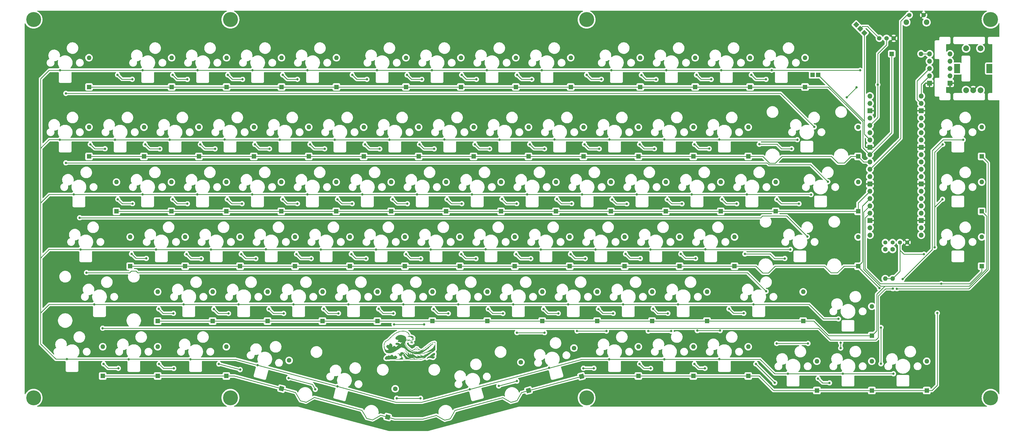
<source format=gbr>
%TF.GenerationSoftware,KiCad,Pcbnew,(6.0.6)*%
%TF.CreationDate,2022-07-23T00:41:05+02:00*%
%TF.ProjectId,middle,6d696464-6c65-42e6-9b69-6361645f7063,rev?*%
%TF.SameCoordinates,Original*%
%TF.FileFunction,Copper,L1,Top*%
%TF.FilePolarity,Positive*%
%FSLAX46Y46*%
G04 Gerber Fmt 4.6, Leading zero omitted, Abs format (unit mm)*
G04 Created by KiCad (PCBNEW (6.0.6)) date 2022-07-23 00:41:05*
%MOMM*%
%LPD*%
G01*
G04 APERTURE LIST*
G04 Aperture macros list*
%AMHorizOval*
0 Thick line with rounded ends*
0 $1 width*
0 $2 $3 position (X,Y) of the first rounded end (center of the circle)*
0 $4 $5 position (X,Y) of the second rounded end (center of the circle)*
0 Add line between two ends*
20,1,$1,$2,$3,$4,$5,0*
0 Add two circle primitives to create the rounded ends*
1,1,$1,$2,$3*
1,1,$1,$4,$5*%
%AMRotRect*
0 Rectangle, with rotation*
0 The origin of the aperture is its center*
0 $1 length*
0 $2 width*
0 $3 Rotation angle, in degrees counterclockwise*
0 Add horizontal line*
21,1,$1,$2,0,0,$3*%
G04 Aperture macros list end*
%TA.AperFunction,ComponentPad*%
%ADD10R,1.600000X1.600000*%
%TD*%
%TA.AperFunction,ComponentPad*%
%ADD11O,1.600000X1.600000*%
%TD*%
%TA.AperFunction,ComponentPad*%
%ADD12C,2.000000*%
%TD*%
%TA.AperFunction,ComponentPad*%
%ADD13R,2.000000X3.200000*%
%TD*%
%TA.AperFunction,ComponentPad*%
%ADD14C,1.524000*%
%TD*%
%TA.AperFunction,ComponentPad*%
%ADD15C,1.900000*%
%TD*%
%TA.AperFunction,ComponentPad*%
%ADD16RotRect,1.524000X1.524000X135.000000*%
%TD*%
%TA.AperFunction,ComponentPad*%
%ADD17RotRect,1.600000X1.600000X105.000000*%
%TD*%
%TA.AperFunction,ComponentPad*%
%ADD18HorizOval,1.600000X0.000000X0.000000X0.000000X0.000000X0*%
%TD*%
%TA.AperFunction,ComponentPad*%
%ADD19R,1.700000X1.700000*%
%TD*%
%TA.AperFunction,ComponentPad*%
%ADD20O,1.700000X1.700000*%
%TD*%
%TA.AperFunction,ComponentPad*%
%ADD21C,1.600000*%
%TD*%
%TA.AperFunction,ComponentPad*%
%ADD22C,0.700000*%
%TD*%
%TA.AperFunction,ComponentPad*%
%ADD23C,5.200000*%
%TD*%
%TA.AperFunction,ComponentPad*%
%ADD24R,1.524000X1.524000*%
%TD*%
%TA.AperFunction,ComponentPad*%
%ADD25RotRect,1.600000X1.600000X75.000000*%
%TD*%
%TA.AperFunction,ComponentPad*%
%ADD26HorizOval,1.600000X0.000000X0.000000X0.000000X0.000000X0*%
%TD*%
%TA.AperFunction,ComponentPad*%
%ADD27C,1.397000*%
%TD*%
%TA.AperFunction,ViaPad*%
%ADD28C,0.800000*%
%TD*%
%TA.AperFunction,Conductor*%
%ADD29C,0.254000*%
%TD*%
G04 APERTURE END LIST*
%TO.C,LogoTopMiddleFront*%
G36*
X179765915Y-171383751D02*
G01*
X179888049Y-171300884D01*
X179987191Y-171228213D01*
X180065067Y-171164372D01*
X180123402Y-171107994D01*
X180163924Y-171057712D01*
X180188359Y-171012160D01*
X180194595Y-170992724D01*
X180214975Y-170942362D01*
X180242436Y-170920643D01*
X180275006Y-170928827D01*
X180283740Y-170935715D01*
X180305948Y-170944854D01*
X180350062Y-170956162D01*
X180406726Y-170967256D01*
X180409318Y-170967694D01*
X180484703Y-170977208D01*
X180544643Y-170975283D01*
X180603631Y-170960569D01*
X180642309Y-170945971D01*
X180663668Y-170944066D01*
X180669925Y-170966938D01*
X180669952Y-170969963D01*
X180680243Y-171004198D01*
X180707979Y-171054356D01*
X180748451Y-171113837D01*
X180796953Y-171176038D01*
X180848778Y-171234358D01*
X180881363Y-171266456D01*
X180940333Y-171317394D01*
X181017150Y-171378750D01*
X181105853Y-171446243D01*
X181200484Y-171515586D01*
X181295081Y-171582497D01*
X181383687Y-171642693D01*
X181460341Y-171691888D01*
X181519083Y-171725799D01*
X181523700Y-171728164D01*
X181573691Y-171751263D01*
X181640453Y-171779207D01*
X181717597Y-171809651D01*
X181798738Y-171840247D01*
X181877489Y-171868650D01*
X181947463Y-171892513D01*
X182002274Y-171909491D01*
X182035535Y-171917236D01*
X182039021Y-171917471D01*
X182056923Y-171909898D01*
X182097987Y-171888687D01*
X182158078Y-171856097D01*
X182233056Y-171814388D01*
X182318786Y-171765820D01*
X182361778Y-171741172D01*
X182579084Y-171609338D01*
X182774768Y-171475336D01*
X182958416Y-171332093D01*
X183139616Y-171172538D01*
X183165723Y-171148130D01*
X183266596Y-171054208D01*
X183353958Y-170975667D01*
X183435785Y-170905912D01*
X183520054Y-170838347D01*
X183614739Y-170766374D01*
X183726482Y-170684367D01*
X183988358Y-170488538D01*
X184246312Y-170284624D01*
X184489314Y-170081418D01*
X184555773Y-170023558D01*
X184745941Y-169865305D01*
X184948239Y-169713351D01*
X185156523Y-169571684D01*
X185364645Y-169444293D01*
X185566460Y-169335166D01*
X185740475Y-169254666D01*
X185879288Y-169201503D01*
X186023869Y-169155290D01*
X186169630Y-169116794D01*
X186311988Y-169086783D01*
X186446358Y-169066025D01*
X186568155Y-169055287D01*
X186672793Y-169055336D01*
X186755689Y-169066941D01*
X186790999Y-169078815D01*
X186840840Y-169110626D01*
X186883599Y-169153130D01*
X186890021Y-169162111D01*
X186925947Y-169217085D01*
X186921613Y-170405369D01*
X186917278Y-171593652D01*
X186859708Y-171704225D01*
X186774393Y-171844977D01*
X186675913Y-171961917D01*
X186558409Y-172061967D01*
X186554643Y-172064698D01*
X186495375Y-172107883D01*
X186421002Y-172162660D01*
X186341618Y-172221567D01*
X186276494Y-172270251D01*
X186204797Y-172322963D01*
X186115819Y-172386686D01*
X186018637Y-172455013D01*
X185922327Y-172521536D01*
X185874741Y-172553870D01*
X185784214Y-172616725D01*
X185678410Y-172693033D01*
X185566381Y-172776091D01*
X185457178Y-172859198D01*
X185369268Y-172928117D01*
X185230356Y-173037840D01*
X185106802Y-173132537D01*
X184990343Y-173218162D01*
X184872717Y-173300668D01*
X184745663Y-173386008D01*
X184622534Y-173466223D01*
X184531040Y-173526651D01*
X184427554Y-173597289D01*
X184325143Y-173669104D01*
X184241353Y-173729745D01*
X184160372Y-173788535D01*
X184074270Y-173849198D01*
X183992778Y-173904987D01*
X183925623Y-173949151D01*
X183919476Y-173953043D01*
X183851520Y-173998815D01*
X183784689Y-174048844D01*
X183729816Y-174094843D01*
X183712909Y-174111003D01*
X183672757Y-174151934D01*
X183618044Y-174207859D01*
X183556243Y-174271133D01*
X183500124Y-174328675D01*
X183411137Y-174411929D01*
X183301060Y-174502306D01*
X183177714Y-174594193D01*
X183048921Y-174681977D01*
X182922503Y-174760044D01*
X182823848Y-174814015D01*
X182742212Y-174854515D01*
X182660722Y-174893318D01*
X182584949Y-174927941D01*
X182520465Y-174955900D01*
X182472843Y-174974710D01*
X182447655Y-174981889D01*
X182447217Y-174981899D01*
X182423761Y-174988014D01*
X182380884Y-175004061D01*
X182327784Y-175026593D01*
X182326770Y-175027046D01*
X182286752Y-175044599D01*
X182250969Y-175058722D01*
X182214913Y-175070185D01*
X182174073Y-175079759D01*
X182123941Y-175088214D01*
X182060008Y-175096319D01*
X181977764Y-175104846D01*
X181872699Y-175114564D01*
X181751980Y-175125222D01*
X181570504Y-175138916D01*
X181387192Y-175148665D01*
X181207974Y-175154382D01*
X181038781Y-175155984D01*
X180885544Y-175153383D01*
X180754196Y-175146496D01*
X180690015Y-175140462D01*
X180583948Y-175129469D01*
X180467865Y-175119840D01*
X180339519Y-175111510D01*
X180196666Y-175104414D01*
X180037059Y-175098487D01*
X179858455Y-175093665D01*
X179658606Y-175089883D01*
X179435268Y-175087077D01*
X179186196Y-175085181D01*
X178909143Y-175084131D01*
X178727042Y-175083879D01*
X178493935Y-175083618D01*
X178289594Y-175083102D01*
X178111190Y-175082277D01*
X177955898Y-175081089D01*
X177820891Y-175079484D01*
X177703342Y-175077409D01*
X177600425Y-175074810D01*
X177509313Y-175071632D01*
X177427180Y-175067824D01*
X177351199Y-175063330D01*
X177278543Y-175058097D01*
X177250114Y-175055813D01*
X177147302Y-175047486D01*
X177059384Y-175040978D01*
X176981259Y-175036283D01*
X176907825Y-175033391D01*
X176833979Y-175032298D01*
X176754620Y-175032995D01*
X176664644Y-175035475D01*
X176558950Y-175039732D01*
X176432435Y-175045757D01*
X176279997Y-175053545D01*
X176262863Y-175054434D01*
X176030638Y-175066369D01*
X175826055Y-175076542D01*
X175645220Y-175085040D01*
X175484237Y-175091956D01*
X175339211Y-175097378D01*
X175206246Y-175101397D01*
X175081448Y-175104102D01*
X174960921Y-175105584D01*
X174840770Y-175105933D01*
X174717101Y-175105238D01*
X174586016Y-175103590D01*
X174443623Y-175101078D01*
X174337827Y-175098912D01*
X174177487Y-175095681D01*
X174012178Y-175092684D01*
X173847864Y-175090005D01*
X173690510Y-175087731D01*
X173546080Y-175085946D01*
X173420538Y-175084736D01*
X173319847Y-175084187D01*
X173309007Y-175084169D01*
X173218130Y-175083667D01*
X173100836Y-175082394D01*
X172962286Y-175080438D01*
X172807643Y-175077888D01*
X172642071Y-175074834D01*
X172470730Y-175071363D01*
X172298784Y-175067565D01*
X172177251Y-175064672D01*
X171993692Y-175060252D01*
X171837538Y-175056827D01*
X171704616Y-175054493D01*
X171590752Y-175053345D01*
X171491772Y-175053479D01*
X171403501Y-175054992D01*
X171321768Y-175057978D01*
X171242397Y-175062534D01*
X171161214Y-175068756D01*
X171074047Y-175076739D01*
X170976720Y-175086580D01*
X170908012Y-175093807D01*
X170821710Y-175102636D01*
X170721243Y-175112431D01*
X170623928Y-175121515D01*
X170592092Y-175124370D01*
X170497288Y-175132861D01*
X170389936Y-175142653D01*
X170288933Y-175152017D01*
X170260375Y-175154705D01*
X170095560Y-175166128D01*
X169947457Y-175168001D01*
X169821551Y-175160335D01*
X169774126Y-175153863D01*
X169659695Y-175122496D01*
X169557978Y-175070514D01*
X169474784Y-175001727D01*
X169415919Y-174919946D01*
X169415058Y-174918260D01*
X169392717Y-174868479D01*
X169380730Y-174822571D01*
X169379311Y-174773198D01*
X169388675Y-174713023D01*
X169409037Y-174634708D01*
X169424903Y-174581569D01*
X169455701Y-174486602D01*
X169485599Y-174411531D01*
X169519665Y-174348262D01*
X169562967Y-174288704D01*
X169620573Y-174224762D01*
X169694148Y-174151635D01*
X169818746Y-174043227D01*
X169937486Y-173965150D01*
X170051496Y-173916926D01*
X170161904Y-173898076D01*
X170268575Y-173907837D01*
X170312251Y-173916717D01*
X170340202Y-173920668D01*
X170345400Y-173920153D01*
X170386864Y-173839715D01*
X170437746Y-173782991D01*
X170503637Y-173746407D01*
X170590128Y-173726392D01*
X170657583Y-173720688D01*
X170759168Y-173723454D01*
X170863969Y-173742386D01*
X170977556Y-173779105D01*
X171105497Y-173835232D01*
X171179153Y-173872418D01*
X171191361Y-173864088D01*
X171200292Y-173844417D01*
X171230225Y-173790955D01*
X171287794Y-173728992D01*
X171370855Y-173660581D01*
X171449026Y-173605992D01*
X171555199Y-173540231D01*
X171645184Y-173494428D01*
X171725269Y-173466336D01*
X171801741Y-173453710D01*
X171874907Y-173453864D01*
X171998349Y-173476195D01*
X172104173Y-173523899D01*
X172191110Y-173595314D01*
X172257889Y-173688779D01*
X172303240Y-173802632D01*
X172325894Y-173935213D01*
X172327243Y-174045570D01*
X172321756Y-174159676D01*
X172377042Y-174097460D01*
X172416225Y-174060829D01*
X172473115Y-174016721D01*
X172537655Y-173972732D01*
X172562182Y-173957576D01*
X172724017Y-173870539D01*
X172872586Y-173811325D01*
X173009181Y-173779717D01*
X173135091Y-173775497D01*
X173251608Y-173798450D01*
X173325643Y-173829218D01*
X173391747Y-173871501D01*
X173462477Y-173930616D01*
X173529929Y-173998561D01*
X173586203Y-174067335D01*
X173623395Y-174128936D01*
X173624817Y-174132158D01*
X173650819Y-174227622D01*
X173655171Y-174334693D01*
X173638434Y-174442509D01*
X173604054Y-174534673D01*
X173573036Y-174586118D01*
X173533993Y-174638124D01*
X173493053Y-174683856D01*
X173456343Y-174716480D01*
X173429993Y-174729159D01*
X173429689Y-174729162D01*
X173410497Y-174737214D01*
X173374566Y-174758597D01*
X173327780Y-174789152D01*
X173276025Y-174824719D01*
X173225187Y-174861139D01*
X173181150Y-174894254D01*
X173149799Y-174919904D01*
X173137020Y-174933929D01*
X173137988Y-174935317D01*
X173154455Y-174935767D01*
X173198677Y-174936662D01*
X173266822Y-174937933D01*
X173355057Y-174939511D01*
X173459550Y-174941326D01*
X173576468Y-174943310D01*
X173637441Y-174944328D01*
X173807534Y-174946649D01*
X173949007Y-174947275D01*
X174064801Y-174945927D01*
X174157856Y-174942327D01*
X174231111Y-174936200D01*
X174287507Y-174927267D01*
X174329985Y-174915251D01*
X174361484Y-174899875D01*
X174384945Y-174880861D01*
X174391912Y-174873165D01*
X174431431Y-174838339D01*
X174492962Y-174798179D01*
X174568457Y-174757070D01*
X174649867Y-174719395D01*
X174728844Y-174689636D01*
X174820348Y-174650753D01*
X174906394Y-174597337D01*
X174983127Y-174533704D01*
X175046691Y-174464172D01*
X175093229Y-174393058D01*
X175118885Y-174324679D01*
X175119804Y-174263351D01*
X175117432Y-174254591D01*
X175094405Y-174228669D01*
X175070835Y-174223690D01*
X175029196Y-174209398D01*
X174988126Y-174171615D01*
X174953584Y-174117976D01*
X174931529Y-174056119D01*
X174928886Y-174041778D01*
X174915100Y-173972293D01*
X174895246Y-173925975D01*
X175176108Y-173925975D01*
X175177003Y-173963851D01*
X175177319Y-173966777D01*
X175186250Y-174015409D01*
X175203917Y-174057974D01*
X175234624Y-174100359D01*
X175282677Y-174148449D01*
X175352379Y-174208128D01*
X175356026Y-174211125D01*
X175468423Y-174313968D01*
X175553650Y-174415226D01*
X175610327Y-174513063D01*
X175632416Y-174579158D01*
X175642328Y-174663831D01*
X175629387Y-174739892D01*
X175591345Y-174816415D01*
X175564018Y-174855302D01*
X175530863Y-174899195D01*
X175503003Y-174936166D01*
X175492688Y-174949905D01*
X175486920Y-174960415D01*
X175491059Y-174967481D01*
X175509470Y-174971558D01*
X175546518Y-174973105D01*
X175606571Y-174972575D01*
X175690138Y-174970531D01*
X175787652Y-174966754D01*
X175903712Y-174960521D01*
X176025437Y-174952618D01*
X176139947Y-174943831D01*
X176168087Y-174941397D01*
X176268441Y-174932079D01*
X176369846Y-174922002D01*
X176462864Y-174912148D01*
X176538063Y-174903496D01*
X176563471Y-174900271D01*
X176698221Y-174882356D01*
X176613441Y-174802175D01*
X176567020Y-174754017D01*
X176511292Y-174689869D01*
X176454804Y-174619800D01*
X176424366Y-174579465D01*
X176368550Y-174504515D01*
X176306345Y-174423064D01*
X176247688Y-174348051D01*
X176223254Y-174317569D01*
X176148677Y-174213224D01*
X176073931Y-174085875D01*
X176003291Y-173943797D01*
X175941036Y-173795261D01*
X175913398Y-173718217D01*
X175892031Y-173651462D01*
X175877179Y-173594094D01*
X175867358Y-173536636D01*
X175861083Y-173469615D01*
X175856871Y-173383556D01*
X175855698Y-173349917D01*
X175848524Y-173131679D01*
X175814804Y-173162531D01*
X175759346Y-173202229D01*
X175680986Y-173243413D01*
X175587996Y-173282441D01*
X175488647Y-173315673D01*
X175433572Y-173330334D01*
X175386911Y-173343004D01*
X175362809Y-173357048D01*
X175352857Y-173380092D01*
X175349749Y-173406349D01*
X175344906Y-173463478D01*
X175408221Y-173432887D01*
X175492022Y-173406530D01*
X175577499Y-173404286D01*
X175656534Y-173425063D01*
X175721011Y-173467774D01*
X175728843Y-173475915D01*
X175757235Y-173523219D01*
X175776108Y-173584807D01*
X175782453Y-173646757D01*
X175775261Y-173690574D01*
X175754137Y-173725404D01*
X175730008Y-173729387D01*
X175702489Y-173702362D01*
X175672813Y-173647723D01*
X175639957Y-173589028D01*
X175603304Y-173556359D01*
X175556013Y-173547030D01*
X175491243Y-173558357D01*
X175464936Y-173566149D01*
X175399549Y-173590694D01*
X175349070Y-173621278D01*
X175306409Y-173664447D01*
X175264474Y-173726745D01*
X175235880Y-173777569D01*
X175202773Y-173841794D01*
X175183773Y-173888276D01*
X175176108Y-173925975D01*
X174895246Y-173925975D01*
X174894639Y-173924558D01*
X174861225Y-173888734D01*
X174810289Y-173855939D01*
X174744739Y-173825482D01*
X174687424Y-173815907D01*
X174631360Y-173828501D01*
X174569565Y-173864549D01*
X174511525Y-173910953D01*
X174471836Y-173941538D01*
X174440469Y-173959245D01*
X174427174Y-173960985D01*
X174420213Y-173940441D01*
X174419084Y-173895144D01*
X174422600Y-173844846D01*
X174425747Y-173730931D01*
X174414557Y-173612198D01*
X174390890Y-173496474D01*
X174356608Y-173391588D01*
X174313570Y-173305365D01*
X174285189Y-173266832D01*
X174247584Y-173233441D01*
X174192136Y-173195193D01*
X174130025Y-173159706D01*
X174122122Y-173155731D01*
X174026122Y-173115628D01*
X173942382Y-173098880D01*
X173862274Y-173105142D01*
X173777169Y-173134069D01*
X173761435Y-173141287D01*
X173698535Y-173166182D01*
X173653464Y-173174663D01*
X173628918Y-173168070D01*
X173627594Y-173147742D01*
X173652188Y-173115017D01*
X173672069Y-173096906D01*
X173748623Y-173048618D01*
X173847551Y-173010951D01*
X173960647Y-172986597D01*
X174029598Y-172979626D01*
X174095020Y-172977268D01*
X174149648Y-172980118D01*
X174205062Y-172989850D01*
X174272841Y-173008133D01*
X174313926Y-173020675D01*
X174435322Y-173065356D01*
X174541814Y-173118004D01*
X174575174Y-173138517D01*
X174680333Y-173207745D01*
X174674101Y-173076032D01*
X174680238Y-172944079D01*
X174712195Y-172830270D01*
X174770250Y-172734158D01*
X174854680Y-172655293D01*
X174965764Y-172593229D01*
X174976394Y-172588735D01*
X175021530Y-172570824D01*
X175060433Y-172558381D01*
X175100467Y-172550426D01*
X175148998Y-172545980D01*
X175213388Y-172544065D01*
X175301002Y-172543702D01*
X175315102Y-172543719D01*
X175464768Y-172548487D01*
X175587675Y-172563222D01*
X175687459Y-172589291D01*
X175767759Y-172628059D01*
X175832214Y-172680894D01*
X175884462Y-172749162D01*
X175891035Y-172760072D01*
X175932015Y-172830001D01*
X176028861Y-172729146D01*
X176073878Y-172684036D01*
X176111735Y-172649344D01*
X176136542Y-172630334D01*
X176141704Y-172628292D01*
X176164797Y-172618615D01*
X176186593Y-172602145D01*
X176228977Y-172568559D01*
X176280330Y-172534624D01*
X176333355Y-172504284D01*
X176380757Y-172481480D01*
X176415240Y-172470154D01*
X176428245Y-172471574D01*
X176428274Y-172490148D01*
X176403558Y-172522667D01*
X176365537Y-172559488D01*
X176282616Y-172635727D01*
X176219217Y-172697532D01*
X176170529Y-172750615D01*
X176131741Y-172800689D01*
X176098042Y-172853469D01*
X176064620Y-172914667D01*
X176061743Y-172920235D01*
X175988376Y-173062682D01*
X175981831Y-173256170D01*
X175981514Y-173407994D01*
X175992454Y-173537447D01*
X176015690Y-173652053D01*
X176050864Y-173755916D01*
X176072762Y-173804714D01*
X176101592Y-173862066D01*
X176133810Y-173921788D01*
X176165876Y-173977695D01*
X176194247Y-174023602D01*
X176215382Y-174053325D01*
X176225535Y-174060935D01*
X176223796Y-174044220D01*
X176213486Y-174006425D01*
X176198862Y-173961698D01*
X176172060Y-173877630D01*
X176144800Y-173779922D01*
X176118679Y-173675715D01*
X176095299Y-173572149D01*
X176076259Y-173476365D01*
X176063160Y-173395505D01*
X176057600Y-173336708D01*
X176057514Y-173330815D01*
X176063028Y-173264816D01*
X176077709Y-173189751D01*
X176098766Y-173115114D01*
X176123411Y-173050397D01*
X176148853Y-173005093D01*
X176155508Y-172997409D01*
X176167780Y-172989373D01*
X176179574Y-172995215D01*
X176193852Y-173019364D01*
X176213575Y-173066246D01*
X176229714Y-173108349D01*
X176262160Y-173182073D01*
X176309824Y-173274268D01*
X176368721Y-173378322D01*
X176434867Y-173487621D01*
X176504274Y-173595552D01*
X176572958Y-173695501D01*
X176628772Y-173770497D01*
X176694566Y-173846122D01*
X176782367Y-173934141D01*
X176887254Y-174030427D01*
X177004309Y-174130849D01*
X177128610Y-174231278D01*
X177255240Y-174327584D01*
X177379278Y-174415638D01*
X177463360Y-174471064D01*
X177546589Y-174521853D01*
X177649155Y-174581338D01*
X177761945Y-174644481D01*
X177875843Y-174706250D01*
X177981734Y-174761608D01*
X178058307Y-174799702D01*
X178120698Y-174831234D01*
X178172418Y-174860238D01*
X178206641Y-174882729D01*
X178216267Y-174891961D01*
X178222950Y-174897878D01*
X178237195Y-174903149D01*
X178261279Y-174907895D01*
X178297473Y-174912238D01*
X178348052Y-174916300D01*
X178415290Y-174920204D01*
X178501459Y-174924070D01*
X178608834Y-174928021D01*
X178739689Y-174932179D01*
X178896296Y-174936666D01*
X179080930Y-174941604D01*
X179198562Y-174944641D01*
X179599000Y-174954882D01*
X179574130Y-174906787D01*
X179538289Y-174857466D01*
X179481260Y-174801632D01*
X179410657Y-174745749D01*
X179334095Y-174696281D01*
X179311495Y-174683864D01*
X179252538Y-174654748D01*
X179198468Y-174633560D01*
X179143410Y-174619675D01*
X179081490Y-174612465D01*
X179006832Y-174611306D01*
X178913563Y-174615570D01*
X178795806Y-174624632D01*
X178773657Y-174626542D01*
X178617569Y-174639848D01*
X178488941Y-174650054D01*
X178383805Y-174657294D01*
X178298194Y-174661700D01*
X178228141Y-174663406D01*
X178169679Y-174662544D01*
X178118842Y-174659246D01*
X178071662Y-174653647D01*
X178052362Y-174650702D01*
X177921292Y-174623682D01*
X177813615Y-174586494D01*
X177721670Y-174534761D01*
X177637793Y-174464103D01*
X177554321Y-174370144D01*
X177548513Y-174362855D01*
X177495804Y-174298785D01*
X177464431Y-174262391D01*
X179235936Y-174262391D01*
X179239528Y-174270347D01*
X179246504Y-174271078D01*
X179262260Y-174281914D01*
X179296994Y-174312481D01*
X179347653Y-174359872D01*
X179411182Y-174421176D01*
X179484529Y-174493484D01*
X179564637Y-174573886D01*
X179569006Y-174578310D01*
X179671075Y-174681617D01*
X179755143Y-174764962D01*
X179825678Y-174830590D01*
X179887147Y-174880748D01*
X179944017Y-174917682D01*
X180000756Y-174943639D01*
X180061831Y-174960865D01*
X180131709Y-174971605D01*
X180214858Y-174978107D01*
X180315745Y-174982617D01*
X180377726Y-174984960D01*
X180486849Y-174989142D01*
X180596657Y-174993390D01*
X180698914Y-174997383D01*
X180785382Y-175000800D01*
X180843709Y-175003150D01*
X180909173Y-175004680D01*
X180997759Y-175005113D01*
X181101018Y-175004494D01*
X181210500Y-175002867D01*
X181301793Y-175000735D01*
X181417352Y-174997694D01*
X181540867Y-174994735D01*
X181661665Y-174992095D01*
X181769077Y-174990010D01*
X181830960Y-174989003D01*
X181925362Y-174986948D01*
X181997802Y-174983014D01*
X182057903Y-174975874D01*
X182115291Y-174964206D01*
X182179590Y-174946684D01*
X182214231Y-174936265D01*
X182297977Y-174909177D01*
X182392772Y-174876124D01*
X182490818Y-174840066D01*
X182584317Y-174803959D01*
X182665471Y-174770762D01*
X182726483Y-174743432D01*
X182738699Y-174737336D01*
X182768999Y-174718887D01*
X182816992Y-174686575D01*
X182875147Y-174645561D01*
X182916123Y-174615727D01*
X182975231Y-174572365D01*
X183027409Y-174534544D01*
X183065835Y-174507184D01*
X183080916Y-174496879D01*
X183082972Y-174492050D01*
X183060394Y-174497404D01*
X183018028Y-174511770D01*
X183015661Y-174512636D01*
X182987947Y-174522361D01*
X182961112Y-174530042D01*
X182931238Y-174535882D01*
X182894408Y-174540086D01*
X182846703Y-174542858D01*
X182784206Y-174544401D01*
X182702999Y-174544920D01*
X182599165Y-174544618D01*
X182468784Y-174543700D01*
X182425818Y-174543351D01*
X182266139Y-174542462D01*
X182131523Y-174543040D01*
X182015455Y-174545647D01*
X181911420Y-174550840D01*
X181812900Y-174559181D01*
X181713382Y-174571228D01*
X181606349Y-174587541D01*
X181485286Y-174608680D01*
X181343677Y-174635204D01*
X181333385Y-174637170D01*
X181266398Y-174649122D01*
X181203611Y-174658009D01*
X181138544Y-174664239D01*
X181064716Y-174668220D01*
X180975646Y-174670360D01*
X180864854Y-174671068D01*
X180796320Y-174671005D01*
X180440910Y-174670112D01*
X180203970Y-174610902D01*
X180035612Y-174565141D01*
X179875844Y-174514594D01*
X179750117Y-174468528D01*
X183118335Y-174468528D01*
X183126233Y-174476426D01*
X183134131Y-174468528D01*
X183126233Y-174460630D01*
X183118335Y-174468528D01*
X179750117Y-174468528D01*
X179730914Y-174461492D01*
X179607068Y-174408065D01*
X179540537Y-174374054D01*
X179483982Y-174345327D01*
X179420389Y-174317184D01*
X179356793Y-174292206D01*
X179300230Y-174272970D01*
X179257735Y-174262055D01*
X179236343Y-174262041D01*
X179235936Y-174262391D01*
X177464431Y-174262391D01*
X177431533Y-174224229D01*
X177366228Y-174151291D01*
X177337767Y-174120581D01*
X177154712Y-173920139D01*
X176966228Y-173703015D01*
X176781859Y-173480343D01*
X176687639Y-173362056D01*
X176629834Y-173285907D01*
X176570750Y-173203703D01*
X176513408Y-173120133D01*
X176460832Y-173039890D01*
X176416041Y-172967665D01*
X176382057Y-172908150D01*
X176361903Y-172866037D01*
X176357639Y-172849671D01*
X176370928Y-172838395D01*
X176411401Y-172838033D01*
X176479970Y-172848642D01*
X176539293Y-172861280D01*
X176628455Y-172892490D01*
X176727224Y-172945466D01*
X176828276Y-173015302D01*
X176924289Y-173097094D01*
X176986196Y-173160643D01*
X177046681Y-173227896D01*
X177091939Y-173276111D01*
X177127468Y-173310095D01*
X177158765Y-173334656D01*
X177191329Y-173354600D01*
X177230656Y-173374733D01*
X177231580Y-173375186D01*
X177303104Y-173405976D01*
X177355388Y-173416922D01*
X177393957Y-173407792D01*
X177424341Y-173378353D01*
X177431941Y-173366756D01*
X177452608Y-173326900D01*
X177463009Y-173295176D01*
X177463301Y-173291491D01*
X177450818Y-173245015D01*
X177414028Y-173181816D01*
X177354200Y-173103717D01*
X177272603Y-173012540D01*
X177260151Y-172999498D01*
X177198776Y-172933969D01*
X177137701Y-172865866D01*
X177084705Y-172804019D01*
X177052532Y-172763899D01*
X177007352Y-172705935D01*
X176959969Y-172647532D01*
X176924632Y-172605939D01*
X176882259Y-172553260D01*
X176828968Y-172480064D01*
X176769169Y-172393140D01*
X176707274Y-172299279D01*
X176647696Y-172205270D01*
X176594845Y-172117904D01*
X176553134Y-172043970D01*
X176531752Y-172001279D01*
X176502251Y-171929220D01*
X176489319Y-171878018D01*
X176490536Y-171846219D01*
X176506321Y-171814753D01*
X176528415Y-171812075D01*
X176553809Y-171836784D01*
X176579492Y-171887481D01*
X176579538Y-171887599D01*
X176601375Y-171932749D01*
X176636218Y-171993367D01*
X176678223Y-172059568D01*
X176700976Y-172092947D01*
X176748768Y-172161221D01*
X176797725Y-172231273D01*
X176839928Y-172291768D01*
X176854270Y-172312371D01*
X176891792Y-172361809D01*
X176943472Y-172423971D01*
X177001147Y-172489229D01*
X177035012Y-172525629D01*
X177098471Y-172592856D01*
X177167280Y-172666666D01*
X177230424Y-172735214D01*
X177255306Y-172762569D01*
X177306893Y-172817879D01*
X177358064Y-172869822D01*
X177400234Y-172909777D01*
X177411859Y-172919814D01*
X177468444Y-172966498D01*
X177457878Y-172839805D01*
X177447331Y-172762957D01*
X177428790Y-172672787D01*
X177405687Y-172585425D01*
X177399584Y-172565861D01*
X177379985Y-172502601D01*
X177365827Y-172451396D01*
X177358896Y-172419051D01*
X177359029Y-172411437D01*
X177382109Y-172408073D01*
X177414392Y-172428686D01*
X177450611Y-172469171D01*
X177469957Y-172497861D01*
X177496721Y-172540692D01*
X177535568Y-172601828D01*
X177581297Y-172673130D01*
X177628709Y-172746456D01*
X177628908Y-172746762D01*
X177679898Y-172825293D01*
X177732799Y-172906822D01*
X177781001Y-172981158D01*
X177814699Y-173033175D01*
X177869426Y-173112367D01*
X177934523Y-173198177D01*
X178004656Y-173284317D01*
X178074493Y-173364501D01*
X178138700Y-173432440D01*
X178191944Y-173481846D01*
X178202164Y-173489992D01*
X178241587Y-173518804D01*
X178269528Y-173536802D01*
X178278509Y-173540175D01*
X178275465Y-173524401D01*
X178264217Y-173483343D01*
X178246174Y-173421810D01*
X178222745Y-173344611D01*
X178196311Y-173259639D01*
X178156768Y-173129534D01*
X178126623Y-173020856D01*
X178106252Y-172935337D01*
X178096036Y-172874704D01*
X178096353Y-172840688D01*
X178102983Y-172833640D01*
X178135749Y-172845587D01*
X178183478Y-172879082D01*
X178241905Y-172930610D01*
X178306764Y-172996656D01*
X178324658Y-173016334D01*
X178430484Y-173122986D01*
X178561090Y-173235144D01*
X178711243Y-173348457D01*
X178787494Y-173401154D01*
X178835942Y-173432143D01*
X178873692Y-173453361D01*
X178893855Y-173461010D01*
X178895179Y-173460569D01*
X178892850Y-173443504D01*
X178878797Y-173407413D01*
X178862257Y-173372578D01*
X178829764Y-173296551D01*
X178805543Y-173216217D01*
X178790266Y-173137661D01*
X178784605Y-173066969D01*
X178789229Y-173010224D01*
X178804811Y-172973513D01*
X178817255Y-172964441D01*
X178841637Y-172969309D01*
X178876210Y-172992105D01*
X178890024Y-173004460D01*
X178965573Y-173071704D01*
X179062422Y-173148645D01*
X179173966Y-173230166D01*
X179240413Y-173275929D01*
X179308119Y-173322884D01*
X179377358Y-173373072D01*
X179436025Y-173417657D01*
X179450366Y-173429119D01*
X179500277Y-173467683D01*
X179566351Y-173515933D01*
X179638224Y-173566392D01*
X179679408Y-173594343D01*
X179751603Y-173643621D01*
X179825922Y-173696060D01*
X179891188Y-173743706D01*
X179919641Y-173765347D01*
X179983730Y-173813020D01*
X180055133Y-173862815D01*
X180109194Y-173898107D01*
X180169246Y-173935438D01*
X180242144Y-173980718D01*
X180313885Y-174025249D01*
X180326482Y-174033064D01*
X180390283Y-174069915D01*
X180452990Y-174101553D01*
X180503799Y-174122659D01*
X180516034Y-174126386D01*
X180614320Y-174151339D01*
X180706430Y-174173904D01*
X180787573Y-174192985D01*
X180852959Y-174207489D01*
X180897798Y-174216320D01*
X180917300Y-174218383D01*
X180917656Y-174218192D01*
X180909477Y-174206356D01*
X180882490Y-174181683D01*
X180854429Y-174158897D01*
X180770066Y-174084034D01*
X180692811Y-173998578D01*
X180628936Y-173910476D01*
X180584714Y-173827675D01*
X180577033Y-173807480D01*
X180558383Y-173744364D01*
X180556380Y-173706721D01*
X180573331Y-173691876D01*
X180611544Y-173697153D01*
X180657927Y-173713649D01*
X180719163Y-173735285D01*
X180793163Y-173757733D01*
X180849989Y-173772678D01*
X180914625Y-173789589D01*
X180975316Y-173807907D01*
X181015025Y-173822154D01*
X181060112Y-173836484D01*
X181122433Y-173850760D01*
X181182501Y-173860976D01*
X181258614Y-173873108D01*
X181355056Y-173890896D01*
X181464475Y-173912747D01*
X181579520Y-173937066D01*
X181692838Y-173962260D01*
X181797077Y-173986735D01*
X181884886Y-174008896D01*
X181948752Y-174027099D01*
X182004832Y-174044013D01*
X182047988Y-174055393D01*
X182070600Y-174059276D01*
X182072121Y-174058876D01*
X182062984Y-174047130D01*
X182034031Y-174018952D01*
X181989547Y-173978336D01*
X181933820Y-173929275D01*
X181922736Y-173919693D01*
X181826094Y-173833740D01*
X181743081Y-173754651D01*
X181675803Y-173684789D01*
X181626366Y-173626515D01*
X181596876Y-173582195D01*
X181589438Y-173554191D01*
X181592291Y-173548822D01*
X181611261Y-173548173D01*
X181652398Y-173555708D01*
X181707810Y-173569880D01*
X181724748Y-173574808D01*
X181797322Y-173595830D01*
X181871708Y-173616335D01*
X181932152Y-173631983D01*
X181933634Y-173632344D01*
X181984083Y-173646384D01*
X182054219Y-173668263D01*
X182134121Y-173694795D01*
X182201777Y-173718438D01*
X182347889Y-173767828D01*
X182483645Y-173807851D01*
X182604369Y-173837347D01*
X182705388Y-173855155D01*
X182772891Y-173860237D01*
X182879600Y-173846901D01*
X182970342Y-173818477D01*
X183026921Y-173798328D01*
X183076348Y-173786150D01*
X183129855Y-173780310D01*
X183198677Y-173779176D01*
X183236806Y-173779749D01*
X183297701Y-173780287D01*
X183341071Y-173778668D01*
X183365505Y-173774218D01*
X183369594Y-173766262D01*
X183351929Y-173754126D01*
X183311100Y-173737137D01*
X183245698Y-173714619D01*
X183154314Y-173685898D01*
X183035538Y-173650301D01*
X182887960Y-173607152D01*
X182857701Y-173598379D01*
X182799514Y-173577974D01*
X182754671Y-173555563D01*
X182728940Y-173534658D01*
X182727653Y-173519181D01*
X182747294Y-173514490D01*
X182789453Y-173511559D01*
X182845080Y-173511010D01*
X182846153Y-173511026D01*
X182897943Y-173509268D01*
X182959747Y-173501918D01*
X183036530Y-173488071D01*
X183133259Y-173466826D01*
X183254898Y-173437277D01*
X183263875Y-173435025D01*
X183411492Y-173396840D01*
X183536488Y-173361354D01*
X183645611Y-173325671D01*
X183745611Y-173286892D01*
X183843238Y-173242119D01*
X183945242Y-173188454D01*
X184058372Y-173122999D01*
X184189379Y-173042856D01*
X184216159Y-173026160D01*
X184351181Y-172944199D01*
X184498212Y-172859175D01*
X184652604Y-172773468D01*
X184809709Y-172689456D01*
X184964879Y-172609517D01*
X185113467Y-172536031D01*
X185250823Y-172471377D01*
X185372300Y-172417932D01*
X185473250Y-172378076D01*
X185502257Y-172367982D01*
X185571229Y-172343772D01*
X185639828Y-172317482D01*
X185702923Y-172291391D01*
X185755381Y-172267775D01*
X185792071Y-172248913D01*
X185807862Y-172237082D01*
X185803659Y-172234202D01*
X185761381Y-172236733D01*
X185693253Y-172245192D01*
X185604258Y-172258630D01*
X185499379Y-172276103D01*
X185383602Y-172296663D01*
X185261911Y-172319364D01*
X185139289Y-172343259D01*
X185020721Y-172367403D01*
X184911191Y-172390849D01*
X184815684Y-172412651D01*
X184739183Y-172431861D01*
X184695156Y-172444683D01*
X184632788Y-172461380D01*
X184566490Y-172474170D01*
X184555147Y-172475726D01*
X184505958Y-172484907D01*
X184431947Y-172502750D01*
X184338201Y-172527745D01*
X184229808Y-172558382D01*
X184111854Y-172593153D01*
X183989427Y-172630546D01*
X183867615Y-172669054D01*
X183751505Y-172707165D01*
X183646185Y-172743372D01*
X183612483Y-172755434D01*
X183216273Y-172890696D01*
X182829616Y-173006124D01*
X182644953Y-173054976D01*
X182538546Y-173082652D01*
X182415132Y-173115996D01*
X182287899Y-173151375D01*
X182170033Y-173185159D01*
X182135536Y-173195309D01*
X181996925Y-173235795D01*
X181882388Y-173267415D01*
X181786007Y-173291225D01*
X181701862Y-173308285D01*
X181624036Y-173319651D01*
X181546608Y-173326381D01*
X181463662Y-173329532D01*
X181380773Y-173330185D01*
X181288718Y-173329670D01*
X181220964Y-173327723D01*
X181170228Y-173323409D01*
X181129222Y-173315795D01*
X181090661Y-173303947D01*
X181049057Y-173287672D01*
X180946383Y-173245395D01*
X180804218Y-173268500D01*
X180699570Y-173280867D01*
X180573844Y-173288455D01*
X180436802Y-173291291D01*
X180298207Y-173289400D01*
X180167819Y-173282811D01*
X180055399Y-173271549D01*
X180021150Y-173266347D01*
X179965902Y-173256161D01*
X179908814Y-173243819D01*
X179846378Y-173228269D01*
X179819381Y-173220767D01*
X181183204Y-173220767D01*
X181201541Y-173224560D01*
X181241178Y-173225561D01*
X181297064Y-173224087D01*
X181364145Y-173220453D01*
X181437369Y-173214974D01*
X181511683Y-173207966D01*
X181582035Y-173199745D01*
X181643372Y-173190626D01*
X181680898Y-173183278D01*
X181742622Y-173167506D01*
X181825576Y-173143933D01*
X181921150Y-173115128D01*
X182020731Y-173083660D01*
X182078121Y-173064803D01*
X182185292Y-173030240D01*
X182311133Y-172991606D01*
X182443658Y-172952465D01*
X182570882Y-172916382D01*
X182642224Y-172897009D01*
X182854997Y-172836894D01*
X183062089Y-172771456D01*
X183255925Y-172703273D01*
X183428931Y-172634925D01*
X183490061Y-172608361D01*
X183563373Y-172576787D01*
X183651505Y-172540704D01*
X183739509Y-172506180D01*
X183771980Y-172493923D01*
X183839849Y-172467294D01*
X183910396Y-172436498D01*
X183988096Y-172399275D01*
X184077427Y-172353366D01*
X184182864Y-172296508D01*
X184308885Y-172226444D01*
X184370341Y-172191791D01*
X184443054Y-172148755D01*
X184538450Y-172089283D01*
X184653553Y-172015367D01*
X184785386Y-171929000D01*
X184930973Y-171832173D01*
X185087336Y-171726879D01*
X185251500Y-171615111D01*
X185420486Y-171498860D01*
X185591318Y-171380119D01*
X185756271Y-171264236D01*
X185921228Y-171131477D01*
X186083620Y-170968481D01*
X186242439Y-170776564D01*
X186396678Y-170557042D01*
X186545328Y-170311231D01*
X186677057Y-170061439D01*
X186725937Y-169958398D01*
X186760707Y-169872748D01*
X186783976Y-169795076D01*
X186798355Y-169715965D01*
X186806453Y-169626003D01*
X186808402Y-169587558D01*
X186811136Y-169507383D01*
X186810491Y-169449824D01*
X186805489Y-169405996D01*
X186795153Y-169367014D01*
X186779731Y-169326924D01*
X186744383Y-169262911D01*
X186696994Y-169218515D01*
X186631805Y-169190276D01*
X186543053Y-169174736D01*
X186523334Y-169172957D01*
X186415527Y-169174556D01*
X186287517Y-169193603D01*
X186144179Y-169228337D01*
X185990391Y-169276994D01*
X185831029Y-169337814D01*
X185670969Y-169409032D01*
X185515088Y-169488888D01*
X185368263Y-169575619D01*
X185318129Y-169608477D01*
X185252424Y-169652571D01*
X185169869Y-169707590D01*
X185080053Y-169767163D01*
X184992563Y-169824919D01*
X184974368Y-169836889D01*
X184901338Y-169885297D01*
X184839188Y-169927777D01*
X184782651Y-169968413D01*
X184726460Y-170011292D01*
X184665350Y-170060498D01*
X184594055Y-170120115D01*
X184507308Y-170194230D01*
X184449399Y-170244123D01*
X184381759Y-170301172D01*
X184294075Y-170373109D01*
X184191541Y-170455819D01*
X184079353Y-170545186D01*
X183962703Y-170637097D01*
X183846787Y-170727435D01*
X183736799Y-170812085D01*
X183639604Y-170885681D01*
X183577403Y-170934314D01*
X183499437Y-170998359D01*
X183413009Y-171071643D01*
X183325422Y-171147993D01*
X183261605Y-171205153D01*
X183100471Y-171348391D01*
X182954463Y-171471181D01*
X182818562Y-171577409D01*
X182687749Y-171670960D01*
X182557003Y-171755722D01*
X182525985Y-171774640D01*
X182372813Y-171871635D01*
X182231111Y-171970397D01*
X182108469Y-172065533D01*
X182067900Y-172100088D01*
X182020512Y-172141730D01*
X182067900Y-172131202D01*
X182099364Y-172121476D01*
X182153222Y-172101997D01*
X182222761Y-172075301D01*
X182301271Y-172043924D01*
X182328534Y-172032755D01*
X182423926Y-171994247D01*
X182536587Y-171950047D01*
X182654005Y-171904997D01*
X182763665Y-171863936D01*
X182789416Y-171854491D01*
X182888257Y-171816337D01*
X182991328Y-171772977D01*
X183088496Y-171728900D01*
X183169630Y-171688593D01*
X183193976Y-171675297D01*
X183313410Y-171601787D01*
X183450242Y-171507138D01*
X183601077Y-171393997D01*
X183762520Y-171265012D01*
X183931178Y-171122829D01*
X184103655Y-170970095D01*
X184135508Y-170941080D01*
X184196973Y-170886999D01*
X184262794Y-170832497D01*
X184320926Y-170787472D01*
X184332999Y-170778749D01*
X184392623Y-170735727D01*
X184454484Y-170689796D01*
X184492589Y-170660661D01*
X184530324Y-170631569D01*
X184586912Y-170588383D01*
X184655943Y-170535978D01*
X184731003Y-170479227D01*
X184767406Y-170451786D01*
X184845184Y-170392556D01*
X184921837Y-170333007D01*
X184990280Y-170278722D01*
X185043428Y-170235286D01*
X185059633Y-170221492D01*
X185145535Y-170150990D01*
X185251282Y-170070665D01*
X185370045Y-169985170D01*
X185494999Y-169899157D01*
X185619317Y-169817279D01*
X185736173Y-169744189D01*
X185838739Y-169684538D01*
X185879295Y-169662866D01*
X185955839Y-169626031D01*
X186012677Y-169605167D01*
X186056015Y-169598170D01*
X186068882Y-169598585D01*
X186120132Y-169613167D01*
X186147076Y-169642546D01*
X186149899Y-169681567D01*
X186128787Y-169725073D01*
X186083924Y-169767906D01*
X186062280Y-169782002D01*
X186011838Y-169812794D01*
X185948869Y-169852646D01*
X185887099Y-169892870D01*
X185820406Y-169935603D01*
X185747838Y-169979866D01*
X185689969Y-170013323D01*
X185611112Y-170063203D01*
X185519280Y-170131182D01*
X185421718Y-170211085D01*
X185325672Y-170296739D01*
X185238387Y-170381967D01*
X185172057Y-170454689D01*
X185120482Y-170514448D01*
X185054757Y-170588643D01*
X184982477Y-170668794D01*
X184911242Y-170746425D01*
X184894564Y-170764361D01*
X184832151Y-170832106D01*
X184773911Y-170896828D01*
X184724934Y-170952763D01*
X184690310Y-170994145D01*
X184680746Y-171006515D01*
X184638575Y-171056199D01*
X184575687Y-171120187D01*
X184496970Y-171194280D01*
X184407315Y-171274282D01*
X184311613Y-171355995D01*
X184214752Y-171435222D01*
X184121625Y-171507766D01*
X184037120Y-171569430D01*
X183982081Y-171606177D01*
X183917662Y-171648284D01*
X183836475Y-171703538D01*
X183746975Y-171766064D01*
X183657622Y-171829992D01*
X183615910Y-171860449D01*
X183530780Y-171922712D01*
X183442485Y-171986611D01*
X183359143Y-172046317D01*
X183288869Y-172096000D01*
X183260500Y-172115722D01*
X183185696Y-172168107D01*
X183103685Y-172226864D01*
X183028775Y-172281707D01*
X183007763Y-172297411D01*
X182946927Y-172341796D01*
X182868810Y-172396657D01*
X182778076Y-172458919D01*
X182679388Y-172525505D01*
X182577411Y-172593341D01*
X182476807Y-172659351D01*
X182382240Y-172720459D01*
X182298374Y-172773590D01*
X182229872Y-172815668D01*
X182181397Y-172843618D01*
X182172399Y-172848318D01*
X182004023Y-172927918D01*
X181824143Y-173004086D01*
X181644718Y-173072053D01*
X181477712Y-173127053D01*
X181459753Y-173132357D01*
X181376239Y-173156902D01*
X181300801Y-173179466D01*
X181239942Y-173198074D01*
X181200166Y-173210751D01*
X181191221Y-173213867D01*
X181183204Y-173220767D01*
X179819381Y-173220767D01*
X179775086Y-173208458D01*
X179691429Y-173183334D01*
X179591900Y-173151845D01*
X179472990Y-173112937D01*
X179331192Y-173065560D01*
X179169330Y-173010811D01*
X179041423Y-172967546D01*
X178900000Y-172920000D01*
X178755386Y-172871625D01*
X178617908Y-172825874D01*
X178497893Y-172786199D01*
X178476535Y-172779179D01*
X178222520Y-172691090D01*
X177989512Y-172600685D01*
X177779847Y-172509019D01*
X177595864Y-172417146D01*
X177439901Y-172326120D01*
X177374569Y-172282254D01*
X177281981Y-172213371D01*
X177174971Y-172128214D01*
X177061135Y-172033166D01*
X176948068Y-171934610D01*
X176843368Y-171838928D01*
X176815723Y-171812695D01*
X176762492Y-171762871D01*
X176691183Y-171697853D01*
X176607739Y-171622968D01*
X176518105Y-171543538D01*
X176428223Y-171464891D01*
X176406550Y-171446096D01*
X176280730Y-171339637D01*
X176172896Y-171254251D01*
X176079543Y-171187860D01*
X175997165Y-171138381D01*
X175922256Y-171103737D01*
X175851311Y-171081844D01*
X175780823Y-171070625D01*
X175772617Y-171069927D01*
X175694103Y-171057314D01*
X175596041Y-171031182D01*
X175496756Y-170997503D01*
X175405855Y-170965632D01*
X175332004Y-170944848D01*
X175263796Y-170932521D01*
X175189822Y-170926020D01*
X175185760Y-170925801D01*
X175110820Y-170924303D01*
X175046070Y-170927545D01*
X175001601Y-170934980D01*
X174998646Y-170935937D01*
X174944603Y-170959315D01*
X174868439Y-170998802D01*
X174773734Y-171052133D01*
X174664067Y-171117044D01*
X174543016Y-171191269D01*
X174414161Y-171272544D01*
X174281082Y-171358604D01*
X174147356Y-171447184D01*
X174016562Y-171536019D01*
X173892281Y-171622845D01*
X173778091Y-171705395D01*
X173751296Y-171725282D01*
X173668570Y-171784826D01*
X173567129Y-171854390D01*
X173455637Y-171928237D01*
X173342760Y-172000625D01*
X173237925Y-172065354D01*
X172994387Y-172210766D01*
X172774053Y-172339086D01*
X172574231Y-172451321D01*
X172392232Y-172548479D01*
X172225367Y-172631567D01*
X172070945Y-172701594D01*
X171926275Y-172759567D01*
X171788669Y-172806494D01*
X171655436Y-172843382D01*
X171523887Y-172871239D01*
X171391331Y-172891073D01*
X171255077Y-172903891D01*
X171112438Y-172910702D01*
X170976400Y-172912527D01*
X170852730Y-172911577D01*
X170750414Y-172908130D01*
X170659258Y-172901420D01*
X170569073Y-172890683D01*
X170469667Y-172875155D01*
X170463030Y-172874028D01*
X170291982Y-172841198D01*
X170148266Y-172805105D01*
X170027662Y-172764145D01*
X169925954Y-172716713D01*
X169838922Y-172661206D01*
X169783038Y-172615392D01*
X169705413Y-172532646D01*
X169624891Y-172423753D01*
X169544131Y-172293666D01*
X169465788Y-172147340D01*
X169392521Y-171989727D01*
X169326985Y-171825781D01*
X169273119Y-171664735D01*
X169253466Y-171602393D01*
X169226525Y-171521089D01*
X169195898Y-171431515D01*
X169166209Y-171347223D01*
X169099929Y-171129050D01*
X169061112Y-170944424D01*
X169046318Y-170856273D01*
X169031293Y-170768607D01*
X169017833Y-170691803D01*
X169008066Y-170637993D01*
X168999065Y-170565640D01*
X168993749Y-170469827D01*
X168991993Y-170358460D01*
X168993190Y-170273633D01*
X169212354Y-170273633D01*
X169216691Y-170476418D01*
X169237051Y-170676091D01*
X169272675Y-170867617D01*
X169322805Y-171045961D01*
X169386683Y-171206089D01*
X169463549Y-171342967D01*
X169478607Y-171364610D01*
X169515311Y-171419189D01*
X169549709Y-171476094D01*
X169562063Y-171498876D01*
X169625172Y-171589695D01*
X169714542Y-171670870D01*
X169825795Y-171740453D01*
X169954553Y-171796496D01*
X170096436Y-171837051D01*
X170247067Y-171860170D01*
X170383973Y-171864529D01*
X170445941Y-171861667D01*
X170485164Y-171855449D01*
X170510482Y-171843341D01*
X170530731Y-171822808D01*
X170531117Y-171822328D01*
X170567337Y-171768419D01*
X170602283Y-171701591D01*
X170631478Y-171632187D01*
X170650444Y-171570553D01*
X170655263Y-171535517D01*
X170653556Y-171510605D01*
X170645976Y-171487564D01*
X170628853Y-171461722D01*
X170598520Y-171428411D01*
X170551305Y-171382958D01*
X170493933Y-171330169D01*
X170349848Y-171197325D01*
X170228549Y-171082091D01*
X170128262Y-170982204D01*
X170047212Y-170895406D01*
X169983626Y-170819434D01*
X169935728Y-170752027D01*
X169901745Y-170690926D01*
X169879901Y-170633868D01*
X169868423Y-170578594D01*
X169865487Y-170529441D01*
X169877940Y-170448365D01*
X169912294Y-170359098D01*
X169964077Y-170270846D01*
X170028818Y-170192816D01*
X170029121Y-170192513D01*
X170103510Y-170129681D01*
X170184407Y-170086398D01*
X170278603Y-170060289D01*
X170392886Y-170048977D01*
X170442029Y-170048067D01*
X170548168Y-170051869D01*
X170640658Y-170065597D01*
X170733587Y-170092128D01*
X170818961Y-170125021D01*
X170838416Y-170129800D01*
X170842663Y-170116176D01*
X170837758Y-170088901D01*
X170834708Y-170036409D01*
X170841718Y-169965403D01*
X170856890Y-169886613D01*
X170878330Y-169810766D01*
X170894249Y-169769212D01*
X170951936Y-169674728D01*
X171032623Y-169595615D01*
X171089666Y-169558574D01*
X171127089Y-169541550D01*
X171168281Y-169531155D01*
X171222340Y-169525931D01*
X171298362Y-169524422D01*
X171302913Y-169524417D01*
X171375928Y-169525258D01*
X171428845Y-169529486D01*
X171473142Y-169539589D01*
X171520299Y-169558053D01*
X171572474Y-169582798D01*
X171664208Y-169634927D01*
X171741204Y-169696521D01*
X171808612Y-169773270D01*
X171871587Y-169870865D01*
X171923549Y-169970472D01*
X172005835Y-170140119D01*
X172006849Y-170432495D01*
X172007324Y-170526288D01*
X172008027Y-170609683D01*
X172008892Y-170677331D01*
X172009851Y-170723885D01*
X172010798Y-170743783D01*
X172022227Y-170740590D01*
X172051326Y-170718249D01*
X172093846Y-170680364D01*
X172145536Y-170630537D01*
X172151949Y-170624132D01*
X172259835Y-170526281D01*
X172362751Y-170456061D01*
X172465988Y-170411226D01*
X172574833Y-170389528D01*
X172694578Y-170388718D01*
X172704239Y-170389445D01*
X172793385Y-170405561D01*
X172868982Y-170440962D01*
X172937946Y-170499879D01*
X172991966Y-170565394D01*
X173051583Y-170630253D01*
X173123666Y-170677116D01*
X173213409Y-170708234D01*
X173326010Y-170725857D01*
X173369964Y-170729147D01*
X173434149Y-170732601D01*
X173472555Y-170732813D01*
X173490937Y-170728493D01*
X173495047Y-170718355D01*
X173490938Y-170702048D01*
X173479889Y-170639709D01*
X173481038Y-170571894D01*
X173493467Y-170512427D01*
X173505200Y-170487634D01*
X173552419Y-170441917D01*
X173617257Y-170413569D01*
X173688504Y-170407027D01*
X173703935Y-170408956D01*
X173743398Y-170413288D01*
X173762771Y-170405516D01*
X173772574Y-170381359D01*
X173772669Y-170380980D01*
X173800517Y-170323701D01*
X173849566Y-170269422D01*
X173910465Y-170225589D01*
X173973860Y-170199651D01*
X174005337Y-170195705D01*
X174026946Y-170189768D01*
X174020526Y-170172702D01*
X173987173Y-170145617D01*
X173927979Y-170109627D01*
X173912086Y-170100889D01*
X173855087Y-170071797D01*
X173802865Y-170050401D01*
X173747541Y-170034758D01*
X173681234Y-170022923D01*
X173596065Y-170012953D01*
X173531222Y-170006934D01*
X173450293Y-169998217D01*
X173373027Y-169987074D01*
X173309576Y-169975114D01*
X173277323Y-169966632D01*
X173194070Y-169925388D01*
X173127331Y-169865701D01*
X173078773Y-169793007D01*
X173050063Y-169712743D01*
X173042870Y-169630344D01*
X173058861Y-169551248D01*
X173099704Y-169480890D01*
X173121368Y-169458235D01*
X173171531Y-169422613D01*
X173244724Y-169384262D01*
X173333004Y-169346658D01*
X173428425Y-169313281D01*
X173496647Y-169293930D01*
X173557381Y-169279145D01*
X173603423Y-169270827D01*
X173645271Y-169268730D01*
X173693424Y-169272608D01*
X173758377Y-169282215D01*
X173788311Y-169287097D01*
X173929271Y-169310971D01*
X174043786Y-169332737D01*
X174136735Y-169354386D01*
X174212997Y-169377910D01*
X174277452Y-169405301D01*
X174334979Y-169438549D01*
X174390458Y-169479647D01*
X174448768Y-169530586D01*
X174497308Y-169576460D01*
X174643771Y-169717472D01*
X174772838Y-169725967D01*
X174901906Y-169734461D01*
X174894425Y-169688357D01*
X176247187Y-169688357D01*
X176260299Y-169817053D01*
X176300074Y-169959002D01*
X176366791Y-170114996D01*
X176454046Y-170274685D01*
X176495543Y-170343521D01*
X176533562Y-170404356D01*
X176570883Y-170460753D01*
X176610286Y-170516270D01*
X176654549Y-170574469D01*
X176706452Y-170638910D01*
X176768776Y-170713154D01*
X176844300Y-170800760D01*
X176935803Y-170905290D01*
X177027889Y-171009730D01*
X177072473Y-171061791D01*
X177128480Y-171129497D01*
X177188163Y-171203384D01*
X177234817Y-171262466D01*
X177338152Y-171391720D01*
X177432291Y-171501112D01*
X177523483Y-171596407D01*
X177617975Y-171683371D01*
X177722017Y-171767768D01*
X177841857Y-171855364D01*
X177977945Y-171948067D01*
X178250445Y-172116607D01*
X178519428Y-172256544D01*
X178789494Y-172369806D01*
X179065241Y-172458324D01*
X179350985Y-172523971D01*
X179498642Y-172546111D01*
X179653271Y-172559417D01*
X179804296Y-172563439D01*
X179941137Y-172557731D01*
X179998621Y-172551410D01*
X180077602Y-172540481D01*
X180022315Y-172529926D01*
X179733145Y-172469080D01*
X179474036Y-172402720D01*
X179245220Y-172330927D01*
X179046929Y-172253779D01*
X178879395Y-172171354D01*
X178768803Y-172102463D01*
X178701975Y-172057601D01*
X178624142Y-172008059D01*
X178577380Y-171979797D01*
X178990253Y-171979797D01*
X178996089Y-171994291D01*
X179002431Y-172001051D01*
X179048230Y-172036438D01*
X179116838Y-172076595D01*
X179200573Y-172118020D01*
X179291753Y-172157210D01*
X179382697Y-172190664D01*
X179465722Y-172214879D01*
X179477353Y-172217572D01*
X179518998Y-172226884D01*
X179569720Y-172238379D01*
X179634368Y-172253169D01*
X179717790Y-172272364D01*
X179824837Y-172297076D01*
X179885222Y-172311035D01*
X179931751Y-172319820D01*
X179965152Y-172322512D01*
X179973818Y-172320955D01*
X179993797Y-172320035D01*
X180037615Y-172323742D01*
X180097975Y-172331338D01*
X180142504Y-172337992D01*
X180217984Y-172348854D01*
X180306724Y-172359908D01*
X180402700Y-172370595D01*
X180499884Y-172380355D01*
X180592250Y-172388627D01*
X180673771Y-172394852D01*
X180738421Y-172398469D01*
X180780174Y-172398919D01*
X180789139Y-172398082D01*
X180816915Y-172393311D01*
X180868415Y-172384583D01*
X180936201Y-172373155D01*
X181010283Y-172360712D01*
X181133137Y-172337937D01*
X181231124Y-172314486D01*
X181310947Y-172288499D01*
X181378724Y-172258411D01*
X181424421Y-172239932D01*
X181475549Y-172225432D01*
X181528659Y-172207237D01*
X181577945Y-172180350D01*
X181613790Y-172157661D01*
X181667967Y-172126429D01*
X181730581Y-172092302D01*
X181751066Y-172081546D01*
X181807529Y-172050947D01*
X181852082Y-172024434D01*
X181878055Y-172006084D01*
X181881914Y-172001548D01*
X181870391Y-171990235D01*
X181835500Y-171973384D01*
X181784217Y-171954249D01*
X181771977Y-171950232D01*
X181706608Y-171926490D01*
X181626197Y-171893242D01*
X181543543Y-171855914D01*
X181502888Y-171836173D01*
X181348573Y-171758917D01*
X181287102Y-171794296D01*
X181225630Y-171829674D01*
X181195616Y-171792608D01*
X181165602Y-171755543D01*
X181040197Y-171799070D01*
X180984549Y-171817288D01*
X180935805Y-171829660D01*
X180885279Y-171837322D01*
X180824284Y-171841406D01*
X180744135Y-171843048D01*
X180701544Y-171843286D01*
X180613705Y-171843157D01*
X180549652Y-171841375D01*
X180501584Y-171836833D01*
X180461701Y-171828428D01*
X180422202Y-171815053D01*
X180380393Y-171797793D01*
X180321737Y-171770804D01*
X180284302Y-171746889D01*
X180259393Y-171718976D01*
X180240031Y-171683613D01*
X180214877Y-171639891D01*
X180193281Y-171623803D01*
X180183179Y-171624975D01*
X180096683Y-171650811D01*
X179987198Y-171672124D01*
X179863149Y-171687737D01*
X179732963Y-171696470D01*
X179661839Y-171697914D01*
X179571807Y-171698569D01*
X179503569Y-171701809D01*
X179449083Y-171710259D01*
X179400307Y-171726547D01*
X179349200Y-171753298D01*
X179287720Y-171793138D01*
X179214556Y-171843978D01*
X179154725Y-171883740D01*
X179094961Y-171919944D01*
X179047329Y-171945313D01*
X179043779Y-171946938D01*
X179004604Y-171966035D01*
X178990253Y-171979797D01*
X178577380Y-171979797D01*
X178551956Y-171964431D01*
X178550795Y-171963756D01*
X178372580Y-171854791D01*
X178198349Y-171737931D01*
X178033598Y-171617316D01*
X177883822Y-171497085D01*
X177754516Y-171381378D01*
X177684860Y-171311418D01*
X177639446Y-171265616D01*
X177577542Y-171206542D01*
X177506778Y-171141322D01*
X177434783Y-171077087D01*
X177423870Y-171067561D01*
X177323793Y-170977871D01*
X177218850Y-170879184D01*
X177113886Y-170776426D01*
X177013745Y-170674527D01*
X176923272Y-170578412D01*
X176847313Y-170493011D01*
X176791840Y-170424747D01*
X176715569Y-170314390D01*
X176640209Y-170188785D01*
X176573378Y-170061318D01*
X176530743Y-169965937D01*
X176507771Y-169911146D01*
X176486669Y-169864442D01*
X176474389Y-169840294D01*
X176457114Y-169797106D01*
X176439926Y-169730193D01*
X176424546Y-169647380D01*
X176413477Y-169563864D01*
X176405018Y-169500835D01*
X176392532Y-169425328D01*
X176381271Y-169366414D01*
X176368877Y-169303349D01*
X176358726Y-169246061D01*
X176353211Y-169208453D01*
X176349530Y-169183075D01*
X176343716Y-169178365D01*
X176332172Y-169197092D01*
X176312201Y-169240045D01*
X176286870Y-169315605D01*
X176266953Y-169415459D01*
X176253464Y-169532618D01*
X176247417Y-169660090D01*
X176247187Y-169688357D01*
X174894425Y-169688357D01*
X174893196Y-169680786D01*
X174893411Y-169593974D01*
X174919663Y-169512093D01*
X174967325Y-169437783D01*
X175031769Y-169373682D01*
X175108369Y-169322430D01*
X175192499Y-169286668D01*
X175279530Y-169269034D01*
X175364837Y-169272167D01*
X175443793Y-169298708D01*
X175496935Y-169336371D01*
X175531694Y-169361372D01*
X175561596Y-169371363D01*
X175565163Y-169371059D01*
X175570824Y-169361545D01*
X175553022Y-169342597D01*
X175517206Y-169317510D01*
X175468826Y-169289580D01*
X175413333Y-169262101D01*
X175356178Y-169238367D01*
X175331568Y-169229851D01*
X175275895Y-169214903D01*
X175210561Y-169203506D01*
X175129123Y-169194864D01*
X175025139Y-169188182D01*
X174975487Y-169185866D01*
X174864044Y-169180073D01*
X174779033Y-169172440D01*
X174715296Y-169161313D01*
X174667676Y-169145037D01*
X174631011Y-169121956D01*
X174600146Y-169090415D01*
X174575943Y-169057660D01*
X174544327Y-169018009D01*
X174518414Y-169002837D01*
X174501607Y-169003877D01*
X174472621Y-169009422D01*
X174420978Y-169017183D01*
X174355417Y-169025896D01*
X174317601Y-169030516D01*
X174218610Y-169039187D01*
X174142775Y-169037211D01*
X174082902Y-169022714D01*
X174031798Y-168993819D01*
X173982269Y-168948652D01*
X173975406Y-168941310D01*
X173915284Y-168858518D01*
X173885506Y-168774885D01*
X173886187Y-168692593D01*
X173917442Y-168613828D01*
X173955460Y-168564208D01*
X173991860Y-168528023D01*
X174023594Y-168507759D01*
X174063332Y-168497704D01*
X174113701Y-168492858D01*
X174172836Y-168490560D01*
X174212540Y-168495686D01*
X174244546Y-168510484D01*
X174259331Y-168520723D01*
X174296186Y-168545048D01*
X174311038Y-168548592D01*
X174303823Y-168533308D01*
X174274476Y-168501147D01*
X174260427Y-168487636D01*
X174193807Y-168440326D01*
X174112806Y-168405584D01*
X174111059Y-168405053D01*
X174052979Y-168383538D01*
X174000798Y-168357509D01*
X173976793Y-168341260D01*
X173947900Y-168321919D01*
X173911679Y-168309282D01*
X173859533Y-168301185D01*
X173798684Y-168296403D01*
X173679274Y-168279320D01*
X173556524Y-168244587D01*
X173437298Y-168195532D01*
X173328458Y-168135479D01*
X173236869Y-168067756D01*
X173169395Y-167995688D01*
X173164827Y-167989230D01*
X173109904Y-167889332D01*
X173073760Y-167780555D01*
X173057580Y-167670571D01*
X173062549Y-167567054D01*
X173086824Y-167484108D01*
X173112311Y-167439576D01*
X173151587Y-167383635D01*
X173196589Y-167327692D01*
X173200998Y-167322644D01*
X173248419Y-167268212D01*
X173294251Y-167214593D01*
X173329165Y-167172708D01*
X173331313Y-167170062D01*
X173369472Y-167130070D01*
X173421586Y-167084294D01*
X173465579Y-167050537D01*
X173528907Y-167005288D01*
X173598106Y-166955394D01*
X173639472Y-166925319D01*
X173686472Y-166893349D01*
X173725841Y-166870796D01*
X173748122Y-166862744D01*
X173773709Y-166855353D01*
X173815858Y-166836256D01*
X173852047Y-166817016D01*
X173927000Y-166779699D01*
X174024987Y-166738449D01*
X174138197Y-166696165D01*
X174258821Y-166655743D01*
X174379048Y-166620083D01*
X174393179Y-166616234D01*
X174455951Y-166600195D01*
X174511484Y-166588730D01*
X174567527Y-166581044D01*
X174631825Y-166576342D01*
X174712127Y-166573830D01*
X174816181Y-166572712D01*
X174817527Y-166572704D01*
X174919072Y-166572492D01*
X174998388Y-166573858D01*
X175064834Y-166577822D01*
X175127768Y-166585406D01*
X175196549Y-166597629D01*
X175280534Y-166615514D01*
X175346694Y-166630426D01*
X175561280Y-166682948D01*
X175749787Y-166737547D01*
X175917729Y-166796272D01*
X176070619Y-166861173D01*
X176213969Y-166934302D01*
X176302353Y-166985818D01*
X176394425Y-167044479D01*
X176464298Y-167096376D01*
X176518340Y-167148237D01*
X176562918Y-167206787D01*
X176604401Y-167278755D01*
X176631660Y-167333695D01*
X176703111Y-167507766D01*
X176751792Y-167681324D01*
X176777454Y-167850589D01*
X176779847Y-168011782D01*
X176758722Y-168161125D01*
X176713829Y-168294838D01*
X176697359Y-168328225D01*
X176675155Y-168371685D01*
X176660788Y-168403164D01*
X176657763Y-168412708D01*
X176668089Y-168407027D01*
X176695753Y-168383349D01*
X176735785Y-168346050D01*
X176758475Y-168324062D01*
X176836594Y-168254508D01*
X176908111Y-168208899D01*
X176981888Y-168183629D01*
X177066784Y-168175094D01*
X177121780Y-168176244D01*
X177189115Y-168181537D01*
X177236833Y-168191517D01*
X177276884Y-168209628D01*
X177308120Y-168229944D01*
X177386079Y-168299598D01*
X177437663Y-168379030D01*
X177457726Y-168445046D01*
X177466864Y-168483531D01*
X177477612Y-168504333D01*
X177480371Y-168505531D01*
X177506530Y-168491255D01*
X177533390Y-168453811D01*
X177556952Y-168401268D01*
X177573217Y-168341697D01*
X177577563Y-168309376D01*
X177584388Y-168252329D01*
X177597164Y-168214685D01*
X177620945Y-168184268D01*
X177634936Y-168171161D01*
X177691963Y-168134394D01*
X177751885Y-168124944D01*
X177816611Y-168143394D01*
X177888051Y-168190328D01*
X177968115Y-168266332D01*
X177976922Y-168275828D01*
X178018206Y-168315179D01*
X178057926Y-168343956D01*
X178079731Y-168353636D01*
X178116713Y-168361291D01*
X178170832Y-168372094D01*
X178212451Y-168380227D01*
X178269986Y-168394611D01*
X178315536Y-168416200D01*
X178362039Y-168452028D01*
X178387553Y-168475454D01*
X178467584Y-168562009D01*
X178521321Y-168648643D01*
X178552860Y-168744062D01*
X178566207Y-168855043D01*
X178572760Y-168991308D01*
X178638054Y-169010418D01*
X178710744Y-169037452D01*
X178761512Y-169072412D01*
X178800017Y-169122365D01*
X178806449Y-169133598D01*
X178826413Y-169168863D01*
X178834283Y-169177813D01*
X178833006Y-169161915D01*
X178829890Y-169145269D01*
X178797962Y-168963036D01*
X178773158Y-168785788D01*
X178755815Y-168618126D01*
X178746271Y-168464654D01*
X178744862Y-168329974D01*
X178751925Y-168218688D01*
X178758710Y-168173412D01*
X178788115Y-168083329D01*
X178836338Y-168010192D01*
X178898865Y-167957159D01*
X178971181Y-167927387D01*
X179048772Y-167924034D01*
X179097371Y-167936540D01*
X179138040Y-167952003D01*
X179107601Y-167893101D01*
X179059839Y-167823787D01*
X178991394Y-167754223D01*
X178911832Y-167693268D01*
X178858229Y-167662230D01*
X178810698Y-167642141D01*
X178744861Y-167618979D01*
X178669150Y-167595185D01*
X178591999Y-167573200D01*
X178521841Y-167555464D01*
X178467109Y-167544418D01*
X178442734Y-167541973D01*
X178413239Y-167533875D01*
X178381720Y-167514605D01*
X178357571Y-167491700D01*
X178350190Y-167472700D01*
X178352180Y-167469325D01*
X178374308Y-167459791D01*
X178415019Y-167450647D01*
X178430953Y-167448220D01*
X178481924Y-167433781D01*
X178505049Y-167409937D01*
X178501545Y-167379667D01*
X178472628Y-167345951D01*
X178419516Y-167311770D01*
X178365534Y-167287998D01*
X178302377Y-167270819D01*
X178216422Y-167256633D01*
X178116378Y-167246108D01*
X178010953Y-167239912D01*
X177908856Y-167238714D01*
X177818795Y-167243182D01*
X177802975Y-167244817D01*
X177749481Y-167249842D01*
X177674491Y-167255427D01*
X177588077Y-167260880D01*
X177502850Y-167265392D01*
X177415320Y-167268927D01*
X177353603Y-167269616D01*
X177312020Y-167267104D01*
X177284891Y-167261036D01*
X177266536Y-167251058D01*
X177265910Y-167250578D01*
X177234318Y-167226053D01*
X177265910Y-167200968D01*
X177298203Y-167180287D01*
X177346482Y-167154657D01*
X177378581Y-167139471D01*
X177494537Y-167076687D01*
X177584673Y-167002591D01*
X177654014Y-166912696D01*
X177675482Y-166874386D01*
X177706144Y-166810323D01*
X177723335Y-166759016D01*
X177730675Y-166706652D01*
X177731893Y-166659092D01*
X177723268Y-166543756D01*
X177699151Y-166433013D01*
X177662180Y-166337344D01*
X177642040Y-166301986D01*
X177525698Y-166146206D01*
X177383489Y-165993974D01*
X177221129Y-165849556D01*
X177044335Y-165717218D01*
X176858824Y-165601225D01*
X176670311Y-165505843D01*
X176484514Y-165435338D01*
X176477876Y-165433296D01*
X176364482Y-165401793D01*
X176254270Y-165378345D01*
X176139723Y-165362030D01*
X176013323Y-165351928D01*
X175867553Y-165347117D01*
X175768555Y-165346387D01*
X175455698Y-165354429D01*
X175163065Y-165379592D01*
X174883503Y-165423230D01*
X174609857Y-165486697D01*
X174334974Y-165571348D01*
X174084101Y-165665357D01*
X173980639Y-165708425D01*
X173866829Y-165758077D01*
X173747850Y-165811842D01*
X173628877Y-165867253D01*
X173515087Y-165921839D01*
X173411658Y-165973131D01*
X173323765Y-166018661D01*
X173256586Y-166055959D01*
X173227436Y-166073979D01*
X173194430Y-166095493D01*
X173140705Y-166130039D01*
X173072256Y-166173783D01*
X172995076Y-166222891D01*
X172945078Y-166254598D01*
X172860095Y-166309944D01*
X172775422Y-166367770D01*
X172698721Y-166422663D01*
X172637654Y-166469210D01*
X172615953Y-166487163D01*
X172550800Y-166541648D01*
X172477943Y-166599855D01*
X172412453Y-166649760D01*
X172408634Y-166652559D01*
X172315512Y-166724692D01*
X172202290Y-166819619D01*
X172069851Y-166936519D01*
X171919080Y-167074570D01*
X171750860Y-167232950D01*
X171566077Y-167410840D01*
X171365613Y-167607416D01*
X171152850Y-167819353D01*
X171013406Y-167958069D01*
X170891818Y-168076146D01*
X170784738Y-168176363D01*
X170688816Y-168261499D01*
X170600705Y-168334333D01*
X170517054Y-168397642D01*
X170434515Y-168454206D01*
X170349740Y-168506804D01*
X170268273Y-168553317D01*
X170207312Y-168589388D01*
X170147054Y-168628891D01*
X170110313Y-168655764D01*
X170071157Y-168684967D01*
X170013738Y-168725495D01*
X169946356Y-168771572D01*
X169889169Y-168809656D01*
X169737006Y-168920046D01*
X169613148Y-169032389D01*
X169518746Y-169145525D01*
X169463349Y-169239695D01*
X169397585Y-169394410D01*
X169336697Y-169568591D01*
X169284636Y-169750129D01*
X169254781Y-169878862D01*
X169224798Y-170072769D01*
X169212354Y-170273633D01*
X168993190Y-170273633D01*
X168993673Y-170239442D01*
X168998666Y-170120675D01*
X169006848Y-170010063D01*
X169018095Y-169915509D01*
X169019526Y-169906353D01*
X169053660Y-169741757D01*
X169102350Y-169575019D01*
X169163136Y-169411313D01*
X169233560Y-169255816D01*
X169311161Y-169113703D01*
X169393482Y-168990150D01*
X169478062Y-168890332D01*
X169521407Y-168850121D01*
X169564601Y-168816845D01*
X169627391Y-168772229D01*
X169702390Y-168721355D01*
X169782205Y-168669305D01*
X169809154Y-168652227D01*
X169970368Y-168550409D01*
X170107751Y-168462477D01*
X170224614Y-168386142D01*
X170324263Y-168319113D01*
X170410006Y-168259102D01*
X170485151Y-168203820D01*
X170553007Y-168150977D01*
X170616880Y-168098284D01*
X170647378Y-168072129D01*
X170718519Y-168008880D01*
X170786434Y-167945731D01*
X170844988Y-167888577D01*
X170888050Y-167843314D01*
X170900114Y-167829176D01*
X171061211Y-167639017D01*
X171237292Y-167451195D01*
X171434835Y-167258858D01*
X171470116Y-167226053D01*
X171611237Y-167095691D01*
X171731566Y-166984745D01*
X171833453Y-166891129D01*
X171919248Y-166812753D01*
X171991302Y-166747530D01*
X172051966Y-166693371D01*
X172103589Y-166648190D01*
X172148523Y-166609897D01*
X172189118Y-166576406D01*
X172227725Y-166545628D01*
X172266694Y-166515474D01*
X172290164Y-166497619D01*
X172443666Y-166383142D01*
X172599711Y-166270108D01*
X172754779Y-166160865D01*
X172905349Y-166057759D01*
X173047902Y-165963135D01*
X173178916Y-165879341D01*
X173294872Y-165808722D01*
X173392249Y-165753624D01*
X173451171Y-165723806D01*
X173578330Y-165665129D01*
X173707121Y-165607266D01*
X173832541Y-165552348D01*
X173949586Y-165502504D01*
X174053253Y-165459864D01*
X174138540Y-165426559D01*
X174200442Y-165404717D01*
X174201482Y-165404388D01*
X174302118Y-165374035D01*
X174415493Y-165342115D01*
X174535351Y-165310175D01*
X174655435Y-165279764D01*
X174769489Y-165252431D01*
X174871257Y-165229723D01*
X174954483Y-165213189D01*
X175007079Y-165205015D01*
X175108778Y-165194722D01*
X175228679Y-165185189D01*
X175359945Y-165176725D01*
X175495735Y-165169636D01*
X175629212Y-165164230D01*
X175753537Y-165160812D01*
X175861871Y-165159690D01*
X175947376Y-165161171D01*
X175965059Y-165162022D01*
X176079808Y-165171529D01*
X176204429Y-165186829D01*
X176329894Y-165206425D01*
X176447174Y-165228817D01*
X176547240Y-165252507D01*
X176594579Y-165266496D01*
X176647176Y-165285698D01*
X176721063Y-165315228D01*
X176808956Y-165351940D01*
X176903569Y-165392690D01*
X176997618Y-165434332D01*
X177083819Y-165473722D01*
X177154885Y-165507715D01*
X177164982Y-165512752D01*
X177236162Y-165552360D01*
X177316923Y-165603352D01*
X177400041Y-165660534D01*
X177478293Y-165718713D01*
X177544454Y-165772694D01*
X177591303Y-165817285D01*
X177596171Y-165822788D01*
X177647929Y-165887665D01*
X177702127Y-165962989D01*
X177754125Y-166041512D01*
X177799283Y-166115985D01*
X177832964Y-166179158D01*
X177848790Y-166217530D01*
X177878538Y-166315273D01*
X177899638Y-166389744D01*
X177913470Y-166447629D01*
X177921418Y-166495614D01*
X177924862Y-166540385D01*
X177925204Y-166587302D01*
X177919706Y-166658412D01*
X177906499Y-166746752D01*
X177888046Y-166839643D01*
X177866809Y-166924405D01*
X177849213Y-166978515D01*
X177847258Y-166992163D01*
X177861109Y-166993327D01*
X177897312Y-166982354D01*
X177900569Y-166981238D01*
X177940849Y-166970477D01*
X178003247Y-166957383D01*
X178078561Y-166943769D01*
X178142589Y-166933620D01*
X178323680Y-166915920D01*
X178485248Y-166919791D01*
X178631061Y-166945466D01*
X178703348Y-166968030D01*
X178772053Y-166992852D01*
X178841946Y-167017938D01*
X178892900Y-167036085D01*
X179028942Y-167090205D01*
X179144806Y-167148608D01*
X179235416Y-167208658D01*
X179252912Y-167223085D01*
X179291812Y-167261600D01*
X179336716Y-167313333D01*
X179382842Y-167371787D01*
X179425408Y-167430467D01*
X179459632Y-167482875D01*
X179480729Y-167522516D01*
X179485140Y-167538520D01*
X179472941Y-167562345D01*
X179438406Y-167567965D01*
X179385172Y-167555167D01*
X179361646Y-167545800D01*
X179262664Y-167505296D01*
X179178295Y-167475683D01*
X179111683Y-167457754D01*
X179065972Y-167452302D01*
X179044305Y-167460121D01*
X179042962Y-167465374D01*
X179053742Y-167482608D01*
X179082716Y-167515687D01*
X179124836Y-167559060D01*
X179153358Y-167586800D01*
X179228532Y-167669178D01*
X179300066Y-167767143D01*
X179363764Y-167873126D01*
X179415428Y-167979557D01*
X179450860Y-168078865D01*
X179464727Y-168148363D01*
X179468567Y-168198250D01*
X179465384Y-168225601D01*
X179452954Y-168239105D01*
X179440212Y-168244151D01*
X179409888Y-168243872D01*
X179369249Y-168224011D01*
X179333132Y-168198396D01*
X179254480Y-168148410D01*
X179179420Y-168119571D01*
X179114240Y-168114085D01*
X179099969Y-168116685D01*
X179046915Y-168142169D01*
X178993457Y-168187043D01*
X178950177Y-168241078D01*
X178931341Y-168279668D01*
X178924012Y-168321649D01*
X178919966Y-168388201D01*
X178918960Y-168472499D01*
X178920753Y-168567719D01*
X178925104Y-168667037D01*
X178931772Y-168763629D01*
X178940515Y-168850670D01*
X178951092Y-168921336D01*
X178954635Y-168938538D01*
X178982057Y-169033921D01*
X179020805Y-169133994D01*
X179065794Y-169227142D01*
X179111934Y-169301748D01*
X179116267Y-169307547D01*
X179145040Y-169353253D01*
X179147957Y-169382947D01*
X179123916Y-169398069D01*
X179071815Y-169400060D01*
X179047098Y-169397958D01*
X178960627Y-169397976D01*
X178893153Y-169420584D01*
X178838890Y-169468778D01*
X178802919Y-169524374D01*
X178770181Y-169578266D01*
X178744115Y-169604081D01*
X178723450Y-169601054D01*
X178706913Y-169568420D01*
X178693234Y-169505417D01*
X178686046Y-169454164D01*
X178675680Y-169380161D01*
X178665111Y-169330829D01*
X178652266Y-169299299D01*
X178635071Y-169278707D01*
X178632389Y-169276459D01*
X178599164Y-169255546D01*
X178565222Y-169249226D01*
X178526930Y-169259348D01*
X178480657Y-169287762D01*
X178422771Y-169336317D01*
X178349643Y-169406862D01*
X178322551Y-169434259D01*
X178271627Y-169483275D01*
X178236398Y-169509080D01*
X178213093Y-169513345D01*
X178197937Y-169497742D01*
X178194926Y-169490792D01*
X178193660Y-169452976D01*
X178211874Y-169395066D01*
X178250090Y-169315686D01*
X178285297Y-169252964D01*
X178356252Y-169111816D01*
X178398290Y-168980950D01*
X178411338Y-168860860D01*
X178395326Y-168752041D01*
X178367679Y-168684506D01*
X178321319Y-168612583D01*
X178266110Y-168559490D01*
X178196398Y-168522097D01*
X178106530Y-168497272D01*
X178003952Y-168483110D01*
X177918382Y-168479799D01*
X177838869Y-168488985D01*
X177758492Y-168512846D01*
X177670328Y-168553559D01*
X177567455Y-168613305D01*
X177544573Y-168627687D01*
X177450684Y-168685586D01*
X177377036Y-168726358D01*
X177318619Y-168751863D01*
X177270423Y-168763962D01*
X177227439Y-168764514D01*
X177193709Y-168757966D01*
X177154905Y-168743265D01*
X177133391Y-168726849D01*
X177131843Y-168722117D01*
X177143094Y-168702974D01*
X177172553Y-168670381D01*
X177214102Y-168631039D01*
X177218721Y-168626962D01*
X177264672Y-168584705D01*
X177290894Y-168553394D01*
X177302700Y-168524710D01*
X177305400Y-168491195D01*
X177299536Y-168444923D01*
X177278091Y-168409226D01*
X177235290Y-168376864D01*
X177197934Y-168356532D01*
X177129293Y-168337439D01*
X177052901Y-168346298D01*
X176968006Y-168383480D01*
X176873860Y-168449357D01*
X176769711Y-168544302D01*
X176723797Y-168591876D01*
X176631653Y-168708601D01*
X176562479Y-168832305D01*
X176526356Y-168915927D01*
X176501987Y-168993826D01*
X176488815Y-169072922D01*
X176486285Y-169160139D01*
X176493841Y-169262400D01*
X176510927Y-169386626D01*
X176515615Y-169415795D01*
X176558997Y-169637303D01*
X176614038Y-169834433D01*
X176683824Y-170013214D01*
X176771441Y-170179675D01*
X176879975Y-170339845D01*
X177012513Y-170499751D01*
X177138050Y-170631689D01*
X177221520Y-170712790D01*
X177314949Y-170799621D01*
X177409330Y-170884050D01*
X177495654Y-170957945D01*
X177534442Y-170989566D01*
X177613581Y-171054527D01*
X177695664Y-171125212D01*
X177771870Y-171193825D01*
X177833378Y-171252570D01*
X177842465Y-171261757D01*
X177949013Y-171363013D01*
X178071121Y-171465959D01*
X178202428Y-171566125D01*
X178336571Y-171659040D01*
X178467189Y-171740234D01*
X178587921Y-171805235D01*
X178663858Y-171838990D01*
X178724061Y-171858950D01*
X178781162Y-171867333D01*
X178851143Y-171866296D01*
X178861308Y-171865631D01*
X178904599Y-171860928D01*
X178947884Y-171851799D01*
X178994827Y-171836488D01*
X179049091Y-171813239D01*
X179114339Y-171780297D01*
X179194236Y-171735905D01*
X179292445Y-171678307D01*
X179412630Y-171605749D01*
X179445761Y-171585542D01*
X179454061Y-171580400D01*
X179636478Y-171580400D01*
X179651940Y-171584324D01*
X179691772Y-171585553D01*
X179735179Y-171585671D01*
X179810731Y-171581267D01*
X179903553Y-171569140D01*
X180000782Y-171551057D01*
X180022350Y-171546256D01*
X180101080Y-171529378D01*
X180177001Y-171515273D01*
X180239764Y-171505758D01*
X180269996Y-171502817D01*
X180346134Y-171498876D01*
X180346134Y-171573005D01*
X180350045Y-171621473D01*
X180359921Y-171657846D01*
X180365502Y-171666614D01*
X180403975Y-171687995D01*
X180470187Y-171704719D01*
X180560561Y-171716306D01*
X180671521Y-171722272D01*
X180780524Y-171722544D01*
X180870263Y-171720332D01*
X180935724Y-171716779D01*
X180984220Y-171710825D01*
X181023063Y-171701406D01*
X181059566Y-171687463D01*
X181076999Y-171679514D01*
X181160227Y-171640358D01*
X181038650Y-171553821D01*
X180890849Y-171436758D01*
X180767219Y-171311934D01*
X180697978Y-171225516D01*
X180647179Y-171158194D01*
X180607908Y-171112840D01*
X180573474Y-171085612D01*
X180537184Y-171072670D01*
X180492348Y-171070171D01*
X180434212Y-171074105D01*
X180372214Y-171080424D01*
X180330069Y-171089630D01*
X180296125Y-171106934D01*
X180258727Y-171137546D01*
X180227664Y-171166469D01*
X180177897Y-171211294D01*
X180130013Y-171250923D01*
X180094156Y-171276972D01*
X180093398Y-171277440D01*
X180016427Y-171324890D01*
X179954445Y-171363915D01*
X179895315Y-171402282D01*
X179826899Y-171447760D01*
X179819455Y-171452746D01*
X179761226Y-171491702D01*
X179708130Y-171527111D01*
X179669288Y-171552894D01*
X179661495Y-171558028D01*
X179641093Y-171572172D01*
X179636478Y-171580400D01*
X179454061Y-171580400D01*
X179619060Y-171478182D01*
X179765915Y-171383751D01*
G37*
G36*
X186735272Y-172868827D02*
G01*
X186758695Y-172876796D01*
X186779049Y-172890709D01*
X186789519Y-172899519D01*
X186809563Y-172917961D01*
X186822465Y-172936473D01*
X186829716Y-172962055D01*
X186832808Y-173001709D01*
X186833234Y-173062434D01*
X186832912Y-173103086D01*
X186827673Y-173244092D01*
X186812866Y-173359374D01*
X186785587Y-173454089D01*
X186742931Y-173533394D01*
X186681996Y-173602448D01*
X186599875Y-173666406D01*
X186493666Y-173730426D01*
X186473434Y-173741457D01*
X186403577Y-173781947D01*
X186324800Y-173832227D01*
X186242307Y-173888456D01*
X186161308Y-173946793D01*
X186087008Y-174003397D01*
X186024614Y-174054430D01*
X185979335Y-174096050D01*
X185957857Y-174121710D01*
X185965194Y-174127421D01*
X185999042Y-174121913D01*
X186056576Y-174105693D01*
X186068429Y-174101932D01*
X186233454Y-174062738D01*
X186390930Y-174053474D01*
X186539901Y-174074095D01*
X186679408Y-174124558D01*
X186691709Y-174130686D01*
X186730503Y-174154233D01*
X186747657Y-174179290D01*
X186751420Y-174215879D01*
X186749421Y-174238143D01*
X186741286Y-174260653D01*
X186723808Y-174287446D01*
X186693780Y-174322558D01*
X186647995Y-174370024D01*
X186583246Y-174433881D01*
X186560981Y-174455539D01*
X186492482Y-174523346D01*
X186427792Y-174589726D01*
X186372263Y-174649016D01*
X186331247Y-174695555D01*
X186316231Y-174714455D01*
X186277270Y-174759511D01*
X186235865Y-174795342D01*
X186213249Y-174808601D01*
X186180349Y-174818906D01*
X186148437Y-174817972D01*
X186105266Y-174804595D01*
X186082843Y-174795791D01*
X185971591Y-174755712D01*
X185836484Y-174714918D01*
X185685139Y-174675450D01*
X185525171Y-174639347D01*
X185424554Y-174619465D01*
X185273993Y-174592139D01*
X185149677Y-174571424D01*
X185047056Y-174556866D01*
X184961584Y-174548015D01*
X184888712Y-174544419D01*
X184823892Y-174545627D01*
X184762575Y-174551186D01*
X184751420Y-174552633D01*
X184631951Y-174574556D01*
X184504921Y-174607939D01*
X184376832Y-174650209D01*
X184254190Y-174698792D01*
X184143498Y-174751118D01*
X184051261Y-174804612D01*
X183984933Y-174855794D01*
X183939535Y-174896639D01*
X183911406Y-174914811D01*
X183896963Y-174911373D01*
X183892626Y-174887387D01*
X183892615Y-174883174D01*
X183901993Y-174799839D01*
X183926568Y-174702066D01*
X183962685Y-174599093D01*
X184006693Y-174500160D01*
X184054940Y-174414504D01*
X184102211Y-174352973D01*
X184165202Y-174295274D01*
X184246278Y-174231911D01*
X184334848Y-174170480D01*
X184420320Y-174118578D01*
X184453099Y-174101273D01*
X184542067Y-174059627D01*
X184637412Y-174019431D01*
X184731382Y-173983571D01*
X184816226Y-173954933D01*
X184884191Y-173936404D01*
X184907478Y-173932094D01*
X184949370Y-173924094D01*
X184980176Y-173909875D01*
X185009128Y-173882891D01*
X185045458Y-173836600D01*
X185049058Y-173831734D01*
X185094427Y-173773325D01*
X185149653Y-173706513D01*
X185202785Y-173645755D01*
X185202826Y-173645711D01*
X185250735Y-173591862D01*
X185296166Y-173538849D01*
X185330159Y-173497154D01*
X185333186Y-173493222D01*
X185366784Y-173457571D01*
X185421764Y-173408746D01*
X185492909Y-173350614D01*
X185575001Y-173287044D01*
X185662820Y-173221903D01*
X185751148Y-173159061D01*
X185834769Y-173102385D01*
X185908462Y-173055743D01*
X185967010Y-173023003D01*
X185968593Y-173022220D01*
X186117408Y-172961224D01*
X186285625Y-172913587D01*
X186462957Y-172881870D01*
X186575472Y-172871169D01*
X186650773Y-172866956D01*
X186701669Y-172865861D01*
X186735272Y-172868827D01*
G37*
%TD*%
D10*
%TO.P,DA9,1,K*%
%TO.N,row00*%
X257937300Y-80520000D03*
D11*
%TO.P,DA9,2,A*%
%TO.N,Net-(DA9-Pad2)*%
X257937300Y-70360000D03*
%TD*%
D10*
%TO.P,DD12,1,K*%
%TO.N,row03*%
X333487300Y-142720000D03*
D11*
%TO.P,DD12,2,A*%
%TO.N,Net-(DD12-Pad2)*%
X333487300Y-132560000D03*
%TD*%
D12*
%TO.P,SWA13,A,A*%
%TO.N,/A*%
X370920000Y-81619997D03*
%TO.P,SWA13,B,B*%
%TO.N,/B*%
X375920000Y-81619997D03*
%TO.P,SWA13,C,C*%
%TO.N,GND*%
X373420000Y-81619997D03*
D13*
%TO.P,SWA13,MP*%
%TO.N,N/C*%
X367820000Y-74119997D03*
X379020000Y-74119997D03*
D12*
%TO.P,SWA13,S1,S1*%
%TO.N,/S1*%
X375920000Y-67119997D03*
%TO.P,SWA13,S2,S2*%
%TO.N,/S2*%
X370920000Y-67119997D03*
%TD*%
D10*
%TO.P,DB9,1,K*%
%TO.N,row01*%
X238237300Y-104620000D03*
D11*
%TO.P,DB9,2,A*%
%TO.N,Net-(DB9-Pad2)*%
X238237300Y-94460000D03*
%TD*%
D10*
%TO.P,DF8,1,K*%
%TO.N,row05*%
X276337300Y-180820000D03*
D11*
%TO.P,DF8,2,A*%
%TO.N,Net-(DF8-Pad2)*%
X276337300Y-170660000D03*
%TD*%
D10*
%TO.P,DC12,1,K*%
%TO.N,row02*%
X304912300Y-123670000D03*
D11*
%TO.P,DC12,2,A*%
%TO.N,Net-(DC12-Pad2)*%
X304912300Y-113510000D03*
%TD*%
D10*
%TO.P,DD13,1,K*%
%TO.N,row03*%
X376349800Y-104620000D03*
D11*
%TO.P,DD13,2,A*%
%TO.N,Net-(DD13-Pad2)*%
X376349800Y-94460000D03*
%TD*%
D14*
%TO.P,RSW0,1,1*%
%TO.N,RESET*%
X351220000Y-55560000D03*
%TO.P,RSW0,2,2*%
%TO.N,GND*%
X356220000Y-55560000D03*
D15*
%TO.P,RSW0,3*%
%TO.N,N/C*%
X350220000Y-58060000D03*
X357220000Y-58060000D03*
%TD*%
D10*
%TO.P,DA2,1,K*%
%TO.N,row00*%
X114487300Y-80520000D03*
D11*
%TO.P,DA2,2,A*%
%TO.N,Net-(DA2-Pad2)*%
X114487300Y-70360000D03*
%TD*%
D10*
%TO.P,DA11,1,K*%
%TO.N,row00*%
X296037300Y-80520000D03*
D11*
%TO.P,DA11,2,A*%
%TO.N,Net-(DA11-Pad2)*%
X296037300Y-70360000D03*
%TD*%
D16*
%TO.P,J6,1,Pin_1*%
%TO.N,RGB*%
X335640000Y-61740000D03*
%TO.P,J6,2,Pin_2*%
%TO.N,RGB_Pin*%
X334225787Y-60325786D03*
%TO.P,J6,3,Pin_3*%
%TO.N,RGB_Out*%
X332811573Y-58911573D03*
%TD*%
D10*
%TO.P,DB12,1,K*%
%TO.N,row01*%
X295387300Y-104620000D03*
D11*
%TO.P,DB12,2,A*%
%TO.N,Net-(DB12-Pad2)*%
X295387300Y-94460000D03*
%TD*%
D10*
%TO.P,DC6,1,K*%
%TO.N,row02*%
X190612300Y-123670000D03*
D11*
%TO.P,DC6,2,A*%
%TO.N,Net-(DC6-Pad2)*%
X190612300Y-113510000D03*
%TD*%
D10*
%TO.P,DD8,1,K*%
%TO.N,row03*%
X233474800Y-142720000D03*
D11*
%TO.P,DD8,2,A*%
%TO.N,Net-(DD8-Pad2)*%
X233474800Y-132560000D03*
%TD*%
D10*
%TO.P,DE4,1,K*%
%TO.N,row04*%
X166799800Y-161770000D03*
D11*
%TO.P,DE4,2,A*%
%TO.N,Net-(DE4-Pad2)*%
X166799800Y-151610000D03*
%TD*%
D10*
%TO.P,DA1,1,K*%
%TO.N,row00*%
X95437300Y-80520000D03*
D11*
%TO.P,DA1,2,A*%
%TO.N,Net-(DA1-Pad2)*%
X95437300Y-70360000D03*
%TD*%
D17*
%TO.P,DF5,1,K*%
%TO.N,row05*%
X219187219Y-185873201D03*
D18*
%TO.P,DF5,2,A*%
%TO.N,Net-(DF5-Pad2)*%
X216557617Y-176059395D03*
%TD*%
D10*
%TO.P,DD7,1,K*%
%TO.N,row03*%
X214424800Y-142720000D03*
D11*
%TO.P,DD7,2,A*%
%TO.N,Net-(DD7-Pad2)*%
X214424800Y-132560000D03*
%TD*%
D10*
%TO.P,DD1,1,K*%
%TO.N,row03*%
X100124800Y-142720000D03*
D11*
%TO.P,DD1,2,A*%
%TO.N,Net-(DD1-Pad2)*%
X100124800Y-132560000D03*
%TD*%
D19*
%TO.P,J2,1,Pin_1*%
%TO.N,GND*%
X365339999Y-79199996D03*
D20*
%TO.P,J2,2,Pin_2*%
%TO.N,/B*%
X365339999Y-76659996D03*
%TO.P,J2,3,Pin_3*%
%TO.N,/A*%
X365339999Y-74119996D03*
%TO.P,J2,4,Pin_4*%
%TO.N,/S1*%
X365339999Y-71579996D03*
%TO.P,J2,5,Pin_5*%
%TO.N,/S2*%
X365339999Y-69039996D03*
%TD*%
D10*
%TO.P,DA3,1,K*%
%TO.N,row00*%
X133537300Y-80520000D03*
D11*
%TO.P,DA3,2,A*%
%TO.N,Net-(DA3-Pad2)*%
X133537300Y-70360000D03*
%TD*%
D10*
%TO.P,DF1,1,K*%
%TO.N,row05*%
X90599800Y-180820000D03*
D11*
%TO.P,DF1,2,A*%
%TO.N,Net-(DF1-Pad2)*%
X90599800Y-170660000D03*
%TD*%
D10*
%TO.P,DF12,1,K*%
%TO.N,row05*%
X357299800Y-185870000D03*
D11*
%TO.P,DF12,2,A*%
%TO.N,Net-(DF12-Pad2)*%
X357299800Y-175710000D03*
%TD*%
D10*
%TO.P,DE6,1,K*%
%TO.N,row04*%
X204899800Y-161770000D03*
D11*
%TO.P,DE6,2,A*%
%TO.N,Net-(DE6-Pad2)*%
X204899800Y-151610000D03*
%TD*%
D10*
%TO.P,DA6,1,K*%
%TO.N,row00*%
X195737300Y-80520000D03*
D11*
%TO.P,DA6,2,A*%
%TO.N,Net-(DA6-Pad2)*%
X195737300Y-70360000D03*
%TD*%
D10*
%TO.P,DC5,1,K*%
%TO.N,row02*%
X171562300Y-123670000D03*
D11*
%TO.P,DC5,2,A*%
%TO.N,Net-(DC5-Pad2)*%
X171562300Y-113510000D03*
%TD*%
D10*
%TO.P,DA7,1,K*%
%TO.N,row00*%
X214787300Y-80520000D03*
D11*
%TO.P,DA7,2,A*%
%TO.N,Net-(DA7-Pad2)*%
X214787300Y-70360000D03*
%TD*%
D21*
%TO.P,R2,1*%
%TO.N,SCL*%
X345460000Y-136880000D03*
D11*
%TO.P,R2,2*%
%TO.N,VCC*%
X345460000Y-147040000D03*
%TD*%
D10*
%TO.P,DC13,1,K*%
%TO.N,row02*%
X333487300Y-123670000D03*
D11*
%TO.P,DC13,2,A*%
%TO.N,Net-(DC13-Pad2)*%
X333487300Y-113510000D03*
%TD*%
D10*
%TO.P,DD2,1,K*%
%TO.N,row03*%
X119174800Y-142720000D03*
D11*
%TO.P,DD2,2,A*%
%TO.N,Net-(DD2-Pad2)*%
X119174800Y-132560000D03*
%TD*%
D10*
%TO.P,DE9,1,K*%
%TO.N,row04*%
X262049800Y-161770000D03*
D11*
%TO.P,DE9,2,A*%
%TO.N,Net-(DE9-Pad2)*%
X262049800Y-151610000D03*
%TD*%
D10*
%TO.P,DF9,1,K*%
%TO.N,row05*%
X295387300Y-180820000D03*
D11*
%TO.P,DF9,2,A*%
%TO.N,Net-(DF9-Pad2)*%
X295387300Y-170660000D03*
%TD*%
D10*
%TO.P,DC9,1,K*%
%TO.N,row02*%
X247762300Y-123670000D03*
D11*
%TO.P,DC9,2,A*%
%TO.N,Net-(DC9-Pad2)*%
X247762300Y-113510000D03*
%TD*%
D10*
%TO.P,DB0,1,K*%
%TO.N,row01*%
X66787300Y-104620000D03*
D11*
%TO.P,DB0,2,A*%
%TO.N,Net-(DB0-Pad2)*%
X66787300Y-94460000D03*
%TD*%
D10*
%TO.P,DC8,1,K*%
%TO.N,row02*%
X228712300Y-123670000D03*
D11*
%TO.P,DC8,2,A*%
%TO.N,Net-(DC8-Pad2)*%
X228712300Y-113510000D03*
%TD*%
D22*
%TO.P,MountBaseMiddleTop7,1*%
%TO.N,N/C*%
X379430000Y-59240000D03*
X379430000Y-55040000D03*
X380920000Y-55650000D03*
X377940000Y-58630000D03*
X380920000Y-58630000D03*
X381530000Y-57140000D03*
D23*
X379430000Y-57140000D03*
D22*
X377330000Y-57140000D03*
X377940000Y-55650000D03*
%TD*%
D10*
%TO.P,DD3,1,K*%
%TO.N,row03*%
X138224800Y-142720000D03*
D11*
%TO.P,DD3,2,A*%
%TO.N,Net-(DD3-Pad2)*%
X138224800Y-132560000D03*
%TD*%
D10*
%TO.P,DE12,1,K*%
%TO.N,row04*%
X338249800Y-166820000D03*
D11*
%TO.P,DE12,2,A*%
%TO.N,Net-(DE12-Pad2)*%
X338249800Y-156660000D03*
%TD*%
D10*
%TO.P,DC1,1,K*%
%TO.N,row02*%
X95362300Y-123670000D03*
D11*
%TO.P,DC1,2,A*%
%TO.N,Net-(DC1-Pad2)*%
X95362300Y-113510000D03*
%TD*%
D10*
%TO.P,DD6,1,K*%
%TO.N,row03*%
X195374800Y-142720000D03*
D11*
%TO.P,DD6,2,A*%
%TO.N,Net-(DD6-Pad2)*%
X195374800Y-132560000D03*
%TD*%
D10*
%TO.P,DB11,1,K*%
%TO.N,row01*%
X276337300Y-104620000D03*
D11*
%TO.P,DB11,2,A*%
%TO.N,Net-(DB11-Pad2)*%
X276337300Y-94460000D03*
%TD*%
D10*
%TO.P,DE0,1,K*%
%TO.N,row04*%
X90599800Y-161770000D03*
D11*
%TO.P,DE0,2,A*%
%TO.N,Net-(DE0-Pad2)*%
X90599800Y-151610000D03*
%TD*%
D10*
%TO.P,DE5,1,K*%
%TO.N,row04*%
X185849800Y-161770000D03*
D11*
%TO.P,DE5,2,A*%
%TO.N,Net-(DE5-Pad2)*%
X185849800Y-151610000D03*
%TD*%
D10*
%TO.P,DA10,1,K*%
%TO.N,row00*%
X276987300Y-80520000D03*
D11*
%TO.P,DA10,2,A*%
%TO.N,Net-(DA10-Pad2)*%
X276987300Y-70360000D03*
%TD*%
D10*
%TO.P,DD0,1,K*%
%TO.N,row03*%
X81074800Y-142720000D03*
D11*
%TO.P,DD0,2,A*%
%TO.N,Net-(DD0-Pad2)*%
X81074800Y-132560000D03*
%TD*%
D10*
%TO.P,DC3,1,K*%
%TO.N,row02*%
X133462300Y-123670000D03*
D11*
%TO.P,DC3,2,A*%
%TO.N,Net-(DC3-Pad2)*%
X133462300Y-113510000D03*
%TD*%
D10*
%TO.P,DF10,1,K*%
%TO.N,row05*%
X319199800Y-185870000D03*
D11*
%TO.P,DF10,2,A*%
%TO.N,Net-(DF10-Pad2)*%
X319199800Y-175710000D03*
%TD*%
D19*
%TO.P,J3,1,Pin_1*%
%TO.N,GND*%
X358255038Y-79199996D03*
D20*
%TO.P,J3,2,Pin_2*%
%TO.N,ENCB*%
X358255038Y-76659996D03*
%TO.P,J3,3,Pin_3*%
%TO.N,ENCA*%
X358255038Y-74119996D03*
%TO.P,J3,4,Pin_4*%
%TO.N,col13*%
X358255038Y-71579996D03*
%TO.P,J3,5,Pin_5*%
%TO.N,/SW99B*%
X358255038Y-69039996D03*
%TD*%
D10*
%TO.P,DD4,1,K*%
%TO.N,row03*%
X157274800Y-142720000D03*
D11*
%TO.P,DD4,2,A*%
%TO.N,Net-(DD4-Pad2)*%
X157274800Y-132560000D03*
%TD*%
D10*
%TO.P,DB13,1,K*%
%TO.N,row01*%
X333487300Y-104620000D03*
D11*
%TO.P,DB13,2,A*%
%TO.N,Net-(DB13-Pad2)*%
X333487300Y-94460000D03*
%TD*%
D22*
%TO.P,MountBaseMiddleTop4,1*%
%TO.N,N/C*%
X115831016Y-186300000D03*
D23*
X115831016Y-188400000D03*
D22*
X113731016Y-188400000D03*
X114341016Y-186910000D03*
X117321016Y-189890000D03*
X117931016Y-188400000D03*
X115831016Y-190500000D03*
X117321016Y-186910000D03*
X114341016Y-189890000D03*
%TD*%
D24*
%TO.P,J7,1,Pin_1*%
%TO.N,RGB_Matrix*%
X317680000Y-76340000D03*
%TO.P,J7,2,Pin_2*%
%TO.N,RGB*%
X319680000Y-76340000D03*
%TD*%
D10*
%TO.P,DA0,1,K*%
%TO.N,row00*%
X66787300Y-80520000D03*
D11*
%TO.P,DA0,2,A*%
%TO.N,Net-(DA0-Pad2)*%
X66787300Y-70360000D03*
%TD*%
D22*
%TO.P,MountBaseMiddleTop2,1*%
%TO.N,N/C*%
X49060000Y-189890000D03*
X49060000Y-186910000D03*
X46080000Y-189890000D03*
X47570000Y-190500000D03*
X47570000Y-186300000D03*
X46080000Y-186910000D03*
D23*
X47570000Y-188400000D03*
D22*
X49670000Y-188400000D03*
X45470000Y-188400000D03*
%TD*%
D25*
%TO.P,DF4,1,K*%
%TO.N,row05*%
X170350206Y-195080586D03*
D26*
%TO.P,DF4,2,A*%
%TO.N,Net-(DF4-Pad2)*%
X172979808Y-185266779D03*
%TD*%
D10*
%TO.P,DE10,1,K*%
%TO.N,row04*%
X281099800Y-161770000D03*
D11*
%TO.P,DE10,2,A*%
%TO.N,Net-(DE10-Pad2)*%
X281099800Y-151610000D03*
%TD*%
D10*
%TO.P,DA4,1,K*%
%TO.N,row00*%
X152587300Y-80520000D03*
D11*
%TO.P,DA4,2,A*%
%TO.N,Net-(DA4-Pad2)*%
X152587300Y-70360000D03*
%TD*%
D23*
%TO.P,MountBaseMiddleTop6,1*%
%TO.N,N/C*%
X239343984Y-188400000D03*
D22*
X240833984Y-186910000D03*
X240833984Y-189890000D03*
X237243984Y-188400000D03*
X237853984Y-186910000D03*
X237853984Y-189890000D03*
X241443984Y-188400000D03*
X239343984Y-186300000D03*
X239343984Y-190500000D03*
%TD*%
D10*
%TO.P,DC4,1,K*%
%TO.N,row02*%
X152512300Y-123670000D03*
D11*
%TO.P,DC4,2,A*%
%TO.N,Net-(DC4-Pad2)*%
X152512300Y-113510000D03*
%TD*%
D10*
%TO.P,DE2,1,K*%
%TO.N,row04*%
X128699800Y-161770000D03*
D11*
%TO.P,DE2,2,A*%
%TO.N,Net-(DE2-Pad2)*%
X128699800Y-151610000D03*
%TD*%
D10*
%TO.P,DD11,1,K*%
%TO.N,row03*%
X290624800Y-142720000D03*
D11*
%TO.P,DD11,2,A*%
%TO.N,Net-(DD11-Pad2)*%
X290624800Y-132560000D03*
%TD*%
D10*
%TO.P,DF2,1,K*%
%TO.N,row05*%
X114412300Y-180820000D03*
D11*
%TO.P,DF2,2,A*%
%TO.N,Net-(DF2-Pad2)*%
X114412300Y-170660000D03*
%TD*%
D10*
%TO.P,DF11,1,K*%
%TO.N,row05*%
X338249800Y-185870000D03*
D11*
%TO.P,DF11,2,A*%
%TO.N,Net-(DF11-Pad2)*%
X338249800Y-175710000D03*
%TD*%
D10*
%TO.P,DF0,1,K*%
%TO.N,row05*%
X71549800Y-180820000D03*
D11*
%TO.P,DF0,2,A*%
%TO.N,Net-(DF0-Pad2)*%
X71549800Y-170660000D03*
%TD*%
D22*
%TO.P,MountBaseMiddleTop1,1*%
%TO.N,N/C*%
X46080000Y-55650000D03*
X47570000Y-59240000D03*
X45470000Y-57140000D03*
X46080000Y-58630000D03*
X49060000Y-55650000D03*
X47570000Y-55040000D03*
X49670000Y-57140000D03*
X49060000Y-58630000D03*
D23*
X47570000Y-57140000D03*
%TD*%
D10*
%TO.P,DB2,1,K*%
%TO.N,row01*%
X104887300Y-104620000D03*
D11*
%TO.P,DB2,2,A*%
%TO.N,Net-(DB2-Pad2)*%
X104887300Y-94460000D03*
%TD*%
D10*
%TO.P,DF7,1,K*%
%TO.N,row05*%
X257287300Y-180820000D03*
D11*
%TO.P,DF7,2,A*%
%TO.N,Net-(DF7-Pad2)*%
X257287300Y-170660000D03*
%TD*%
D27*
%TO.P,J1,1,Pin_1*%
%TO.N,GND*%
X350516250Y-134445000D03*
%TO.P,J1,2,Pin_2*%
%TO.N,VCC*%
X347976250Y-134445000D03*
%TO.P,J1,3,Pin_3*%
%TO.N,SCL*%
X345436250Y-134445000D03*
%TO.P,J1,4,Pin_4*%
%TO.N,SDA*%
X342896250Y-134445000D03*
%TD*%
D10*
%TO.P,DB4,1,K*%
%TO.N,row01*%
X142987300Y-104620000D03*
D11*
%TO.P,DB4,2,A*%
%TO.N,Net-(DB4-Pad2)*%
X142987300Y-94460000D03*
%TD*%
D10*
%TO.P,DA5,1,K*%
%TO.N,row00*%
X176687300Y-80520000D03*
D11*
%TO.P,DA5,2,A*%
%TO.N,Net-(DA5-Pad2)*%
X176687300Y-70360000D03*
%TD*%
D10*
%TO.P,DB10,1,K*%
%TO.N,row01*%
X257287300Y-104620000D03*
D11*
%TO.P,DB10,2,A*%
%TO.N,Net-(DB10-Pad2)*%
X257287300Y-94460000D03*
%TD*%
D10*
%TO.P,DE1,1,K*%
%TO.N,row04*%
X109649800Y-161770000D03*
D11*
%TO.P,DE1,2,A*%
%TO.N,Net-(DE1-Pad2)*%
X109649800Y-151610000D03*
%TD*%
D10*
%TO.P,DB5,1,K*%
%TO.N,row01*%
X162037300Y-104620000D03*
D11*
%TO.P,DB5,2,A*%
%TO.N,Net-(DB5-Pad2)*%
X162037300Y-94460000D03*
%TD*%
D10*
%TO.P,DC0,1,K*%
%TO.N,row02*%
X76312300Y-123670000D03*
D11*
%TO.P,DC0,2,A*%
%TO.N,Net-(DC0-Pad2)*%
X76312300Y-113510000D03*
%TD*%
D10*
%TO.P,DA12,1,K*%
%TO.N,row00*%
X315087300Y-80520000D03*
D11*
%TO.P,DA12,2,A*%
%TO.N,Net-(DA12-Pad2)*%
X315087300Y-70360000D03*
%TD*%
D22*
%TO.P,MountBaseMiddleTop3,1*%
%TO.N,N/C*%
X114341016Y-58630000D03*
X117931016Y-57140000D03*
X113731016Y-57140000D03*
X114341016Y-55650000D03*
X117321016Y-55650000D03*
X115831016Y-59240000D03*
X117321016Y-58630000D03*
D23*
X115831016Y-57140000D03*
D22*
X115831016Y-55040000D03*
%TD*%
%TO.P,MountBaseMiddleTop5,1*%
%TO.N,N/C*%
X237853984Y-55650000D03*
X237853984Y-58630000D03*
D23*
X239343984Y-57140000D03*
D22*
X239343984Y-59240000D03*
X237243984Y-57140000D03*
X239343984Y-55040000D03*
X240833984Y-55650000D03*
X240833984Y-58630000D03*
X241443984Y-57140000D03*
%TD*%
D21*
%TO.P,R1,1*%
%TO.N,SDA*%
X342890000Y-136870000D03*
D11*
%TO.P,R1,2*%
%TO.N,VCC*%
X342890000Y-147030000D03*
%TD*%
D22*
%TO.P,MountBaseMiddleTop8,1*%
%TO.N,N/C*%
X377940000Y-186910000D03*
X379430000Y-186300000D03*
X380920000Y-189890000D03*
X379430000Y-190500000D03*
X377330000Y-188400000D03*
X377940000Y-189890000D03*
X381530000Y-188400000D03*
D23*
X379430000Y-188400000D03*
D22*
X380920000Y-186910000D03*
%TD*%
D10*
%TO.P,DB6,1,K*%
%TO.N,row01*%
X181087300Y-104620000D03*
D11*
%TO.P,DB6,2,A*%
%TO.N,Net-(DB6-Pad2)*%
X181087300Y-94460000D03*
%TD*%
D25*
%TO.P,DF3,1,K*%
%TO.N,row05*%
X133548432Y-185219580D03*
D26*
%TO.P,DF3,2,A*%
%TO.N,Net-(DF3-Pad2)*%
X136178034Y-175405773D03*
%TD*%
D10*
%TO.P,DE3,1,K*%
%TO.N,row04*%
X147749800Y-161770000D03*
D11*
%TO.P,DE3,2,A*%
%TO.N,Net-(DE3-Pad2)*%
X147749800Y-151610000D03*
%TD*%
D10*
%TO.P,DA13,1,K*%
%TO.N,row00*%
X345160000Y-69010000D03*
D11*
%TO.P,DA13,2,A*%
%TO.N,/SW99B*%
X355320000Y-69010000D03*
%TD*%
D10*
%TO.P,DB7,1,K*%
%TO.N,row01*%
X200137300Y-104620000D03*
D11*
%TO.P,DB7,2,A*%
%TO.N,Net-(DB7-Pad2)*%
X200137300Y-94460000D03*
%TD*%
D10*
%TO.P,DE11,1,K*%
%TO.N,row04*%
X314437300Y-161770000D03*
D11*
%TO.P,DE11,2,A*%
%TO.N,Net-(DE11-Pad2)*%
X314437300Y-151610000D03*
%TD*%
D10*
%TO.P,DA8,1,K*%
%TO.N,row00*%
X233837300Y-80520000D03*
D11*
%TO.P,DA8,2,A*%
%TO.N,Net-(DA8-Pad2)*%
X233837300Y-70360000D03*
%TD*%
D10*
%TO.P,DD9,1,K*%
%TO.N,row03*%
X252524800Y-142720000D03*
D11*
%TO.P,DD9,2,A*%
%TO.N,Net-(DD9-Pad2)*%
X252524800Y-132560000D03*
%TD*%
D14*
%TO.P,J5,1,Pin_1*%
%TO.N,RGB_Pin*%
X340840000Y-63600000D03*
%TO.P,J5,2,Pin_2*%
%TO.N,VCC*%
X343340000Y-63600000D03*
%TO.P,J5,3,Pin_3*%
%TO.N,GND*%
X345840000Y-63600000D03*
%TD*%
D10*
%TO.P,DE8,1,K*%
%TO.N,row04*%
X242999800Y-161770000D03*
D11*
%TO.P,DE8,2,A*%
%TO.N,Net-(DE8-Pad2)*%
X242999800Y-151610000D03*
%TD*%
D10*
%TO.P,DF13,1,K*%
%TO.N,row05*%
X376349800Y-142720000D03*
D11*
%TO.P,DF13,2,A*%
%TO.N,Net-(DF13-Pad2)*%
X376349800Y-132560000D03*
%TD*%
D10*
%TO.P,DC7,1,K*%
%TO.N,row02*%
X209662300Y-123670000D03*
D11*
%TO.P,DC7,2,A*%
%TO.N,Net-(DC7-Pad2)*%
X209662300Y-113510000D03*
%TD*%
D10*
%TO.P,DE13,1,K*%
%TO.N,row04*%
X376349800Y-123670000D03*
D11*
%TO.P,DE13,2,A*%
%TO.N,Net-(DE13-Pad2)*%
X376349800Y-113510000D03*
%TD*%
D10*
%TO.P,DB1,1,K*%
%TO.N,row01*%
X85837300Y-104620000D03*
D11*
%TO.P,DB1,2,A*%
%TO.N,Net-(DB1-Pad2)*%
X85837300Y-94460000D03*
%TD*%
D10*
%TO.P,DD10,1,K*%
%TO.N,row03*%
X271574800Y-142720000D03*
D11*
%TO.P,DD10,2,A*%
%TO.N,Net-(DD10-Pad2)*%
X271574800Y-132560000D03*
%TD*%
D10*
%TO.P,DD5,1,K*%
%TO.N,row03*%
X176324800Y-142720000D03*
D11*
%TO.P,DD5,2,A*%
%TO.N,Net-(DD5-Pad2)*%
X176324800Y-132560000D03*
%TD*%
D10*
%TO.P,DB8,1,K*%
%TO.N,row01*%
X219187300Y-104620000D03*
D11*
%TO.P,DB8,2,A*%
%TO.N,Net-(DB8-Pad2)*%
X219187300Y-94460000D03*
%TD*%
D17*
%TO.P,DF6,1,K*%
%TO.N,row05*%
X237588106Y-180942698D03*
D18*
%TO.P,DF6,2,A*%
%TO.N,Net-(DF6-Pad2)*%
X234958504Y-171128892D03*
%TD*%
D10*
%TO.P,DE7,1,K*%
%TO.N,row04*%
X223949800Y-161770000D03*
D11*
%TO.P,DE7,2,A*%
%TO.N,Net-(DE7-Pad2)*%
X223949800Y-151610000D03*
%TD*%
D10*
%TO.P,DC11,1,K*%
%TO.N,row02*%
X285862300Y-123670000D03*
D11*
%TO.P,DC11,2,A*%
%TO.N,Net-(DC11-Pad2)*%
X285862300Y-113510000D03*
%TD*%
D10*
%TO.P,DB3,1,K*%
%TO.N,row01*%
X123937300Y-104620000D03*
D11*
%TO.P,DB3,2,A*%
%TO.N,Net-(DB3-Pad2)*%
X123937300Y-94460000D03*
%TD*%
D10*
%TO.P,DC10,1,K*%
%TO.N,row02*%
X266812300Y-123670000D03*
D11*
%TO.P,DC10,2,A*%
%TO.N,Net-(DC10-Pad2)*%
X266812300Y-113510000D03*
%TD*%
D10*
%TO.P,DC2,1,K*%
%TO.N,row02*%
X114412300Y-123670000D03*
D11*
%TO.P,DC2,2,A*%
%TO.N,Net-(DC2-Pad2)*%
X114412300Y-113510000D03*
%TD*%
D20*
%TO.P,U1,1,GPIO0*%
%TO.N,ENCB*%
X355360000Y-83645000D03*
%TO.P,U1,2,GPIO1*%
%TO.N,ENCA*%
X355360000Y-86185000D03*
D19*
%TO.P,U1,3,GND*%
%TO.N,GND*%
X355360000Y-88725000D03*
D20*
%TO.P,U1,4,GPIO2*%
%TO.N,col00*%
X355360000Y-91265000D03*
%TO.P,U1,5,GPIO3*%
%TO.N,col01*%
X355360000Y-93805000D03*
%TO.P,U1,6,GPIO4*%
%TO.N,col02*%
X355360000Y-96345000D03*
%TO.P,U1,7,GPIO5*%
%TO.N,col03*%
X355360000Y-98885000D03*
D19*
%TO.P,U1,8,GND*%
%TO.N,GND*%
X355360000Y-101425000D03*
D20*
%TO.P,U1,9,GPIO6*%
%TO.N,col04*%
X355360000Y-103965000D03*
%TO.P,U1,10,GPIO7*%
%TO.N,col05*%
X355360000Y-106505000D03*
%TO.P,U1,11,GPIO8*%
%TO.N,col06*%
X355360000Y-109045000D03*
%TO.P,U1,12,GPIO9*%
%TO.N,col07*%
X355360000Y-111585000D03*
D19*
%TO.P,U1,13,GND*%
%TO.N,GND*%
X355360000Y-114125000D03*
D20*
%TO.P,U1,14,GPIO10*%
%TO.N,col08*%
X355360000Y-116665000D03*
%TO.P,U1,15,GPIO11*%
%TO.N,col09*%
X355360000Y-119205000D03*
%TO.P,U1,16,GPIO12*%
%TO.N,col10*%
X355360000Y-121745000D03*
%TO.P,U1,17,GPIO13*%
%TO.N,col11*%
X355360000Y-124285000D03*
D19*
%TO.P,U1,18,GND*%
%TO.N,GND*%
X355360000Y-126825000D03*
D20*
%TO.P,U1,19,GPIO14*%
%TO.N,col12*%
X355360000Y-129365000D03*
%TO.P,U1,20,GPIO15*%
%TO.N,col13*%
X355360000Y-131905000D03*
%TO.P,U1,21,GPIO16*%
%TO.N,SDA*%
X337580000Y-131905000D03*
%TO.P,U1,22,GPIO17*%
%TO.N,SCL*%
X337580000Y-129365000D03*
D19*
%TO.P,U1,23,GND*%
%TO.N,GND*%
X337580000Y-126825000D03*
D20*
%TO.P,U1,24,GPIO18*%
%TO.N,row05*%
X337580000Y-124285000D03*
%TO.P,U1,25,GPIO19*%
%TO.N,row04*%
X337580000Y-121745000D03*
%TO.P,U1,26,GPIO20*%
%TO.N,row03*%
X337580000Y-119205000D03*
%TO.P,U1,27,GPIO21*%
%TO.N,row02*%
X337580000Y-116665000D03*
D19*
%TO.P,U1,28,GND*%
%TO.N,GND*%
X337580000Y-114125000D03*
D20*
%TO.P,U1,29,GPIO22*%
%TO.N,unconnected-(U1-Pad29)*%
X337580000Y-111585000D03*
%TO.P,U1,30,RUN*%
%TO.N,RESET*%
X337580000Y-109045000D03*
%TO.P,U1,31,GPIO26_ADC0*%
%TO.N,row01*%
X337580000Y-106505000D03*
%TO.P,U1,32,GPIO27_ADC1*%
%TO.N,row00*%
X337580000Y-103965000D03*
D19*
%TO.P,U1,33,AGND*%
%TO.N,GND*%
X337580000Y-101425000D03*
D20*
%TO.P,U1,34,GPIO28_ADC2*%
%TO.N,RGB*%
X337580000Y-98885000D03*
%TO.P,U1,35,ADC_VREF*%
%TO.N,unconnected-(U1-Pad35)*%
X337580000Y-96345000D03*
%TO.P,U1,36,3V3*%
%TO.N,VCC*%
X337580000Y-93805000D03*
%TO.P,U1,37,3V3_EN*%
%TO.N,unconnected-(U1-Pad37)*%
X337580000Y-91265000D03*
D19*
%TO.P,U1,38,GND*%
%TO.N,GND*%
X337580000Y-88725000D03*
D20*
%TO.P,U1,39,VSYS*%
%TO.N,unconnected-(U1-Pad39)*%
X337580000Y-86185000D03*
%TO.P,U1,40,VBUS*%
%TO.N,unconnected-(U1-Pad40)*%
X337580000Y-83645000D03*
%TD*%
D28*
%TO.N,row03*%
X346930000Y-150540000D03*
X340880000Y-150350000D03*
%TO.N,row05*%
X360950000Y-158990000D03*
X362336026Y-148773974D03*
%TO.N,VCC*%
X303515625Y-74705625D03*
X228198750Y-98795000D03*
X237738750Y-117835000D03*
X209128750Y-98805000D03*
X297218750Y-155951250D03*
X280548750Y-136895000D03*
X266278750Y-98785000D03*
X326681250Y-161001250D03*
X123408750Y-117825000D03*
X113858750Y-98795000D03*
X362820000Y-100450000D03*
X166278750Y-136905000D03*
X142538750Y-74695000D03*
X360070000Y-136170000D03*
X171008750Y-98805000D03*
X90058750Y-136905000D03*
X271040000Y-155960000D03*
X61480000Y-117830000D03*
X226369446Y-178012972D03*
X161538750Y-117835000D03*
X185688750Y-74705000D03*
X180568750Y-117835000D03*
X285338750Y-174991250D03*
X128138750Y-136895000D03*
X247210000Y-175000000D03*
X340310000Y-79720000D03*
X123468750Y-74685000D03*
X362770000Y-119480000D03*
X334210000Y-74700000D03*
X194840000Y-155958494D03*
X256768750Y-117835000D03*
X101988750Y-175001250D03*
X185308750Y-136905000D03*
X285348750Y-98795000D03*
X242468750Y-136905000D03*
X232920000Y-155960000D03*
X118630000Y-155960000D03*
X85388750Y-74695000D03*
X99600000Y-155960000D03*
X198805424Y-185428018D03*
X328210000Y-180050000D03*
X247228750Y-98795000D03*
X142478750Y-117835000D03*
X199618750Y-117825000D03*
X261498750Y-136905000D03*
X75778750Y-98805000D03*
X68630000Y-155950000D03*
X85328750Y-117835000D03*
X147208750Y-136905000D03*
X266968750Y-74695000D03*
X80558750Y-175001250D03*
X310015625Y-136905625D03*
X56710000Y-98810000D03*
X213890000Y-155960000D03*
X294888750Y-117835000D03*
X175800000Y-155958494D03*
X109088750Y-136905000D03*
X218688750Y-117835000D03*
X356330000Y-138540000D03*
X104418750Y-74695000D03*
X286018750Y-74685000D03*
X223428750Y-136905000D03*
X251970000Y-155950000D03*
X247938750Y-74695000D03*
X151978750Y-98805000D03*
X312415625Y-98815625D03*
X275818750Y-117825000D03*
X56730000Y-74710000D03*
X204358750Y-136895000D03*
X63840000Y-136900000D03*
X137680000Y-155958494D03*
X204738750Y-74695000D03*
X156740000Y-155958494D03*
X317165625Y-117855625D03*
X223808750Y-74705000D03*
X152917028Y-184430554D03*
X166658750Y-74705000D03*
X266268750Y-175001250D03*
X345751250Y-180051250D03*
X94808750Y-98805000D03*
X104358750Y-117835000D03*
X125235424Y-177051982D03*
X59098750Y-174993125D03*
X132928750Y-98805000D03*
X309106640Y-180050000D03*
X190058750Y-98795000D03*
%TO.N,col05*%
X172570000Y-162930000D03*
X182950000Y-162930000D03*
%TO.N,col07*%
X224760000Y-165770000D03*
X215180000Y-165770000D03*
%TO.N,col08*%
X246210000Y-165230000D03*
X236030000Y-165230000D03*
%TO.N,col09*%
X268650000Y-165240000D03*
X260720000Y-165240000D03*
%TO.N,col10*%
X277730000Y-165080000D03*
X285630000Y-165080000D03*
%TO.N,col11*%
X316110000Y-169530000D03*
X305260000Y-169530000D03*
%TO.N,/IN_B13*%
X58765000Y-82740000D03*
X318270000Y-94390000D03*
%TO.N,/IN_A0*%
X76680000Y-76295000D03*
X81785000Y-77830000D03*
%TO.N,/IN_A1*%
X95800000Y-76350000D03*
X100905000Y-77885000D03*
%TO.N,/IN_A2*%
X114930000Y-76330000D03*
X120035000Y-77865000D03*
%TO.N,/IN_A3*%
X139045000Y-77845000D03*
X133940000Y-76310000D03*
%TO.N,/IN_A4*%
X163164656Y-77850000D03*
X158059656Y-76315000D03*
%TO.N,/IN_A5*%
X182195000Y-77885000D03*
X177090000Y-76350000D03*
%TO.N,/IN_A6*%
X196022500Y-76347500D03*
X201110000Y-77865000D03*
%TO.N,/IN_A7*%
X215230000Y-76310000D03*
X220335000Y-77845000D03*
%TO.N,/IN_A8*%
X239337624Y-76310000D03*
X244442624Y-77845000D03*
%TO.N,/IN_A9*%
X263415000Y-77905000D03*
X258310000Y-76370000D03*
%TO.N,/IN_A10*%
X277440000Y-76350000D03*
X282545000Y-77885000D03*
%TO.N,/IN_A11*%
X296450000Y-76330000D03*
X301555000Y-77865000D03*
%TO.N,/IN_B0*%
X67222500Y-100412500D03*
X72327500Y-101947500D03*
%TO.N,/IN_C13*%
X323010000Y-113400000D03*
X58750000Y-106850000D03*
%TO.N,/IN_B1*%
X86260000Y-100470000D03*
X91365000Y-102005000D03*
%TO.N,/IN_B2*%
X105390000Y-100450000D03*
X110495000Y-101985000D03*
%TO.N,/IN_B3*%
X124275000Y-100425000D03*
X129380000Y-101960000D03*
%TO.N,/IN_B4*%
X148515000Y-101965000D03*
X143410000Y-100430000D03*
%TO.N,/IN_B5*%
X167585000Y-102005000D03*
X162480000Y-100470000D03*
%TO.N,/IN_B6*%
X181395000Y-100450000D03*
X186500000Y-101985000D03*
%TO.N,/IN_B7*%
X205725000Y-101965000D03*
X200620000Y-100430000D03*
%TO.N,/IN_B8*%
X219630000Y-100430000D03*
X224735000Y-101965000D03*
%TO.N,/IN_B9*%
X238600000Y-100430000D03*
X243705000Y-101965000D03*
%TO.N,/IN_B10*%
X262835000Y-101945000D03*
X257730000Y-100410000D03*
%TO.N,/IN_B11*%
X276750000Y-100410000D03*
X281845000Y-101925000D03*
%TO.N,/IN_B12*%
X310437500Y-101937500D03*
X299230000Y-100390000D03*
%TO.N,/IN_C0*%
X81877500Y-120997500D03*
X76772500Y-119462500D03*
%TO.N,/IN_C1*%
X95800000Y-119510000D03*
X100905000Y-121045000D03*
%TO.N,/IN_C2*%
X114745000Y-119485000D03*
X119850000Y-121020000D03*
%TO.N,/IN_D12*%
X315880000Y-132460000D03*
X63545000Y-125910000D03*
%TO.N,/IN_C3*%
X139045000Y-121005000D03*
X133955000Y-119485000D03*
%TO.N,/IN_C4*%
X152950000Y-119470000D03*
X158055000Y-121005000D03*
%TO.N,/IN_C5*%
X177175000Y-121035000D03*
X172070000Y-119500000D03*
%TO.N,/IN_C6*%
X190945000Y-119485000D03*
X196050000Y-121020000D03*
%TO.N,/IN_C7*%
X209985000Y-119455000D03*
X215090000Y-120990000D03*
%TO.N,/IN_C8*%
X229045000Y-119455000D03*
X234150000Y-120990000D03*
%TO.N,/IN_C9*%
X253265000Y-121085000D03*
X248160000Y-119550000D03*
%TO.N,/IN_C10*%
X267320000Y-119560000D03*
X272395000Y-121065000D03*
%TO.N,/IN_C11*%
X286320000Y-119530000D03*
X291405000Y-121045000D03*
%TO.N,/IN_C12*%
X312985000Y-121045000D03*
X305310000Y-119510000D03*
%TO.N,/IN_E11*%
X65925000Y-144950000D03*
X301590000Y-151440000D03*
%TO.N,/IN_D0*%
X81532500Y-138492500D03*
X86637500Y-140027500D03*
%TO.N,/IN_D1*%
X100600000Y-138570000D03*
X105705000Y-140105000D03*
%TO.N,/IN_D2*%
X119535000Y-138550000D03*
X124640000Y-140085000D03*
%TO.N,/IN_D3*%
X143845000Y-140065000D03*
X138740000Y-138530000D03*
%TO.N,/IN_D4*%
X162855000Y-140065000D03*
X157750000Y-138530000D03*
%TO.N,/IN_D5*%
X176740000Y-138580000D03*
X181845000Y-140115000D03*
%TO.N,/IN_D6*%
X195870000Y-138560000D03*
X200975000Y-140095000D03*
%TO.N,/IN_D7*%
X214880000Y-138540000D03*
X219985000Y-140075000D03*
%TO.N,/IN_D8*%
X233750000Y-138540000D03*
X238855000Y-140075000D03*
%TO.N,/IN_D11*%
X294237500Y-138502500D03*
X308067500Y-140037500D03*
%TO.N,/IN_D9*%
X252855000Y-138485000D03*
X257960000Y-140020000D03*
%TO.N,/IN_D10*%
X272015000Y-138495000D03*
X277120000Y-140030000D03*
%TO.N,/IN_D13*%
X345560000Y-150520000D03*
X71510000Y-164260000D03*
X369921250Y-98831250D03*
X348900000Y-147180000D03*
%TO.N,/IN_F0*%
X76960000Y-178170000D03*
X71865000Y-176645000D03*
%TO.N,/IN_E0*%
X90965000Y-157552500D03*
X96070000Y-159087500D03*
%TO.N,/IN_E1*%
X115160000Y-159130000D03*
X110055000Y-157595000D03*
%TO.N,/IN_E2*%
X129185000Y-157575000D03*
X134290000Y-159110000D03*
%TO.N,/IN_E3*%
X153300000Y-159090000D03*
X148195000Y-157555000D03*
%TO.N,/IN_E4*%
X172310000Y-159090000D03*
X167205000Y-157555000D03*
%TO.N,/IN_E5*%
X186280000Y-157600000D03*
X191385000Y-159135000D03*
%TO.N,/IN_E6*%
X210320000Y-159110000D03*
X205215000Y-157575000D03*
%TO.N,/IN_E7*%
X224420000Y-157560000D03*
X229525000Y-159095000D03*
%TO.N,/IN_E8*%
X243440000Y-157570000D03*
X248535000Y-159095000D03*
%TO.N,/IN_E9*%
X267527500Y-159087500D03*
X262422500Y-157552500D03*
%TO.N,/IN_E10*%
X288712500Y-157542500D03*
X293817500Y-159077500D03*
%TO.N,/IN_E12*%
X341410000Y-164000000D03*
X341410000Y-176590000D03*
%TO.N,/IN_F1*%
X91075000Y-176675000D03*
X96180000Y-178210000D03*
%TO.N,/IN_F2*%
X111820000Y-176670000D03*
X119202517Y-178607483D03*
%TO.N,/IN_F3*%
X145257574Y-185456515D03*
X136035912Y-181544088D03*
%TO.N,/IN_F4*%
X181756969Y-188553031D03*
X173486969Y-188553031D03*
%TO.N,/IN_F5*%
X208860843Y-184290843D03*
X215138697Y-182608697D03*
%TO.N,/IN_F6*%
X238225000Y-178145000D03*
X241875000Y-178145000D03*
%TO.N,/IN_F7*%
X261550000Y-178180000D03*
X257705000Y-176645000D03*
%TO.N,/IN_F8*%
X276755000Y-176635000D03*
X280360000Y-178170000D03*
%TO.N,/IN_F9*%
X298045000Y-176645000D03*
X304590000Y-183190000D03*
%TO.N,/IN_F10*%
X323550000Y-183230000D03*
X319595000Y-181695000D03*
%TO.N,/IN_F11*%
X327440000Y-171150000D03*
X327440000Y-169250000D03*
%TO.N,col13*%
X329530000Y-84090000D03*
X332970000Y-80650000D03*
%TD*%
D29*
%TO.N,row00*%
X335140000Y-101525000D02*
X335140000Y-98120000D01*
X66787300Y-80520000D02*
X315090000Y-80520000D01*
X345160000Y-96385000D02*
X345160000Y-69000000D01*
X323130000Y-80520000D02*
X315090000Y-80520000D01*
X335140000Y-98120000D02*
X335140000Y-92530000D01*
X335140000Y-92530000D02*
X329790000Y-87180000D01*
X337580000Y-103965000D02*
X345160000Y-96385000D01*
X337580000Y-103965000D02*
X335140000Y-101525000D01*
X329790000Y-87180000D02*
X323130000Y-80520000D01*
%TO.N,row01*%
X66787300Y-104620000D02*
X295390000Y-104620000D01*
X302770000Y-106960000D02*
X304290000Y-106960000D01*
X329960000Y-105600000D02*
X330960000Y-104600000D01*
X328660000Y-106900000D02*
X329960000Y-105600000D01*
X295380000Y-104600000D02*
X300410000Y-104600000D01*
X302200000Y-106390000D02*
X302770000Y-106960000D01*
X307420000Y-104620000D02*
X324220000Y-104620000D01*
X327570000Y-106900000D02*
X328660000Y-106900000D01*
X300410000Y-104600000D02*
X302200000Y-106390000D01*
X324220000Y-104620000D02*
X325830000Y-106230000D01*
X335375000Y-106505000D02*
X333490000Y-104620000D01*
X337580000Y-106505000D02*
X335375000Y-106505000D01*
X307090000Y-104620000D02*
X307420000Y-104620000D01*
X325830000Y-106230000D02*
X326500000Y-106900000D01*
X306330000Y-105380000D02*
X307090000Y-104620000D01*
X330960000Y-104600000D02*
X333520000Y-104600000D01*
X304750000Y-106960000D02*
X306330000Y-105380000D01*
X304290000Y-106960000D02*
X304750000Y-106960000D01*
X326500000Y-106900000D02*
X327570000Y-106900000D01*
%TO.N,row02*%
X337580000Y-116665000D02*
X333490000Y-120755000D01*
X76312300Y-123670000D02*
X333490000Y-123670000D01*
X333490000Y-120755000D02*
X333490000Y-123660000D01*
%TO.N,row03*%
X333487300Y-142957300D02*
X340880000Y-150350000D01*
X290630000Y-142720000D02*
X298030000Y-142720000D01*
X333487300Y-142720000D02*
X333487300Y-142957300D01*
X334930000Y-132670000D02*
X334930000Y-141270000D01*
X324120000Y-145020000D02*
X325190000Y-145020000D01*
X302370000Y-145080000D02*
X303950000Y-143500000D01*
X305040000Y-142740000D02*
X321840000Y-142740000D01*
X378580000Y-143860000D02*
X371900000Y-150540000D01*
X376360000Y-104620000D02*
X378580000Y-106840000D01*
X321840000Y-142740000D02*
X323450000Y-144350000D01*
X298030000Y-142720000D02*
X299820000Y-144510000D01*
X325190000Y-145020000D02*
X326280000Y-145020000D01*
X337580000Y-119205000D02*
X334930000Y-121855000D01*
X334930000Y-141270000D02*
X333490000Y-142710000D01*
X346930000Y-150540000D02*
X369010000Y-150540000D01*
X303950000Y-143500000D02*
X304710000Y-142740000D01*
X299820000Y-144510000D02*
X300390000Y-145080000D01*
X328580000Y-142720000D02*
X333490000Y-142720000D01*
X371900000Y-150540000D02*
X369010000Y-150540000D01*
X81074800Y-142720000D02*
X290630000Y-142720000D01*
X300390000Y-145080000D02*
X301910000Y-145080000D01*
X378580000Y-106840000D02*
X378580000Y-143860000D01*
X326280000Y-145020000D02*
X327580000Y-143720000D01*
X327580000Y-143720000D02*
X328580000Y-142720000D01*
X301910000Y-145080000D02*
X302370000Y-145080000D01*
X376349800Y-104620000D02*
X376360000Y-104620000D01*
X334930000Y-121855000D02*
X334930000Y-132670000D01*
X323450000Y-144350000D02*
X324120000Y-145020000D01*
X304710000Y-142740000D02*
X305040000Y-142740000D01*
%TO.N,row04*%
X314430000Y-161770000D02*
X318120000Y-161770000D01*
X322940000Y-166590000D02*
X323170000Y-166820000D01*
X337580000Y-121745000D02*
X335430000Y-123895000D01*
X90599800Y-161770000D02*
X314430000Y-161770000D01*
X335430000Y-123895000D02*
X335430000Y-143820000D01*
X341240000Y-149630000D02*
X342780000Y-149630000D01*
X376349800Y-123670000D02*
X378050000Y-125370200D01*
X339960000Y-152450000D02*
X339960000Y-153220000D01*
X339960000Y-165110000D02*
X338250000Y-166820000D01*
X339960000Y-153220000D02*
X339960000Y-155210000D01*
X335430000Y-143820000D02*
X341240000Y-149630000D01*
X339960000Y-155210000D02*
X339960000Y-156190000D01*
X323170000Y-166820000D02*
X338250000Y-166820000D01*
X342780000Y-149630000D02*
X339960000Y-152450000D01*
X318120000Y-161770000D02*
X322940000Y-166590000D01*
X339960000Y-156190000D02*
X339960000Y-165110000D01*
X378050000Y-143600000D02*
X372020000Y-149630000D01*
X378050000Y-125370200D02*
X378050000Y-143600000D01*
X342780000Y-149630000D02*
X372020000Y-149630000D01*
%TO.N,row05*%
X376349800Y-142720000D02*
X376349800Y-144658148D01*
X335930000Y-140420000D02*
X335930000Y-143560000D01*
X166697887Y-195128398D02*
X167922632Y-194421291D01*
X172796956Y-195756082D02*
X182474742Y-195756082D01*
X71549800Y-180820000D02*
X114420000Y-180820000D01*
X141994903Y-189917229D02*
X143930000Y-188800000D01*
X295387300Y-180820000D02*
X237690000Y-180820000D01*
X164052860Y-195765524D02*
X165105719Y-196047637D01*
X144860806Y-188262599D02*
X145179562Y-188348009D01*
X216748874Y-186571865D02*
X219204012Y-185914012D01*
X215122529Y-189388778D02*
X216041767Y-187796610D01*
X117157104Y-180822896D02*
X133530000Y-185210000D01*
X162545557Y-194668008D02*
X163019319Y-195488587D01*
X182475412Y-195755412D02*
X187239840Y-194478787D01*
X216041767Y-187796610D02*
X216748874Y-186571865D01*
X139679319Y-188706662D02*
X140082370Y-189404767D01*
X335930000Y-126610000D02*
X335930000Y-140420000D01*
X117154208Y-180820000D02*
X117157104Y-180822896D01*
X212215550Y-189474066D02*
X213036129Y-189947827D01*
X295387300Y-180820000D02*
X299150000Y-180820000D01*
X161407116Y-192696169D02*
X162545557Y-194668008D01*
X219226592Y-185896592D02*
X237604716Y-180972188D01*
X190130238Y-196147559D02*
X191598445Y-195754154D01*
X213036129Y-189947827D02*
X214069669Y-189670891D01*
X376349800Y-144658148D02*
X372233974Y-148773974D01*
X189432134Y-195744508D02*
X190130238Y-196147559D01*
X340970000Y-148600000D02*
X341143974Y-148773974D01*
X319199800Y-185870000D02*
X357300000Y-185870000D01*
X182474742Y-195756082D02*
X182475412Y-195755412D01*
X163019319Y-195488587D02*
X164052860Y-195765524D01*
X210243711Y-188335624D02*
X212215550Y-189474066D01*
X335930000Y-125935000D02*
X335930000Y-126610000D01*
X143930000Y-188800000D02*
X144860806Y-188262599D01*
X165105719Y-196047637D02*
X166697887Y-195128398D01*
X360950000Y-173020000D02*
X360950000Y-158990000D01*
X114412300Y-180820000D02*
X117154208Y-180820000D01*
X193697401Y-192769194D02*
X194016157Y-192683784D01*
X360360000Y-184590000D02*
X360950000Y-184000000D01*
X193160000Y-193700000D02*
X193697401Y-192769194D01*
X192042771Y-195635097D02*
X193160000Y-193700000D01*
X337580000Y-124285000D02*
X335930000Y-125935000D01*
X357299800Y-185870000D02*
X359080000Y-185870000D01*
X299150000Y-180820000D02*
X303920000Y-185590000D01*
X141550577Y-189798172D02*
X141994903Y-189917229D01*
X133549076Y-185210924D02*
X138413598Y-186514369D01*
X304200000Y-185870000D02*
X319200000Y-185870000D01*
X191598445Y-195754154D02*
X192042771Y-195635097D01*
X167922632Y-194421291D02*
X170356544Y-195073456D01*
X237690000Y-180820000D02*
X237590000Y-180920000D01*
X187239840Y-194478787D02*
X189432134Y-195744508D01*
X170363044Y-195103917D02*
X172796956Y-195756082D01*
X303920000Y-185590000D02*
X304200000Y-185870000D01*
X341143974Y-148773974D02*
X362336026Y-148773974D01*
X360950000Y-184000000D02*
X360950000Y-173020000D01*
X145179562Y-188348009D02*
X161407116Y-192696169D01*
X214069669Y-189670891D02*
X215122529Y-189388778D01*
X362336026Y-148773974D02*
X372233974Y-148773974D01*
X194016157Y-192683784D02*
X210243711Y-188335624D01*
X359080000Y-185870000D02*
X360360000Y-184590000D01*
X138413598Y-186514369D02*
X139679319Y-188706662D01*
X335930000Y-143560000D02*
X340970000Y-148600000D01*
X140082370Y-189404767D02*
X141550577Y-189798172D01*
%TO.N,VCC*%
X49992876Y-120795000D02*
X52962876Y-117825000D01*
X360070000Y-122180000D02*
X362770000Y-119480000D01*
X52975000Y-136895000D02*
X63835000Y-136895000D01*
X247210000Y-175000000D02*
X237721402Y-175000000D01*
X63840000Y-136900000D02*
X309990000Y-136900000D01*
X312410000Y-98810000D02*
X312415625Y-98815625D01*
X52975000Y-155955000D02*
X68625000Y-155955000D01*
X321531250Y-161001250D02*
X316480000Y-155950000D01*
X317140000Y-117830000D02*
X317165625Y-117855625D01*
X198805424Y-185428018D02*
X237720701Y-175000701D01*
X52975000Y-98795000D02*
X56735000Y-98795000D01*
X343340000Y-63600000D02*
X343340000Y-65910000D01*
X50000000Y-77680000D02*
X52970000Y-74710000D01*
X59098750Y-174993125D02*
X101996875Y-174993125D01*
X334204375Y-74705625D02*
X334210000Y-74700000D01*
X356330000Y-138540000D02*
X349362500Y-138540000D01*
X349362500Y-138540000D02*
X349357500Y-138545000D01*
X50000000Y-169720000D02*
X50000000Y-77680000D01*
X101988750Y-175001250D02*
X117568750Y-175001250D01*
X50005000Y-139865000D02*
X52975000Y-136895000D01*
X347976250Y-137163750D02*
X347976250Y-138766250D01*
X152910000Y-184470000D02*
X173257819Y-189922181D01*
X182094314Y-189924314D02*
X198830000Y-185440000D01*
X50005000Y-158925000D02*
X52975000Y-155955000D01*
X56730000Y-74710000D02*
X303530000Y-74710000D01*
X349357500Y-138545000D02*
X347976250Y-137163750D01*
X68630000Y-155950000D02*
X316480000Y-155950000D01*
X340310000Y-68940000D02*
X343340000Y-65910000D01*
X68625000Y-155955000D02*
X68630000Y-155950000D01*
X340310000Y-79720000D02*
X340310000Y-91075000D01*
X61475000Y-117825000D02*
X61480000Y-117830000D01*
X304530000Y-180050000D02*
X299480000Y-175000000D01*
X182094314Y-189924314D02*
X173259952Y-189924314D01*
X303515625Y-74705625D02*
X334204375Y-74705625D01*
X340310000Y-91075000D02*
X340302500Y-91082500D01*
X360070000Y-103140000D02*
X362790000Y-100420000D01*
X337580000Y-93805000D02*
X340302500Y-91082500D01*
X347976250Y-138766250D02*
X347976250Y-144513750D01*
X342890000Y-147030000D02*
X345460000Y-147030000D01*
X309106640Y-180050000D02*
X304530000Y-180050000D01*
X326681250Y-161001250D02*
X321531250Y-161001250D01*
X117568750Y-175001250D02*
X117570244Y-174999756D01*
X52970000Y-74710000D02*
X56730000Y-74710000D01*
X347976250Y-144513750D02*
X345460000Y-147030000D01*
X55273125Y-174993125D02*
X50000000Y-169720000D01*
X63835000Y-136895000D02*
X63840000Y-136900000D01*
X309106640Y-180050000D02*
X345740000Y-180050000D01*
X125196669Y-177043251D02*
X117570244Y-174999756D01*
X347976250Y-134445000D02*
X347976250Y-137163750D01*
X299480000Y-175000000D02*
X247210000Y-175000000D01*
X59098750Y-174993125D02*
X55273125Y-174993125D01*
X340310000Y-79720000D02*
X340310000Y-68940000D01*
X52962876Y-117825000D02*
X61475000Y-117825000D01*
X125235424Y-177051982D02*
X152935741Y-184474259D01*
X61480000Y-117830000D02*
X317140000Y-117830000D01*
X173259952Y-189924314D02*
X173257819Y-189922181D01*
X360070000Y-136170000D02*
X360070000Y-122180000D01*
X56710000Y-98810000D02*
X312410000Y-98810000D01*
X360070000Y-122180000D02*
X360070000Y-103140000D01*
X50005000Y-101765000D02*
X52975000Y-98795000D01*
X237721402Y-175000000D02*
X237720701Y-175000701D01*
%TO.N,ENCB*%
X358255038Y-76659996D02*
X355360000Y-79555034D01*
X355360000Y-79555034D02*
X355360000Y-83650000D01*
%TO.N,ENCA*%
X353940000Y-84160000D02*
X353940000Y-84760000D01*
X353940000Y-84760000D02*
X355370000Y-86190000D01*
X353940000Y-78435034D02*
X353940000Y-84160000D01*
X358255038Y-74119996D02*
X353940000Y-78435034D01*
%TO.N,col05*%
X182950000Y-162930000D02*
X172570000Y-162930000D01*
%TO.N,col07*%
X224760000Y-165770000D02*
X215180000Y-165770000D01*
%TO.N,col08*%
X236030000Y-165230000D02*
X246210000Y-165230000D01*
%TO.N,col09*%
X260720000Y-165240000D02*
X268650000Y-165240000D01*
%TO.N,col10*%
X285630000Y-165080000D02*
X277730000Y-165080000D01*
%TO.N,col11*%
X305260000Y-169530000D02*
X316110000Y-169530000D01*
%TO.N,/SW99B*%
X355320000Y-69010000D02*
X358210000Y-69010000D01*
%TO.N,RESET*%
X350410000Y-55560000D02*
X351220000Y-55560000D01*
X348300000Y-57670000D02*
X350410000Y-55560000D01*
X346535000Y-100090000D02*
X346540000Y-100090000D01*
X337580000Y-109045000D02*
X346535000Y-100090000D01*
X346540000Y-100090000D02*
X348300000Y-98330000D01*
X348300000Y-98330000D02*
X348300000Y-57670000D01*
%TO.N,/IN_B13*%
X306620000Y-82740000D02*
X318270000Y-94390000D01*
X62675000Y-82740000D02*
X306620000Y-82740000D01*
X58765000Y-82740000D02*
X62675000Y-82740000D01*
%TO.N,/IN_A0*%
X76680000Y-76295000D02*
X78215000Y-77830000D01*
X78215000Y-77830000D02*
X81785000Y-77830000D01*
%TO.N,/IN_A1*%
X95800000Y-76350000D02*
X97335000Y-77885000D01*
X97335000Y-77885000D02*
X100905000Y-77885000D01*
%TO.N,/IN_A2*%
X114930000Y-76330000D02*
X116465000Y-77865000D01*
X116465000Y-77865000D02*
X120035000Y-77865000D01*
%TO.N,/IN_A3*%
X133940000Y-76310000D02*
X135475000Y-77845000D01*
X135475000Y-77845000D02*
X139045000Y-77845000D01*
%TO.N,/IN_A4*%
X158059656Y-76315000D02*
X159594656Y-77850000D01*
X159594656Y-77850000D02*
X163164656Y-77850000D01*
%TO.N,/IN_A5*%
X177090000Y-76350000D02*
X178625000Y-77885000D01*
X178625000Y-77885000D02*
X182195000Y-77885000D01*
%TO.N,/IN_A6*%
X196022500Y-76347500D02*
X197540000Y-77865000D01*
X197540000Y-77865000D02*
X201110000Y-77865000D01*
%TO.N,/IN_A7*%
X216765000Y-77845000D02*
X220335000Y-77845000D01*
X215230000Y-76310000D02*
X216765000Y-77845000D01*
%TO.N,/IN_A8*%
X239337624Y-76310000D02*
X240872624Y-77845000D01*
X240872624Y-77845000D02*
X244442624Y-77845000D01*
%TO.N,/IN_A9*%
X258310000Y-76370000D02*
X259845000Y-77905000D01*
X259845000Y-77905000D02*
X263415000Y-77905000D01*
%TO.N,/IN_A10*%
X277440000Y-76350000D02*
X278975000Y-77885000D01*
X278975000Y-77885000D02*
X282545000Y-77885000D01*
%TO.N,/IN_A11*%
X297985000Y-77865000D02*
X301555000Y-77865000D01*
X296450000Y-76330000D02*
X297985000Y-77865000D01*
%TO.N,/IN_B0*%
X68757500Y-101947500D02*
X72327500Y-101947500D01*
X67222500Y-100412500D02*
X68757500Y-101947500D01*
%TO.N,/IN_C13*%
X62660000Y-106850000D02*
X301970000Y-106850000D01*
X317050000Y-107440000D02*
X323010000Y-113400000D01*
X303700000Y-107440000D02*
X317050000Y-107440000D01*
X302370000Y-107250000D02*
X302560000Y-107440000D01*
X302560000Y-107440000D02*
X303700000Y-107440000D01*
X58750000Y-106850000D02*
X62660000Y-106850000D01*
X301970000Y-106850000D02*
X302370000Y-107250000D01*
%TO.N,/IN_B1*%
X87795000Y-102005000D02*
X91365000Y-102005000D01*
X86260000Y-100470000D02*
X87795000Y-102005000D01*
%TO.N,/IN_B2*%
X105390000Y-100450000D02*
X106925000Y-101985000D01*
X106925000Y-101985000D02*
X110495000Y-101985000D01*
%TO.N,/IN_B3*%
X124275000Y-100425000D02*
X125810000Y-101960000D01*
X125810000Y-101960000D02*
X129380000Y-101960000D01*
%TO.N,/IN_B4*%
X143410000Y-100430000D02*
X144945000Y-101965000D01*
X144945000Y-101965000D02*
X148515000Y-101965000D01*
%TO.N,/IN_B5*%
X164015000Y-102005000D02*
X167585000Y-102005000D01*
X162480000Y-100470000D02*
X164015000Y-102005000D01*
%TO.N,/IN_B6*%
X182930000Y-101985000D02*
X186500000Y-101985000D01*
X181395000Y-100450000D02*
X182930000Y-101985000D01*
%TO.N,/IN_B7*%
X200620000Y-100430000D02*
X202155000Y-101965000D01*
X202155000Y-101965000D02*
X205725000Y-101965000D01*
%TO.N,/IN_B8*%
X221165000Y-101965000D02*
X224735000Y-101965000D01*
X219630000Y-100430000D02*
X221165000Y-101965000D01*
%TO.N,/IN_B9*%
X238600000Y-100430000D02*
X240135000Y-101965000D01*
X240135000Y-101965000D02*
X243705000Y-101965000D01*
%TO.N,/IN_B10*%
X259265000Y-101945000D02*
X262835000Y-101945000D01*
X257730000Y-100410000D02*
X259265000Y-101945000D01*
%TO.N,/IN_B11*%
X276740000Y-100390000D02*
X278275000Y-101925000D01*
X278275000Y-101925000D02*
X281845000Y-101925000D01*
%TO.N,/IN_B12*%
X306867500Y-101937500D02*
X310437500Y-101937500D01*
X299225000Y-100402500D02*
X305332500Y-100402500D01*
X305332500Y-100402500D02*
X306867500Y-101937500D01*
%TO.N,/IN_C0*%
X76772500Y-119462500D02*
X78307500Y-120997500D01*
X78307500Y-120997500D02*
X81877500Y-120997500D01*
%TO.N,/IN_C1*%
X97335000Y-121045000D02*
X100905000Y-121045000D01*
X95800000Y-119510000D02*
X97335000Y-121045000D01*
%TO.N,/IN_C2*%
X116280000Y-121020000D02*
X119850000Y-121020000D01*
X114745000Y-119485000D02*
X116280000Y-121020000D01*
%TO.N,/IN_D12*%
X299720000Y-125910000D02*
X300120000Y-125510000D01*
X308710000Y-125290000D02*
X315880000Y-132460000D01*
X300120000Y-125510000D02*
X300340000Y-125290000D01*
X63545000Y-125910000D02*
X67455000Y-125910000D01*
X300340000Y-125290000D02*
X301610000Y-125290000D01*
X67455000Y-125910000D02*
X299720000Y-125910000D01*
X301610000Y-125290000D02*
X308710000Y-125290000D01*
%TO.N,/IN_C3*%
X133955000Y-119485000D02*
X135475000Y-121005000D01*
X135475000Y-121005000D02*
X139045000Y-121005000D01*
%TO.N,/IN_C4*%
X152950000Y-119470000D02*
X154485000Y-121005000D01*
X154485000Y-121005000D02*
X158055000Y-121005000D01*
%TO.N,/IN_C5*%
X172070000Y-119500000D02*
X173605000Y-121035000D01*
X173605000Y-121035000D02*
X177175000Y-121035000D01*
%TO.N,/IN_C6*%
X192480000Y-121020000D02*
X196050000Y-121020000D01*
X190945000Y-119485000D02*
X192480000Y-121020000D01*
%TO.N,/IN_C7*%
X211520000Y-120990000D02*
X215090000Y-120990000D01*
X209985000Y-119455000D02*
X211520000Y-120990000D01*
%TO.N,/IN_C8*%
X230580000Y-120990000D02*
X234150000Y-120990000D01*
X229045000Y-119455000D02*
X230580000Y-120990000D01*
%TO.N,/IN_C9*%
X248160000Y-119550000D02*
X249695000Y-121085000D01*
X249695000Y-121085000D02*
X253265000Y-121085000D01*
%TO.N,/IN_C10*%
X268825000Y-121065000D02*
X272395000Y-121065000D01*
X267320000Y-119560000D02*
X268825000Y-121065000D01*
%TO.N,/IN_C11*%
X287835000Y-121045000D02*
X291405000Y-121045000D01*
X286300000Y-119510000D02*
X287835000Y-121045000D01*
%TO.N,/IN_C12*%
X305310000Y-119510000D02*
X306845000Y-121045000D01*
X306845000Y-121045000D02*
X312975000Y-121045000D01*
%TO.N,/IN_E11*%
X83690000Y-144950000D02*
X94770000Y-144950000D01*
X65925000Y-144950000D02*
X80880000Y-144950000D01*
X94770000Y-144950000D02*
X295100000Y-144950000D01*
X81460000Y-144370000D02*
X83110000Y-144370000D01*
X80880000Y-144950000D02*
X81460000Y-144370000D01*
X295100000Y-144950000D02*
X301590000Y-151440000D01*
X83110000Y-144370000D02*
X83690000Y-144950000D01*
%TO.N,/IN_D0*%
X83067500Y-140027500D02*
X86637500Y-140027500D01*
X81532500Y-138492500D02*
X83067500Y-140027500D01*
%TO.N,/IN_D1*%
X100600000Y-138570000D02*
X102135000Y-140105000D01*
X102135000Y-140105000D02*
X105705000Y-140105000D01*
%TO.N,/IN_D2*%
X121070000Y-140085000D02*
X124640000Y-140085000D01*
X119535000Y-138550000D02*
X121070000Y-140085000D01*
%TO.N,/IN_D3*%
X140275000Y-140065000D02*
X143845000Y-140065000D01*
X138740000Y-138530000D02*
X140275000Y-140065000D01*
%TO.N,/IN_D4*%
X159285000Y-140065000D02*
X162855000Y-140065000D01*
X157750000Y-138530000D02*
X159285000Y-140065000D01*
%TO.N,/IN_D5*%
X176740000Y-138580000D02*
X178275000Y-140115000D01*
X178275000Y-140115000D02*
X181845000Y-140115000D01*
%TO.N,/IN_D6*%
X195870000Y-138560000D02*
X197405000Y-140095000D01*
X197405000Y-140095000D02*
X200975000Y-140095000D01*
%TO.N,/IN_D7*%
X216415000Y-140075000D02*
X219985000Y-140075000D01*
X214880000Y-138540000D02*
X216415000Y-140075000D01*
%TO.N,/IN_D8*%
X233750000Y-138540000D02*
X235285000Y-140075000D01*
X235285000Y-140075000D02*
X238855000Y-140075000D01*
%TO.N,/IN_D11*%
X304497500Y-140037500D02*
X308067500Y-140037500D01*
X296855000Y-138502500D02*
X302962500Y-138502500D01*
X302962500Y-138502500D02*
X304497500Y-140037500D01*
X296855000Y-138502500D02*
X294237500Y-138502500D01*
%TO.N,/IN_D9*%
X254390000Y-140020000D02*
X257960000Y-140020000D01*
X252855000Y-138485000D02*
X254390000Y-140020000D01*
%TO.N,/IN_D10*%
X272015000Y-138495000D02*
X273550000Y-140030000D01*
X273550000Y-140030000D02*
X277120000Y-140030000D01*
%TO.N,/IN_D13*%
X345550000Y-150530000D02*
X342970000Y-150530000D01*
X342970000Y-150530000D02*
X340450000Y-153050000D01*
X340450000Y-167490000D02*
X340450000Y-155670000D01*
X348935000Y-147185000D02*
X359210000Y-136910000D01*
X345560000Y-150520000D02*
X345550000Y-150530000D01*
X339620000Y-168320000D02*
X340450000Y-167490000D01*
X323890000Y-168320000D02*
X339620000Y-168320000D01*
X362998750Y-98831250D02*
X359310000Y-102520000D01*
X319830000Y-164260000D02*
X323890000Y-168320000D01*
X340450000Y-153050000D02*
X340450000Y-155670000D01*
X359310000Y-102520000D02*
X359240000Y-102590000D01*
X369921250Y-98831250D02*
X362998750Y-98831250D01*
X71510000Y-164260000D02*
X319830000Y-164260000D01*
X359210000Y-102590000D02*
X359210000Y-136910000D01*
%TO.N,/IN_F0*%
X71865000Y-176645000D02*
X73390000Y-178170000D01*
X73390000Y-178170000D02*
X76960000Y-178170000D01*
%TO.N,/IN_E0*%
X92500000Y-159087500D02*
X96070000Y-159087500D01*
X90965000Y-157552500D02*
X92500000Y-159087500D01*
%TO.N,/IN_E1*%
X110055000Y-157595000D02*
X111590000Y-159130000D01*
X111590000Y-159130000D02*
X115160000Y-159130000D01*
%TO.N,/IN_E2*%
X130720000Y-159110000D02*
X134290000Y-159110000D01*
X129185000Y-157575000D02*
X130720000Y-159110000D01*
%TO.N,/IN_E3*%
X149730000Y-159090000D02*
X153300000Y-159090000D01*
X148195000Y-157555000D02*
X149730000Y-159090000D01*
%TO.N,/IN_E4*%
X168740000Y-159090000D02*
X172310000Y-159090000D01*
X167205000Y-157555000D02*
X168740000Y-159090000D01*
%TO.N,/IN_E5*%
X187815000Y-159135000D02*
X191385000Y-159135000D01*
X186280000Y-157600000D02*
X187815000Y-159135000D01*
%TO.N,/IN_E6*%
X206750000Y-159110000D02*
X210320000Y-159110000D01*
X205215000Y-157575000D02*
X206750000Y-159110000D01*
%TO.N,/IN_E7*%
X224420000Y-157560000D02*
X225955000Y-159095000D01*
X225955000Y-159095000D02*
X229525000Y-159095000D01*
%TO.N,/IN_E8*%
X243440000Y-157570000D02*
X244965000Y-159095000D01*
X244965000Y-159095000D02*
X248535000Y-159095000D01*
%TO.N,/IN_E9*%
X263957500Y-159087500D02*
X267527500Y-159087500D01*
X262422500Y-157552500D02*
X263957500Y-159087500D01*
%TO.N,/IN_E10*%
X288712500Y-157542500D02*
X290247500Y-159077500D01*
X290247500Y-159077500D02*
X293817500Y-159077500D01*
%TO.N,/IN_E12*%
X341410000Y-164000000D02*
X341410000Y-176590000D01*
%TO.N,/IN_F1*%
X92610000Y-178210000D02*
X96180000Y-178210000D01*
X91075000Y-176675000D02*
X92610000Y-178210000D01*
%TO.N,/IN_F2*%
X111818570Y-176650000D02*
X115716626Y-177683374D01*
X115716626Y-177683374D02*
X119202517Y-178607483D01*
%TO.N,/IN_F3*%
X144257017Y-183723501D02*
X145257574Y-185456515D01*
X136035912Y-181544088D02*
X144257017Y-183723501D01*
%TO.N,/IN_F4*%
X181756969Y-188553031D02*
X173486969Y-188553031D01*
%TO.N,/IN_F5*%
X215138697Y-182608697D02*
X208860843Y-184290843D01*
%TO.N,/IN_F6*%
X241875000Y-178145000D02*
X238225000Y-178145000D01*
%TO.N,/IN_F7*%
X259240000Y-178180000D02*
X261550000Y-178180000D01*
X257705000Y-176645000D02*
X259120000Y-178060000D01*
X259120000Y-178060000D02*
X259240000Y-178180000D01*
%TO.N,/IN_F8*%
X276755000Y-176635000D02*
X278170000Y-178050000D01*
X278170000Y-178050000D02*
X278290000Y-178170000D01*
X278290000Y-178170000D02*
X280360000Y-178170000D01*
%TO.N,/IN_F9*%
X303925000Y-182525000D02*
X303930000Y-182530000D01*
X303930000Y-182530000D02*
X304590000Y-183190000D01*
X298045000Y-176645000D02*
X303925000Y-182525000D01*
%TO.N,/IN_F10*%
X319595000Y-181695000D02*
X321010000Y-183110000D01*
X321130000Y-183230000D02*
X323550000Y-183230000D01*
X321010000Y-183110000D02*
X321130000Y-183230000D01*
%TO.N,/IN_F11*%
X327440000Y-169250000D02*
X327440000Y-171150000D01*
%TO.N,RGB_Pin*%
X336730000Y-59490000D02*
X340840000Y-63600000D01*
X335710000Y-59490000D02*
X336730000Y-59490000D01*
X334225787Y-60325786D02*
X335061573Y-59490000D01*
X335061573Y-59490000D02*
X335710000Y-59490000D01*
%TO.N,RGB*%
X319680000Y-76340000D02*
X319680000Y-76350000D01*
X335630000Y-96930000D02*
X335630000Y-92300000D01*
X335620000Y-65750000D02*
X335620000Y-61740000D01*
X337580000Y-98880000D02*
X335630000Y-96930000D01*
X335620000Y-65750000D02*
X335630000Y-65750000D01*
X335630000Y-92300000D02*
X335630000Y-65750000D01*
X319680000Y-76350000D02*
X335630000Y-92300000D01*
%TO.N,col13*%
X329545000Y-84075000D02*
X332970000Y-80650000D01*
%TD*%
%TA.AperFunction,Conductor*%
%TO.N,GND*%
G36*
X114530247Y-54098502D02*
G01*
X114576740Y-54152158D01*
X114586844Y-54222432D01*
X114557350Y-54287012D01*
X114511638Y-54319674D01*
X114511838Y-54320099D01*
X114509513Y-54321193D01*
X114509331Y-54321323D01*
X114508662Y-54321593D01*
X114508655Y-54321596D01*
X114505396Y-54322913D01*
X114502309Y-54324582D01*
X114502305Y-54324584D01*
X114396312Y-54381894D01*
X114199639Y-54488235D01*
X113914217Y-54686609D01*
X113911575Y-54688922D01*
X113911571Y-54688925D01*
X113847826Y-54744730D01*
X113652686Y-54915562D01*
X113549785Y-55028253D01*
X113457686Y-55129114D01*
X113418305Y-55172241D01*
X113213998Y-55453447D01*
X113042309Y-55755674D01*
X112905379Y-56075155D01*
X112869894Y-56192689D01*
X112809614Y-56392346D01*
X112804915Y-56407909D01*
X112742168Y-56749788D01*
X112741922Y-56753304D01*
X112741922Y-56753305D01*
X112736953Y-56824358D01*
X112717921Y-57096530D01*
X112732477Y-57443814D01*
X112739827Y-57491292D01*
X112772132Y-57699969D01*
X112785653Y-57787312D01*
X112876787Y-58122741D01*
X113004743Y-58445921D01*
X113006389Y-58449017D01*
X113006391Y-58449021D01*
X113034797Y-58502445D01*
X113167927Y-58752824D01*
X113169912Y-58755723D01*
X113362312Y-59036718D01*
X113362317Y-59036724D01*
X113364303Y-59039625D01*
X113591425Y-59302748D01*
X113593995Y-59305128D01*
X113593999Y-59305132D01*
X113671852Y-59377224D01*
X113846461Y-59538914D01*
X114126234Y-59745180D01*
X114129271Y-59746934D01*
X114129275Y-59746936D01*
X114245925Y-59814284D01*
X114427255Y-59918975D01*
X114552502Y-59973694D01*
X114742551Y-60056725D01*
X114742554Y-60056726D01*
X114745772Y-60058132D01*
X114749129Y-60059171D01*
X114749134Y-60059173D01*
X115074457Y-60159877D01*
X115077817Y-60160917D01*
X115141882Y-60173138D01*
X115415798Y-60225390D01*
X115415803Y-60225391D01*
X115419249Y-60226048D01*
X115609758Y-60240707D01*
X115762317Y-60252446D01*
X115762318Y-60252446D01*
X115765814Y-60252715D01*
X115983523Y-60245112D01*
X116109676Y-60240707D01*
X116109680Y-60240707D01*
X116113191Y-60240584D01*
X116187732Y-60229577D01*
X116453560Y-60190324D01*
X116453566Y-60190323D01*
X116457052Y-60189808D01*
X116460456Y-60188909D01*
X116460459Y-60188908D01*
X116789701Y-60101918D01*
X116789710Y-60101915D01*
X116793109Y-60101017D01*
X116931231Y-60047443D01*
X117113894Y-59976594D01*
X117113900Y-59976591D01*
X117117175Y-59975321D01*
X117120282Y-59973697D01*
X117120288Y-59973694D01*
X117422101Y-59815909D01*
X117422103Y-59815908D01*
X117425209Y-59814284D01*
X117525057Y-59746936D01*
X117710459Y-59621882D01*
X117710469Y-59621875D01*
X117713374Y-59619915D01*
X117808550Y-59538914D01*
X117975403Y-59396910D01*
X117975404Y-59396909D01*
X117978076Y-59394635D01*
X118103157Y-59261438D01*
X118213606Y-59143822D01*
X118213610Y-59143817D01*
X118216017Y-59141254D01*
X118218122Y-59138440D01*
X118218128Y-59138433D01*
X118406295Y-58886904D01*
X118424231Y-58862928D01*
X118426215Y-58859547D01*
X118598341Y-58566166D01*
X118598344Y-58566161D01*
X118600123Y-58563128D01*
X118628592Y-58499186D01*
X118740068Y-58248806D01*
X118740070Y-58248801D01*
X118741500Y-58245589D01*
X118846601Y-57914271D01*
X118914115Y-57573301D01*
X118943200Y-57226931D01*
X118943818Y-57182723D01*
X118944384Y-57142177D01*
X118944384Y-57142165D01*
X118944414Y-57140000D01*
X118944064Y-57133724D01*
X118927559Y-56838521D01*
X118925011Y-56792953D01*
X118899996Y-56645055D01*
X118867631Y-56453700D01*
X118867630Y-56453695D01*
X118867044Y-56450231D01*
X118771236Y-56116107D01*
X118719553Y-55990715D01*
X118640118Y-55797990D01*
X118640114Y-55797982D01*
X118638780Y-55794745D01*
X118471327Y-55490150D01*
X118270966Y-55206120D01*
X118040192Y-54946193D01*
X117781883Y-54713611D01*
X117779033Y-54711570D01*
X117779026Y-54711565D01*
X117502112Y-54513314D01*
X117502109Y-54513312D01*
X117499258Y-54511271D01*
X117195840Y-54341696D01*
X117145785Y-54320655D01*
X117090738Y-54275818D01*
X117068670Y-54208338D01*
X117086588Y-54139640D01*
X117138803Y-54091534D01*
X117194612Y-54078500D01*
X237975094Y-54078500D01*
X238043215Y-54098502D01*
X238089708Y-54152158D01*
X238099812Y-54222432D01*
X238070318Y-54287012D01*
X238024606Y-54319674D01*
X238024806Y-54320099D01*
X238022481Y-54321193D01*
X238022299Y-54321323D01*
X238021630Y-54321593D01*
X238021623Y-54321596D01*
X238018364Y-54322913D01*
X238015277Y-54324582D01*
X238015273Y-54324584D01*
X237909280Y-54381894D01*
X237712607Y-54488235D01*
X237427185Y-54686609D01*
X237424543Y-54688922D01*
X237424539Y-54688925D01*
X237360794Y-54744730D01*
X237165654Y-54915562D01*
X237062753Y-55028253D01*
X236970654Y-55129114D01*
X236931273Y-55172241D01*
X236726966Y-55453447D01*
X236555277Y-55755674D01*
X236418347Y-56075155D01*
X236382862Y-56192689D01*
X236322582Y-56392346D01*
X236317883Y-56407909D01*
X236255136Y-56749788D01*
X236254890Y-56753304D01*
X236254890Y-56753305D01*
X236249921Y-56824358D01*
X236230889Y-57096530D01*
X236245445Y-57443814D01*
X236252795Y-57491292D01*
X236285100Y-57699969D01*
X236298621Y-57787312D01*
X236389755Y-58122741D01*
X236517711Y-58445921D01*
X236519357Y-58449017D01*
X236519359Y-58449021D01*
X236547765Y-58502445D01*
X236680895Y-58752824D01*
X236682880Y-58755723D01*
X236875280Y-59036718D01*
X236875285Y-59036724D01*
X236877271Y-59039625D01*
X237104393Y-59302748D01*
X237106963Y-59305128D01*
X237106967Y-59305132D01*
X237184820Y-59377224D01*
X237359429Y-59538914D01*
X237639202Y-59745180D01*
X237642239Y-59746934D01*
X237642243Y-59746936D01*
X237758893Y-59814284D01*
X237940223Y-59918975D01*
X238065470Y-59973694D01*
X238255519Y-60056725D01*
X238255522Y-60056726D01*
X238258740Y-60058132D01*
X238262097Y-60059171D01*
X238262102Y-60059173D01*
X238587425Y-60159877D01*
X238590785Y-60160917D01*
X238654850Y-60173138D01*
X238928766Y-60225390D01*
X238928771Y-60225391D01*
X238932217Y-60226048D01*
X239122726Y-60240707D01*
X239275285Y-60252446D01*
X239275286Y-60252446D01*
X239278782Y-60252715D01*
X239496491Y-60245112D01*
X239622644Y-60240707D01*
X239622648Y-60240707D01*
X239626159Y-60240584D01*
X239700700Y-60229577D01*
X239966528Y-60190324D01*
X239966534Y-60190323D01*
X239970020Y-60189808D01*
X239973424Y-60188909D01*
X239973427Y-60188908D01*
X240302669Y-60101918D01*
X240302678Y-60101915D01*
X240306077Y-60101017D01*
X240444199Y-60047443D01*
X240626862Y-59976594D01*
X240626868Y-59976591D01*
X240630143Y-59975321D01*
X240633250Y-59973697D01*
X240633256Y-59973694D01*
X240935069Y-59815909D01*
X240935071Y-59815908D01*
X240938177Y-59814284D01*
X241038025Y-59746936D01*
X241223427Y-59621882D01*
X241223437Y-59621875D01*
X241226342Y-59619915D01*
X241321518Y-59538914D01*
X241488371Y-59396910D01*
X241488372Y-59396909D01*
X241491044Y-59394635D01*
X241616125Y-59261438D01*
X241726574Y-59143822D01*
X241726578Y-59143817D01*
X241728985Y-59141254D01*
X241731090Y-59138440D01*
X241731096Y-59138433D01*
X241919263Y-58886904D01*
X241937199Y-58862928D01*
X241939183Y-58859547D01*
X242111309Y-58566166D01*
X242111312Y-58566161D01*
X242113091Y-58563128D01*
X242141560Y-58499186D01*
X242253036Y-58248806D01*
X242253038Y-58248801D01*
X242254468Y-58245589D01*
X242359569Y-57914271D01*
X242427083Y-57573301D01*
X242456168Y-57226931D01*
X242456786Y-57182723D01*
X242457352Y-57142177D01*
X242457352Y-57142165D01*
X242457382Y-57140000D01*
X242457032Y-57133724D01*
X242440527Y-56838521D01*
X242437979Y-56792953D01*
X242412964Y-56645055D01*
X242380599Y-56453700D01*
X242380598Y-56453695D01*
X242380012Y-56450231D01*
X242284204Y-56116107D01*
X242232521Y-55990715D01*
X242153086Y-55797990D01*
X242153082Y-55797982D01*
X242151748Y-55794745D01*
X241984295Y-55490150D01*
X241783934Y-55206120D01*
X241553160Y-54946193D01*
X241294851Y-54713611D01*
X241292001Y-54711570D01*
X241291994Y-54711565D01*
X241015080Y-54513314D01*
X241015077Y-54513312D01*
X241012226Y-54511271D01*
X240708808Y-54341696D01*
X240658753Y-54320655D01*
X240603706Y-54275818D01*
X240581638Y-54208338D01*
X240599556Y-54139640D01*
X240651771Y-54091534D01*
X240707580Y-54078500D01*
X350883131Y-54078500D01*
X350951252Y-54098502D01*
X350997745Y-54152158D01*
X351007849Y-54222432D01*
X350978355Y-54287012D01*
X350915742Y-54326207D01*
X350789114Y-54360137D01*
X350789112Y-54360138D01*
X350783804Y-54361560D01*
X350778823Y-54363882D01*
X350778822Y-54363883D01*
X350587311Y-54453186D01*
X350587306Y-54453189D01*
X350582324Y-54455512D01*
X350577817Y-54458668D01*
X350577815Y-54458669D01*
X350404730Y-54579864D01*
X350404727Y-54579866D01*
X350400219Y-54583023D01*
X350243023Y-54740219D01*
X350239866Y-54744727D01*
X350239864Y-54744730D01*
X350120247Y-54915562D01*
X350115512Y-54922324D01*
X350113187Y-54927311D01*
X350084659Y-54988489D01*
X350034602Y-55043693D01*
X350017402Y-55053865D01*
X350003014Y-55068253D01*
X349987980Y-55081094D01*
X349971513Y-55093058D01*
X349966460Y-55099166D01*
X349943228Y-55127249D01*
X349935238Y-55136029D01*
X347906517Y-57164750D01*
X347898191Y-57172326D01*
X347891697Y-57176447D01*
X347846342Y-57224745D01*
X347844915Y-57226265D01*
X347842160Y-57229107D01*
X347822361Y-57248906D01*
X347819937Y-57252031D01*
X347819929Y-57252040D01*
X347819863Y-57252126D01*
X347812155Y-57261151D01*
X347781783Y-57293494D01*
X347777965Y-57300438D01*
X347777964Y-57300440D01*
X347771978Y-57311329D01*
X347761127Y-57327847D01*
X347748650Y-57343933D01*
X347731024Y-57384666D01*
X347725807Y-57395314D01*
X347704431Y-57434197D01*
X347702460Y-57441872D01*
X347702458Y-57441878D01*
X347699369Y-57453911D01*
X347692966Y-57472613D01*
X347684883Y-57491292D01*
X347683644Y-57499117D01*
X347677940Y-57535127D01*
X347675535Y-57546740D01*
X347664500Y-57589718D01*
X347664500Y-57610065D01*
X347662949Y-57629776D01*
X347659765Y-57649879D01*
X347660511Y-57657771D01*
X347663941Y-57694056D01*
X347664500Y-57705914D01*
X347664500Y-98014578D01*
X347644498Y-98082699D01*
X347627595Y-98103673D01*
X346896017Y-98835250D01*
X346164694Y-99566573D01*
X346152827Y-99577036D01*
X346149224Y-99579831D01*
X346142401Y-99583866D01*
X346128014Y-99598253D01*
X346112980Y-99611094D01*
X346096513Y-99623058D01*
X346091460Y-99629166D01*
X346068228Y-99657249D01*
X346060238Y-99666029D01*
X339156662Y-106569605D01*
X339094350Y-106603631D01*
X339023535Y-106598566D01*
X338966699Y-106556019D01*
X338941991Y-106490834D01*
X338941981Y-106490704D01*
X338924852Y-106282361D01*
X338870431Y-106065702D01*
X338781354Y-105860840D01*
X338660014Y-105673277D01*
X338509670Y-105508051D01*
X338505619Y-105504852D01*
X338505615Y-105504848D01*
X338338414Y-105372800D01*
X338338410Y-105372798D01*
X338334359Y-105369598D01*
X338293053Y-105346796D01*
X338243084Y-105296364D01*
X338228312Y-105226921D01*
X338253428Y-105160516D01*
X338280780Y-105133909D01*
X338324603Y-105102650D01*
X338459860Y-105006173D01*
X338618096Y-104848489D01*
X338677594Y-104765689D01*
X338745435Y-104671277D01*
X338748453Y-104667077D01*
X338790122Y-104582767D01*
X338845136Y-104471453D01*
X338845137Y-104471451D01*
X338847430Y-104466811D01*
X338905045Y-104277179D01*
X338910865Y-104258023D01*
X338910865Y-104258021D01*
X338912370Y-104253069D01*
X338941529Y-104031590D01*
X338941984Y-104012963D01*
X338943074Y-103968365D01*
X338943074Y-103968361D01*
X338943156Y-103965000D01*
X338924852Y-103742361D01*
X338902815Y-103654628D01*
X338897389Y-103633024D01*
X338900194Y-103562083D01*
X338930498Y-103513234D01*
X342221161Y-100222572D01*
X345553483Y-96890250D01*
X345561809Y-96882674D01*
X345568303Y-96878553D01*
X345615086Y-96828734D01*
X345617840Y-96825893D01*
X345637639Y-96806094D01*
X345640063Y-96802969D01*
X345640071Y-96802960D01*
X345640137Y-96802874D01*
X345647845Y-96793849D01*
X345672790Y-96767285D01*
X345678217Y-96761506D01*
X345688023Y-96743669D01*
X345698873Y-96727153D01*
X345711350Y-96711067D01*
X345728976Y-96670334D01*
X345734193Y-96659686D01*
X345746102Y-96638023D01*
X345755569Y-96620803D01*
X345757540Y-96613128D01*
X345757542Y-96613122D01*
X345760631Y-96601089D01*
X345767034Y-96582387D01*
X345775117Y-96563708D01*
X345782060Y-96519873D01*
X345784467Y-96508251D01*
X345791083Y-96482484D01*
X345795500Y-96465282D01*
X345795500Y-96444935D01*
X345797051Y-96425224D01*
X345798995Y-96412950D01*
X345800235Y-96405121D01*
X345796059Y-96360944D01*
X345795500Y-96349086D01*
X345795500Y-70444500D01*
X345815502Y-70376379D01*
X345869158Y-70329886D01*
X345921500Y-70318500D01*
X346008134Y-70318500D01*
X346070316Y-70311745D01*
X346206705Y-70260615D01*
X346323261Y-70173261D01*
X346410615Y-70056705D01*
X346461745Y-69920316D01*
X346468500Y-69858134D01*
X346468500Y-68161866D01*
X346461745Y-68099684D01*
X346410615Y-67963295D01*
X346323261Y-67846739D01*
X346206705Y-67759385D01*
X346070316Y-67708255D01*
X346008134Y-67701500D01*
X344311866Y-67701500D01*
X344249684Y-67708255D01*
X344113295Y-67759385D01*
X343996739Y-67846739D01*
X343909385Y-67963295D01*
X343858255Y-68099684D01*
X343851500Y-68161866D01*
X343851500Y-69858134D01*
X343858255Y-69920316D01*
X343909385Y-70056705D01*
X343996739Y-70173261D01*
X344113295Y-70260615D01*
X344249684Y-70311745D01*
X344311866Y-70318500D01*
X344398500Y-70318500D01*
X344466621Y-70338502D01*
X344513114Y-70392158D01*
X344524500Y-70444500D01*
X344524500Y-96069578D01*
X344504498Y-96137699D01*
X344487595Y-96158673D01*
X339004172Y-101642095D01*
X338941860Y-101676121D01*
X338915077Y-101679000D01*
X336244923Y-101679000D01*
X336176802Y-101658998D01*
X336155828Y-101642095D01*
X335812405Y-101298672D01*
X335778379Y-101236360D01*
X335775500Y-101209577D01*
X335775500Y-98278422D01*
X335795502Y-98210301D01*
X335849158Y-98163808D01*
X335919432Y-98153704D01*
X335984012Y-98183198D01*
X335990595Y-98189327D01*
X336230249Y-98428981D01*
X336264275Y-98491293D01*
X336262571Y-98551748D01*
X336240989Y-98629570D01*
X336217251Y-98851695D01*
X336217548Y-98856848D01*
X336217548Y-98856851D01*
X336223011Y-98951590D01*
X336230110Y-99074715D01*
X336231247Y-99079761D01*
X336231248Y-99079767D01*
X336251119Y-99167939D01*
X336279222Y-99292639D01*
X336317461Y-99386811D01*
X336360930Y-99493862D01*
X336363266Y-99499616D01*
X336404059Y-99566184D01*
X336475430Y-99682651D01*
X336479987Y-99690088D01*
X336626250Y-99858938D01*
X336630225Y-99862238D01*
X336630231Y-99862244D01*
X336635425Y-99866556D01*
X336675059Y-99925460D01*
X336676555Y-99996441D01*
X336639439Y-100056962D01*
X336599168Y-100081480D01*
X336491946Y-100121676D01*
X336476351Y-100130214D01*
X336374276Y-100206715D01*
X336361715Y-100219276D01*
X336285214Y-100321351D01*
X336276676Y-100336946D01*
X336231522Y-100457394D01*
X336227895Y-100472649D01*
X336222369Y-100523514D01*
X336222000Y-100530328D01*
X336222000Y-101152885D01*
X336226475Y-101168124D01*
X336227865Y-101169329D01*
X336235548Y-101171000D01*
X338919884Y-101171000D01*
X338935123Y-101166525D01*
X338936328Y-101165135D01*
X338937999Y-101157452D01*
X338937999Y-100530331D01*
X338937629Y-100523510D01*
X338932105Y-100472648D01*
X338928479Y-100457396D01*
X338883324Y-100336946D01*
X338874786Y-100321351D01*
X338798285Y-100219276D01*
X338785724Y-100206715D01*
X338683649Y-100130214D01*
X338668054Y-100121676D01*
X338557813Y-100080348D01*
X338501049Y-100037706D01*
X338476349Y-99971145D01*
X338491557Y-99901796D01*
X338513104Y-99873115D01*
X338614430Y-99772144D01*
X338614440Y-99772132D01*
X338618096Y-99768489D01*
X338621678Y-99763505D01*
X338745435Y-99591277D01*
X338748453Y-99587077D01*
X338751598Y-99580715D01*
X338845136Y-99391453D01*
X338845137Y-99391451D01*
X338847430Y-99386811D01*
X338906344Y-99192904D01*
X338910865Y-99178023D01*
X338910865Y-99178021D01*
X338912370Y-99173069D01*
X338941529Y-98951590D01*
X338943156Y-98885000D01*
X338924852Y-98662361D01*
X338870431Y-98445702D01*
X338781354Y-98240840D01*
X338728693Y-98159438D01*
X338662822Y-98057617D01*
X338662820Y-98057614D01*
X338660014Y-98053277D01*
X338509670Y-97888051D01*
X338505619Y-97884852D01*
X338505615Y-97884848D01*
X338338414Y-97752800D01*
X338338410Y-97752798D01*
X338334359Y-97749598D01*
X338293053Y-97726796D01*
X338243084Y-97676364D01*
X338228312Y-97606921D01*
X338253428Y-97540516D01*
X338280780Y-97513909D01*
X338329990Y-97478808D01*
X338459860Y-97386173D01*
X338527646Y-97318624D01*
X338614435Y-97232137D01*
X338618096Y-97228489D01*
X338658368Y-97172445D01*
X338745435Y-97051277D01*
X338748453Y-97047077D01*
X338778055Y-96987183D01*
X338845136Y-96851453D01*
X338845137Y-96851451D01*
X338847430Y-96846811D01*
X338900715Y-96671431D01*
X338910865Y-96638023D01*
X338910865Y-96638021D01*
X338912370Y-96633069D01*
X338941529Y-96411590D01*
X338942761Y-96361158D01*
X338943074Y-96348365D01*
X338943074Y-96348361D01*
X338943156Y-96345000D01*
X338924852Y-96122361D01*
X338870431Y-95905702D01*
X338781354Y-95700840D01*
X338712473Y-95594366D01*
X338662822Y-95517617D01*
X338662820Y-95517614D01*
X338660014Y-95513277D01*
X338509670Y-95348051D01*
X338505619Y-95344852D01*
X338505615Y-95344848D01*
X338338414Y-95212800D01*
X338338410Y-95212798D01*
X338334359Y-95209598D01*
X338293053Y-95186796D01*
X338243084Y-95136364D01*
X338228312Y-95066921D01*
X338253428Y-95000516D01*
X338280780Y-94973909D01*
X338339742Y-94931852D01*
X338459860Y-94846173D01*
X338467684Y-94838377D01*
X338551080Y-94755271D01*
X338618096Y-94688489D01*
X338677594Y-94605689D01*
X338745435Y-94511277D01*
X338748453Y-94507077D01*
X338809561Y-94383435D01*
X338845136Y-94311453D01*
X338845137Y-94311451D01*
X338847430Y-94306811D01*
X338898791Y-94137764D01*
X338910865Y-94098023D01*
X338910865Y-94098021D01*
X338912370Y-94093069D01*
X338941529Y-93871590D01*
X338943156Y-93805000D01*
X338924852Y-93582361D01*
X338907199Y-93512080D01*
X338897389Y-93473024D01*
X338900194Y-93402083D01*
X338930498Y-93353234D01*
X340703477Y-91580255D01*
X340711803Y-91572678D01*
X340718303Y-91568553D01*
X340732844Y-91553069D01*
X340765089Y-91518731D01*
X340767844Y-91515889D01*
X340787639Y-91496094D01*
X340790068Y-91492963D01*
X340790072Y-91492958D01*
X340790139Y-91492872D01*
X340797847Y-91483847D01*
X340822792Y-91457283D01*
X340828217Y-91451506D01*
X340832035Y-91444561D01*
X340832038Y-91444557D01*
X340838026Y-91433666D01*
X340848878Y-91417145D01*
X340850847Y-91414606D01*
X340861350Y-91401066D01*
X340878971Y-91360345D01*
X340884192Y-91349689D01*
X340901748Y-91317755D01*
X340901750Y-91317749D01*
X340905569Y-91310803D01*
X340907540Y-91303128D01*
X340907542Y-91303122D01*
X340910631Y-91291089D01*
X340917034Y-91272387D01*
X340925117Y-91253708D01*
X340926357Y-91245882D01*
X340926358Y-91245877D01*
X340932060Y-91209880D01*
X340934466Y-91198260D01*
X340943528Y-91162963D01*
X340943528Y-91162962D01*
X340945500Y-91155282D01*
X340945500Y-91134934D01*
X340947051Y-91115223D01*
X340948995Y-91102949D01*
X340950235Y-91095120D01*
X340946059Y-91050944D01*
X340945500Y-91039086D01*
X340945500Y-80420303D01*
X340965502Y-80352182D01*
X340977864Y-80335993D01*
X341044621Y-80261852D01*
X341044622Y-80261851D01*
X341049040Y-80256944D01*
X341123999Y-80127112D01*
X341141223Y-80097279D01*
X341141224Y-80097278D01*
X341144527Y-80091556D01*
X341203542Y-79909928D01*
X341223504Y-79720000D01*
X341212735Y-79617540D01*
X341204232Y-79536635D01*
X341204232Y-79536633D01*
X341203542Y-79530072D01*
X341144527Y-79348444D01*
X341049040Y-79183056D01*
X340977864Y-79104007D01*
X340947146Y-79040000D01*
X340945500Y-79019697D01*
X340945500Y-69255422D01*
X340965502Y-69187301D01*
X340982405Y-69166327D01*
X342346347Y-67802386D01*
X343733483Y-66415250D01*
X343741809Y-66407674D01*
X343748303Y-66403553D01*
X343795086Y-66353734D01*
X343797840Y-66350893D01*
X343817639Y-66331094D01*
X343820068Y-66327963D01*
X343820072Y-66327958D01*
X343820139Y-66327872D01*
X343827847Y-66318847D01*
X343852791Y-66292285D01*
X343852794Y-66292281D01*
X343858217Y-66286506D01*
X343862036Y-66279560D01*
X343862039Y-66279555D01*
X343868022Y-66268672D01*
X343878878Y-66252144D01*
X343886492Y-66242329D01*
X343886494Y-66242326D01*
X343891349Y-66236067D01*
X343894495Y-66228797D01*
X343894498Y-66228792D01*
X343908969Y-66195350D01*
X343914192Y-66184689D01*
X343931749Y-66152753D01*
X343931751Y-66152748D01*
X343935569Y-66145803D01*
X343937539Y-66138129D01*
X343937542Y-66138122D01*
X343940632Y-66126087D01*
X343947036Y-66107382D01*
X343951967Y-66095987D01*
X343955117Y-66088708D01*
X343959401Y-66061658D01*
X343962060Y-66044873D01*
X343964467Y-66033251D01*
X343975500Y-65990282D01*
X343975500Y-65969935D01*
X343977051Y-65950224D01*
X343978995Y-65937950D01*
X343980235Y-65930121D01*
X343976059Y-65885944D01*
X343975500Y-65874086D01*
X343975500Y-64771604D01*
X343995502Y-64703483D01*
X344029229Y-64668391D01*
X344042959Y-64658777D01*
X345145777Y-64658777D01*
X345155074Y-64670793D01*
X345198069Y-64700898D01*
X345207555Y-64706376D01*
X345398993Y-64795645D01*
X345409285Y-64799391D01*
X345613309Y-64854059D01*
X345624104Y-64855962D01*
X345834525Y-64874372D01*
X345845475Y-64874372D01*
X346055896Y-64855962D01*
X346066691Y-64854059D01*
X346270715Y-64799391D01*
X346281007Y-64795645D01*
X346472445Y-64706376D01*
X346481931Y-64700898D01*
X346525764Y-64670207D01*
X346534139Y-64659729D01*
X346527071Y-64646281D01*
X345852812Y-63972022D01*
X345838868Y-63964408D01*
X345837035Y-63964539D01*
X345830420Y-63968790D01*
X345152207Y-64647003D01*
X345145777Y-64658777D01*
X344042959Y-64658777D01*
X344155270Y-64580136D01*
X344155273Y-64580134D01*
X344159781Y-64576977D01*
X344316977Y-64419781D01*
X344333340Y-64396413D01*
X344441331Y-64242185D01*
X344441332Y-64242183D01*
X344444488Y-64237676D01*
X344446811Y-64232694D01*
X344446814Y-64232689D01*
X344476081Y-64169925D01*
X344522999Y-64116640D01*
X344591276Y-64097179D01*
X344659236Y-64117721D01*
X344704471Y-64169925D01*
X344733623Y-64232441D01*
X344739103Y-64241932D01*
X344769794Y-64285765D01*
X344780271Y-64294140D01*
X344793718Y-64287072D01*
X345467978Y-63612812D01*
X345474356Y-63601132D01*
X346204408Y-63601132D01*
X346204539Y-63602965D01*
X346208790Y-63609580D01*
X346887003Y-64287793D01*
X346898777Y-64294223D01*
X346910793Y-64284926D01*
X346940897Y-64241932D01*
X346946377Y-64232441D01*
X347035645Y-64041007D01*
X347039391Y-64030715D01*
X347094059Y-63826691D01*
X347095962Y-63815896D01*
X347114372Y-63605475D01*
X347114372Y-63594525D01*
X347095962Y-63384104D01*
X347094059Y-63373309D01*
X347039391Y-63169285D01*
X347035645Y-63158993D01*
X346946377Y-62967559D01*
X346940897Y-62958068D01*
X346910206Y-62914235D01*
X346899729Y-62905860D01*
X346886282Y-62912928D01*
X346212022Y-63587188D01*
X346204408Y-63601132D01*
X345474356Y-63601132D01*
X345475592Y-63598868D01*
X345475461Y-63597035D01*
X345471210Y-63590420D01*
X344792997Y-62912207D01*
X344781223Y-62905777D01*
X344769207Y-62915074D01*
X344739103Y-62958068D01*
X344733623Y-62967559D01*
X344704471Y-63030075D01*
X344657553Y-63083360D01*
X344589276Y-63102821D01*
X344521316Y-63082279D01*
X344476081Y-63030075D01*
X344446814Y-62967311D01*
X344446811Y-62967306D01*
X344444488Y-62962324D01*
X344424269Y-62933448D01*
X344320136Y-62784730D01*
X344320134Y-62784727D01*
X344316977Y-62780219D01*
X344159781Y-62623023D01*
X344155273Y-62619866D01*
X344155270Y-62619864D01*
X344079505Y-62566813D01*
X344041599Y-62540271D01*
X345145860Y-62540271D01*
X345152928Y-62553718D01*
X345827188Y-63227978D01*
X345841132Y-63235592D01*
X345842965Y-63235461D01*
X345849580Y-63231210D01*
X346527793Y-62552997D01*
X346534223Y-62541223D01*
X346524926Y-62529207D01*
X346481931Y-62499102D01*
X346472445Y-62493624D01*
X346281007Y-62404355D01*
X346270715Y-62400609D01*
X346066691Y-62345941D01*
X346055896Y-62344038D01*
X345845475Y-62325628D01*
X345834525Y-62325628D01*
X345624104Y-62344038D01*
X345613309Y-62345941D01*
X345409285Y-62400609D01*
X345398993Y-62404355D01*
X345207559Y-62493623D01*
X345198068Y-62499103D01*
X345154235Y-62529794D01*
X345145860Y-62540271D01*
X344041599Y-62540271D01*
X343977677Y-62495512D01*
X343972695Y-62493189D01*
X343972690Y-62493186D01*
X343781178Y-62403883D01*
X343781177Y-62403882D01*
X343776196Y-62401560D01*
X343770888Y-62400138D01*
X343770886Y-62400137D01*
X343705051Y-62382497D01*
X343561463Y-62344022D01*
X343340000Y-62324647D01*
X343118537Y-62344022D01*
X342974949Y-62382497D01*
X342909114Y-62400137D01*
X342909112Y-62400138D01*
X342903804Y-62401560D01*
X342898823Y-62403882D01*
X342898822Y-62403883D01*
X342707311Y-62493186D01*
X342707306Y-62493189D01*
X342702324Y-62495512D01*
X342697817Y-62498668D01*
X342697815Y-62498669D01*
X342524730Y-62619864D01*
X342524727Y-62619866D01*
X342520219Y-62623023D01*
X342363023Y-62780219D01*
X342359866Y-62784727D01*
X342359864Y-62784730D01*
X342255731Y-62933448D01*
X342235512Y-62962324D01*
X342233189Y-62967306D01*
X342233186Y-62967311D01*
X342204195Y-63029483D01*
X342157277Y-63082768D01*
X342089000Y-63102229D01*
X342021040Y-63081687D01*
X341975805Y-63029483D01*
X341946814Y-62967311D01*
X341946811Y-62967306D01*
X341944488Y-62962324D01*
X341924269Y-62933448D01*
X341820136Y-62784730D01*
X341820134Y-62784727D01*
X341816977Y-62780219D01*
X341659781Y-62623023D01*
X341655273Y-62619866D01*
X341655270Y-62619864D01*
X341579505Y-62566813D01*
X341477677Y-62495512D01*
X341472695Y-62493189D01*
X341472690Y-62493186D01*
X341281178Y-62403883D01*
X341281177Y-62403882D01*
X341276196Y-62401560D01*
X341270888Y-62400138D01*
X341270886Y-62400137D01*
X341205051Y-62382497D01*
X341061463Y-62344022D01*
X340840000Y-62324647D01*
X340618537Y-62344022D01*
X340613227Y-62345445D01*
X340613220Y-62345446D01*
X340581714Y-62353888D01*
X340510737Y-62352198D01*
X340460009Y-62321276D01*
X337235250Y-59096517D01*
X337227674Y-59088191D01*
X337223553Y-59081697D01*
X337173734Y-59034914D01*
X337170893Y-59032160D01*
X337151094Y-59012361D01*
X337147969Y-59009937D01*
X337147960Y-59009929D01*
X337147874Y-59009863D01*
X337138849Y-59002155D01*
X337112285Y-58977210D01*
X337106506Y-58971783D01*
X337088669Y-58961977D01*
X337072153Y-58951127D01*
X337056067Y-58938650D01*
X337015334Y-58921024D01*
X337004686Y-58915807D01*
X336979809Y-58902131D01*
X336965803Y-58894431D01*
X336958128Y-58892460D01*
X336958122Y-58892458D01*
X336946089Y-58889369D01*
X336927387Y-58882966D01*
X336908708Y-58874883D01*
X336868913Y-58868580D01*
X336864873Y-58867940D01*
X336853260Y-58865535D01*
X336810282Y-58854500D01*
X336789935Y-58854500D01*
X336770224Y-58852949D01*
X336757950Y-58851005D01*
X336750121Y-58849765D01*
X336742229Y-58850511D01*
X336705944Y-58853941D01*
X336694086Y-58854500D01*
X335140605Y-58854500D01*
X335129366Y-58853970D01*
X335121854Y-58852291D01*
X335113929Y-58852540D01*
X335113928Y-58852540D01*
X335053543Y-58854438D01*
X335049585Y-58854500D01*
X335021590Y-58854500D01*
X335017656Y-58854997D01*
X335017654Y-58854997D01*
X335017567Y-58855008D01*
X335005733Y-58855940D01*
X334961368Y-58857335D01*
X334953755Y-58859547D01*
X334953754Y-58859547D01*
X334945498Y-58861946D01*
X334942118Y-58862928D01*
X334941825Y-58863013D01*
X334922461Y-58867023D01*
X334910133Y-58868580D01*
X334910131Y-58868580D01*
X334902274Y-58869573D01*
X334894910Y-58872489D01*
X334894905Y-58872490D01*
X334861017Y-58885907D01*
X334849788Y-58889752D01*
X334833684Y-58894431D01*
X334807180Y-58902131D01*
X334800353Y-58906169D01*
X334800350Y-58906170D01*
X334789667Y-58912488D01*
X334771909Y-58921188D01*
X334760359Y-58925761D01*
X334760355Y-58925763D01*
X334752985Y-58928681D01*
X334751615Y-58929677D01*
X334684994Y-58944373D01*
X334618402Y-58919755D01*
X334604522Y-58907763D01*
X334551315Y-58854556D01*
X334534579Y-58841100D01*
X334508725Y-58820312D01*
X334508722Y-58820310D01*
X334502569Y-58815363D01*
X334495385Y-58812097D01*
X334495379Y-58812093D01*
X334421435Y-58778474D01*
X334367701Y-58732071D01*
X334358884Y-58715923D01*
X334325266Y-58641981D01*
X334325262Y-58641975D01*
X334321996Y-58634791D01*
X334317049Y-58628638D01*
X334317047Y-58628635D01*
X334284943Y-58588707D01*
X334282803Y-58586045D01*
X333137101Y-57440343D01*
X333120365Y-57426887D01*
X333094511Y-57406099D01*
X333094508Y-57406097D01*
X333088355Y-57401150D01*
X332955759Y-57340863D01*
X332946876Y-57339591D01*
X332946873Y-57339590D01*
X332820462Y-57321487D01*
X332811573Y-57320214D01*
X332802684Y-57321487D01*
X332676273Y-57339590D01*
X332676270Y-57339591D01*
X332667387Y-57340863D01*
X332534791Y-57401150D01*
X332528638Y-57406097D01*
X332528635Y-57406099D01*
X332502781Y-57426887D01*
X332486045Y-57440343D01*
X331340343Y-58586045D01*
X331338203Y-58588707D01*
X331306099Y-58628635D01*
X331306097Y-58628638D01*
X331301150Y-58634791D01*
X331240863Y-58767387D01*
X331239591Y-58776270D01*
X331239590Y-58776273D01*
X331226594Y-58867023D01*
X331220214Y-58911573D01*
X331221487Y-58920462D01*
X331238935Y-59042293D01*
X331240863Y-59055759D01*
X331301150Y-59188355D01*
X331306097Y-59194508D01*
X331306099Y-59194511D01*
X331326887Y-59220365D01*
X331340343Y-59237101D01*
X332486045Y-60382803D01*
X332488707Y-60384943D01*
X332528635Y-60417047D01*
X332528638Y-60417049D01*
X332534791Y-60421996D01*
X332541975Y-60425262D01*
X332541981Y-60425266D01*
X332615925Y-60458885D01*
X332669659Y-60505288D01*
X332678476Y-60521436D01*
X332712094Y-60595378D01*
X332712098Y-60595384D01*
X332715364Y-60602568D01*
X332720311Y-60608721D01*
X332720313Y-60608724D01*
X332741101Y-60634578D01*
X332754557Y-60651314D01*
X333900259Y-61797016D01*
X333902921Y-61799156D01*
X333942849Y-61831260D01*
X333942852Y-61831262D01*
X333949005Y-61836209D01*
X333956189Y-61839475D01*
X333956195Y-61839479D01*
X334030137Y-61873097D01*
X334083871Y-61919500D01*
X334092688Y-61935648D01*
X334126307Y-62009592D01*
X334126311Y-62009598D01*
X334129577Y-62016782D01*
X334134524Y-62022935D01*
X334134526Y-62022938D01*
X334155314Y-62048792D01*
X334168770Y-62065528D01*
X334947595Y-62844353D01*
X334981621Y-62906665D01*
X334984500Y-62933448D01*
X334984500Y-65678017D01*
X334982268Y-65701626D01*
X334982198Y-65701991D01*
X334982198Y-65701996D01*
X334980713Y-65709779D01*
X334983527Y-65754498D01*
X334984251Y-65766013D01*
X334984500Y-65773925D01*
X334984500Y-65789983D01*
X334984997Y-65793917D01*
X334984997Y-65793918D01*
X334986513Y-65805923D01*
X334987257Y-65813799D01*
X334990795Y-65870027D01*
X334992550Y-65875428D01*
X334994500Y-65896056D01*
X334994500Y-73899716D01*
X334974498Y-73967837D01*
X334920842Y-74014330D01*
X334850568Y-74024434D01*
X334794439Y-74001652D01*
X334672094Y-73912763D01*
X334672093Y-73912762D01*
X334666752Y-73908882D01*
X334660724Y-73906198D01*
X334660722Y-73906197D01*
X334498319Y-73833891D01*
X334498318Y-73833891D01*
X334492288Y-73831206D01*
X334398887Y-73811353D01*
X334311944Y-73792872D01*
X334311939Y-73792872D01*
X334305487Y-73791500D01*
X334114513Y-73791500D01*
X334108061Y-73792872D01*
X334108056Y-73792872D01*
X334021112Y-73811353D01*
X333927712Y-73831206D01*
X333921682Y-73833891D01*
X333921681Y-73833891D01*
X333759278Y-73906197D01*
X333759276Y-73906198D01*
X333753248Y-73908882D01*
X333747907Y-73912762D01*
X333747906Y-73912763D01*
X333723400Y-73930568D01*
X333598747Y-74021134D01*
X333594333Y-74026036D01*
X333594331Y-74026038D01*
X333592171Y-74028437D01*
X333590574Y-74029421D01*
X333589420Y-74030460D01*
X333589230Y-74030249D01*
X333531724Y-74065676D01*
X333498536Y-74070125D01*
X308771157Y-74070125D01*
X308703036Y-74050123D01*
X308656543Y-73996467D01*
X308646439Y-73926193D01*
X308679307Y-73857872D01*
X308797545Y-73731961D01*
X308797546Y-73731960D01*
X308800256Y-73729074D01*
X308805277Y-73722164D01*
X308984244Y-73475836D01*
X308989484Y-73468624D01*
X309144578Y-73186510D01*
X309263089Y-72887183D01*
X309264072Y-72883353D01*
X309264075Y-72883345D01*
X309331390Y-72621169D01*
X309343151Y-72575363D01*
X309346353Y-72550021D01*
X309383003Y-72259898D01*
X309383500Y-72255967D01*
X309383500Y-72030774D01*
X310543102Y-72030774D01*
X310551751Y-72261158D01*
X310599093Y-72486791D01*
X310601051Y-72491750D01*
X310601052Y-72491752D01*
X310650723Y-72617525D01*
X310683776Y-72701221D01*
X310803377Y-72898317D01*
X310806874Y-72902347D01*
X310893438Y-73002103D01*
X310954477Y-73072445D01*
X310988852Y-73100631D01*
X311128627Y-73215240D01*
X311128633Y-73215244D01*
X311132755Y-73218624D01*
X311137391Y-73221263D01*
X311137394Y-73221265D01*
X311223751Y-73270422D01*
X311333114Y-73332675D01*
X311549825Y-73411337D01*
X311555074Y-73412286D01*
X311555077Y-73412287D01*
X311772608Y-73451623D01*
X311772615Y-73451624D01*
X311776692Y-73452361D01*
X311794414Y-73453197D01*
X311799356Y-73453430D01*
X311799363Y-73453430D01*
X311800844Y-73453500D01*
X311962890Y-73453500D01*
X312029809Y-73447822D01*
X312129409Y-73439371D01*
X312129413Y-73439370D01*
X312134720Y-73438920D01*
X312139875Y-73437582D01*
X312139881Y-73437581D01*
X312352703Y-73382343D01*
X312352707Y-73382342D01*
X312357872Y-73381001D01*
X312362738Y-73378809D01*
X312362741Y-73378808D01*
X312563202Y-73288507D01*
X312568075Y-73286312D01*
X312759319Y-73157559D01*
X312791494Y-73126866D01*
X312922278Y-73002103D01*
X312926135Y-72998424D01*
X312934043Y-72987796D01*
X313060568Y-72817740D01*
X313063754Y-72813458D01*
X313075117Y-72791110D01*
X313159994Y-72624167D01*
X313168240Y-72607949D01*
X313177167Y-72579202D01*
X313235024Y-72392871D01*
X313236607Y-72387773D01*
X313251780Y-72273292D01*
X313266198Y-72164511D01*
X313266198Y-72164506D01*
X313266898Y-72159226D01*
X313258249Y-71928842D01*
X313244421Y-71862935D01*
X313212002Y-71708428D01*
X313210907Y-71703209D01*
X313208948Y-71698248D01*
X313128185Y-71493744D01*
X313128184Y-71493742D01*
X313126224Y-71488779D01*
X313006623Y-71291683D01*
X312919755Y-71191576D01*
X312859023Y-71121588D01*
X312859021Y-71121586D01*
X312855523Y-71117555D01*
X312813970Y-71083484D01*
X312681373Y-70974760D01*
X312681367Y-70974756D01*
X312677245Y-70971376D01*
X312672609Y-70968737D01*
X312672606Y-70968735D01*
X312481529Y-70859968D01*
X312476886Y-70857325D01*
X312260175Y-70778663D01*
X312254926Y-70777714D01*
X312254923Y-70777713D01*
X312037392Y-70738377D01*
X312037385Y-70738376D01*
X312033308Y-70737639D01*
X312015586Y-70736803D01*
X312010644Y-70736570D01*
X312010637Y-70736570D01*
X312009156Y-70736500D01*
X311847110Y-70736500D01*
X311780191Y-70742178D01*
X311680591Y-70750629D01*
X311680587Y-70750630D01*
X311675280Y-70751080D01*
X311670125Y-70752418D01*
X311670119Y-70752419D01*
X311457297Y-70807657D01*
X311457293Y-70807658D01*
X311452128Y-70808999D01*
X311447262Y-70811191D01*
X311447259Y-70811192D01*
X311338980Y-70859968D01*
X311241925Y-70903688D01*
X311050681Y-71032441D01*
X310883865Y-71191576D01*
X310746246Y-71376542D01*
X310743830Y-71381293D01*
X310743828Y-71381297D01*
X310736431Y-71395846D01*
X310641760Y-71582051D01*
X310640178Y-71587145D01*
X310640177Y-71587148D01*
X310602228Y-71709363D01*
X310573393Y-71802227D01*
X310572692Y-71807516D01*
X310544762Y-72018252D01*
X310543102Y-72030774D01*
X309383500Y-72030774D01*
X309383500Y-71934033D01*
X309354340Y-71703209D01*
X309343648Y-71618569D01*
X309343647Y-71618565D01*
X309343151Y-71614637D01*
X309286975Y-71395846D01*
X309264075Y-71306655D01*
X309264072Y-71306647D01*
X309263089Y-71302817D01*
X309144578Y-71003490D01*
X308989484Y-70721376D01*
X308820789Y-70489187D01*
X308802584Y-70464130D01*
X308802583Y-70464128D01*
X308800256Y-70460926D01*
X308770847Y-70429608D01*
X308705480Y-70360000D01*
X313773802Y-70360000D01*
X313793757Y-70588087D01*
X313795181Y-70593400D01*
X313795181Y-70593402D01*
X313844568Y-70777713D01*
X313853016Y-70809243D01*
X313855339Y-70814224D01*
X313855339Y-70814225D01*
X313947451Y-71011762D01*
X313947454Y-71011767D01*
X313949777Y-71016749D01*
X314006220Y-71097358D01*
X314072193Y-71191576D01*
X314081102Y-71204300D01*
X314243000Y-71366198D01*
X314247508Y-71369355D01*
X314247511Y-71369357D01*
X314325689Y-71424098D01*
X314430551Y-71497523D01*
X314435533Y-71499846D01*
X314435538Y-71499849D01*
X314633075Y-71591961D01*
X314638057Y-71594284D01*
X314643365Y-71595706D01*
X314643367Y-71595707D01*
X314853898Y-71652119D01*
X314853900Y-71652119D01*
X314859213Y-71653543D01*
X315087300Y-71673498D01*
X315315387Y-71653543D01*
X315320700Y-71652119D01*
X315320702Y-71652119D01*
X315531233Y-71595707D01*
X315531235Y-71595706D01*
X315536543Y-71594284D01*
X315541525Y-71591961D01*
X315739062Y-71499849D01*
X315739067Y-71499846D01*
X315744049Y-71497523D01*
X315848911Y-71424098D01*
X315927089Y-71369357D01*
X315927092Y-71369355D01*
X315931600Y-71366198D01*
X316093498Y-71204300D01*
X316102408Y-71191576D01*
X316168380Y-71097358D01*
X316224823Y-71016749D01*
X316227146Y-71011767D01*
X316227149Y-71011762D01*
X316319261Y-70814225D01*
X316319261Y-70814224D01*
X316321584Y-70809243D01*
X316330033Y-70777713D01*
X316379419Y-70593402D01*
X316379419Y-70593400D01*
X316380843Y-70588087D01*
X316400798Y-70360000D01*
X316380843Y-70131913D01*
X316379419Y-70126598D01*
X316323007Y-69916067D01*
X316323006Y-69916065D01*
X316321584Y-69910757D01*
X316306976Y-69879429D01*
X316227149Y-69708238D01*
X316227146Y-69708233D01*
X316224823Y-69703251D01*
X316115029Y-69546449D01*
X316096657Y-69520211D01*
X316096655Y-69520208D01*
X316093498Y-69515700D01*
X315931600Y-69353802D01*
X315927092Y-69350645D01*
X315927089Y-69350643D01*
X315791099Y-69255422D01*
X315744049Y-69222477D01*
X315739067Y-69220154D01*
X315739062Y-69220151D01*
X315541525Y-69128039D01*
X315541524Y-69128039D01*
X315536543Y-69125716D01*
X315531235Y-69124294D01*
X315531233Y-69124293D01*
X315320702Y-69067881D01*
X315320700Y-69067881D01*
X315315387Y-69066457D01*
X315087300Y-69046502D01*
X314859213Y-69066457D01*
X314853900Y-69067881D01*
X314853898Y-69067881D01*
X314643367Y-69124293D01*
X314643365Y-69124294D01*
X314638057Y-69125716D01*
X314633076Y-69128039D01*
X314633075Y-69128039D01*
X314435538Y-69220151D01*
X314435533Y-69220154D01*
X314430551Y-69222477D01*
X314383501Y-69255422D01*
X314247511Y-69350643D01*
X314247508Y-69350645D01*
X314243000Y-69353802D01*
X314081102Y-69515700D01*
X314077945Y-69520208D01*
X314077943Y-69520211D01*
X314059571Y-69546449D01*
X313949777Y-69703251D01*
X313947454Y-69708233D01*
X313947451Y-69708238D01*
X313867624Y-69879429D01*
X313853016Y-69910757D01*
X313851594Y-69916065D01*
X313851593Y-69916067D01*
X313795181Y-70126598D01*
X313793757Y-70131913D01*
X313773802Y-70360000D01*
X308705480Y-70360000D01*
X308620339Y-70269334D01*
X308579877Y-70226246D01*
X308364774Y-70048297D01*
X308334871Y-70023559D01*
X308334863Y-70023553D01*
X308331822Y-70021037D01*
X308060004Y-69848536D01*
X308056425Y-69846852D01*
X308056418Y-69846848D01*
X307772299Y-69713152D01*
X307772295Y-69713150D01*
X307768709Y-69711463D01*
X307764450Y-69710079D01*
X307541218Y-69637547D01*
X307462531Y-69611980D01*
X307146299Y-69551655D01*
X306905412Y-69536500D01*
X306744588Y-69536500D01*
X306503701Y-69551655D01*
X306187469Y-69611980D01*
X306108782Y-69637547D01*
X305885551Y-69710079D01*
X305881291Y-69711463D01*
X305877705Y-69713150D01*
X305877701Y-69713152D01*
X305593582Y-69846848D01*
X305593575Y-69846852D01*
X305589996Y-69848536D01*
X305318178Y-70021037D01*
X305173282Y-70140905D01*
X305108047Y-70168914D01*
X305038022Y-70157207D01*
X304985443Y-70109500D01*
X304967002Y-70040941D01*
X304970712Y-70013337D01*
X304996753Y-69908893D01*
X304996754Y-69908888D01*
X304997817Y-69904624D01*
X304998366Y-69899406D01*
X305026719Y-69629636D01*
X305026719Y-69629633D01*
X305027178Y-69625267D01*
X305027025Y-69620873D01*
X305017529Y-69348939D01*
X305017528Y-69348933D01*
X305017375Y-69344542D01*
X305015344Y-69333019D01*
X304969360Y-69072236D01*
X304968598Y-69067913D01*
X304881797Y-68800765D01*
X304878750Y-68794516D01*
X304810532Y-68654651D01*
X304758660Y-68548298D01*
X304756205Y-68544659D01*
X304756202Y-68544653D01*
X304655823Y-68395836D01*
X304601585Y-68315424D01*
X304413629Y-68106678D01*
X304198450Y-67926121D01*
X303960236Y-67777269D01*
X303703625Y-67663018D01*
X303433610Y-67585593D01*
X303429260Y-67584982D01*
X303429257Y-67584981D01*
X303326310Y-67570513D01*
X303155448Y-67546500D01*
X302944854Y-67546500D01*
X302942668Y-67546653D01*
X302942664Y-67546653D01*
X302739173Y-67560882D01*
X302739168Y-67560883D01*
X302734788Y-67561189D01*
X302460030Y-67619591D01*
X302455901Y-67621094D01*
X302455897Y-67621095D01*
X302200219Y-67714154D01*
X302200215Y-67714156D01*
X302196074Y-67715663D01*
X301948058Y-67847536D01*
X301944499Y-67850122D01*
X301944497Y-67850123D01*
X301788729Y-67963295D01*
X301720808Y-68012642D01*
X301717644Y-68015698D01*
X301717641Y-68015700D01*
X301685368Y-68046866D01*
X301518748Y-68207769D01*
X301395682Y-68365287D01*
X301368104Y-68400586D01*
X301345812Y-68429118D01*
X301343616Y-68432922D01*
X301343611Y-68432929D01*
X301239504Y-68613249D01*
X301205364Y-68672381D01*
X301100138Y-68932824D01*
X301099073Y-68937097D01*
X301099072Y-68937099D01*
X301036690Y-69187301D01*
X301032183Y-69205376D01*
X301031724Y-69209744D01*
X301031723Y-69209749D01*
X301003281Y-69480364D01*
X301002822Y-69484733D01*
X301002975Y-69489121D01*
X301002975Y-69489127D01*
X301012343Y-69757376D01*
X301012625Y-69765458D01*
X301013387Y-69769781D01*
X301013388Y-69769788D01*
X301040489Y-69923485D01*
X301061402Y-70042087D01*
X301148203Y-70309235D01*
X301150131Y-70313188D01*
X301150133Y-70313193D01*
X301180951Y-70376379D01*
X301271340Y-70561702D01*
X301273795Y-70565341D01*
X301273798Y-70565347D01*
X301320519Y-70634613D01*
X301342029Y-70702272D01*
X301323545Y-70770821D01*
X301267811Y-70819953D01*
X301081925Y-70903688D01*
X300890681Y-71032441D01*
X300723865Y-71191576D01*
X300586246Y-71376542D01*
X300583830Y-71381293D01*
X300583828Y-71381297D01*
X300576431Y-71395846D01*
X300481760Y-71582051D01*
X300480178Y-71587145D01*
X300480177Y-71587148D01*
X300442228Y-71709363D01*
X300413393Y-71802227D01*
X300412692Y-71807516D01*
X300384762Y-72018252D01*
X300383102Y-72030774D01*
X300391751Y-72261158D01*
X300439093Y-72486791D01*
X300441051Y-72491750D01*
X300441052Y-72491752D01*
X300490723Y-72617525D01*
X300523776Y-72701221D01*
X300643377Y-72898317D01*
X300646874Y-72902347D01*
X300733438Y-73002103D01*
X300794477Y-73072445D01*
X300828852Y-73100631D01*
X300968627Y-73215240D01*
X300968633Y-73215244D01*
X300972755Y-73218624D01*
X300977391Y-73221263D01*
X300977394Y-73221265D01*
X301063751Y-73270422D01*
X301173114Y-73332675D01*
X301389825Y-73411337D01*
X301395074Y-73412286D01*
X301395077Y-73412287D01*
X301612608Y-73451623D01*
X301612615Y-73451624D01*
X301616692Y-73452361D01*
X301634414Y-73453197D01*
X301639356Y-73453430D01*
X301639363Y-73453430D01*
X301640844Y-73453500D01*
X301802890Y-73453500D01*
X301869809Y-73447822D01*
X301969409Y-73439371D01*
X301969413Y-73439370D01*
X301974720Y-73438920D01*
X301979875Y-73437582D01*
X301979881Y-73437581D01*
X302192703Y-73382343D01*
X302192707Y-73382342D01*
X302197872Y-73381001D01*
X302202738Y-73378809D01*
X302202741Y-73378808D01*
X302403202Y-73288507D01*
X302408075Y-73286312D01*
X302599319Y-73157559D01*
X302631494Y-73126866D01*
X302762278Y-73002103D01*
X302766135Y-72998424D01*
X302774043Y-72987796D01*
X302900568Y-72817740D01*
X302903754Y-72813458D01*
X302915117Y-72791110D01*
X302999994Y-72624167D01*
X303008240Y-72607949D01*
X303017167Y-72579202D01*
X303075024Y-72392871D01*
X303076607Y-72387773D01*
X303091780Y-72273292D01*
X303106198Y-72164511D01*
X303106198Y-72164506D01*
X303106898Y-72159226D01*
X303098249Y-71928842D01*
X303052198Y-71709362D01*
X303057786Y-71638586D01*
X303100750Y-71582066D01*
X303166723Y-71557796D01*
X303212531Y-71554593D01*
X303295212Y-71548811D01*
X303569970Y-71490409D01*
X303574099Y-71488906D01*
X303574103Y-71488905D01*
X303829781Y-71395846D01*
X303829785Y-71395844D01*
X303833926Y-71394337D01*
X304081942Y-71262464D01*
X304127074Y-71229674D01*
X304186446Y-71186538D01*
X304253314Y-71162679D01*
X304322466Y-71178760D01*
X304371946Y-71229674D01*
X304386045Y-71299257D01*
X304382548Y-71319809D01*
X304366761Y-71381297D01*
X304306849Y-71614637D01*
X304306353Y-71618565D01*
X304306352Y-71618569D01*
X304295660Y-71703209D01*
X304266500Y-71934033D01*
X304266500Y-72255967D01*
X304266997Y-72259898D01*
X304303648Y-72550021D01*
X304306849Y-72575363D01*
X304318610Y-72621169D01*
X304385925Y-72883345D01*
X304385928Y-72883353D01*
X304386911Y-72887183D01*
X304505422Y-73186510D01*
X304660516Y-73468624D01*
X304665756Y-73475836D01*
X304844724Y-73722164D01*
X304849744Y-73729074D01*
X304852454Y-73731960D01*
X304852455Y-73731961D01*
X304970693Y-73857872D01*
X305002744Y-73921222D01*
X304995457Y-73991844D01*
X304951146Y-74047315D01*
X304878843Y-74070125D01*
X304222024Y-74070125D01*
X304153903Y-74050123D01*
X304136717Y-74035516D01*
X304136205Y-74036085D01*
X304131293Y-74031662D01*
X304126878Y-74026759D01*
X304045779Y-73967837D01*
X303977719Y-73918388D01*
X303977718Y-73918387D01*
X303972377Y-73914507D01*
X303966349Y-73911823D01*
X303966347Y-73911822D01*
X303803944Y-73839516D01*
X303803943Y-73839516D01*
X303797913Y-73836831D01*
X303700881Y-73816206D01*
X303617569Y-73798497D01*
X303617564Y-73798497D01*
X303611112Y-73797125D01*
X303420138Y-73797125D01*
X303413686Y-73798497D01*
X303413681Y-73798497D01*
X303330369Y-73816206D01*
X303233337Y-73836831D01*
X303227307Y-73839516D01*
X303227306Y-73839516D01*
X303064903Y-73911822D01*
X303064901Y-73911823D01*
X303058873Y-73914507D01*
X303053532Y-73918387D01*
X303053531Y-73918388D01*
X303036767Y-73930568D01*
X302904372Y-74026759D01*
X302898924Y-74032810D01*
X302898165Y-74033278D01*
X302895048Y-74036084D01*
X302894535Y-74035514D01*
X302838482Y-74070049D01*
X302805288Y-74074500D01*
X289717048Y-74074500D01*
X289648927Y-74054498D01*
X289602434Y-74000842D01*
X289592330Y-73930568D01*
X289625198Y-73862247D01*
X289627699Y-73859584D01*
X289750256Y-73729074D01*
X289755277Y-73722164D01*
X289934244Y-73475836D01*
X289939484Y-73468624D01*
X290094578Y-73186510D01*
X290213089Y-72887183D01*
X290214072Y-72883353D01*
X290214075Y-72883345D01*
X290281390Y-72621169D01*
X290293151Y-72575363D01*
X290296353Y-72550021D01*
X290333003Y-72259898D01*
X290333500Y-72255967D01*
X290333500Y-72030774D01*
X291493102Y-72030774D01*
X291501751Y-72261158D01*
X291549093Y-72486791D01*
X291551051Y-72491750D01*
X291551052Y-72491752D01*
X291600723Y-72617525D01*
X291633776Y-72701221D01*
X291753377Y-72898317D01*
X291756874Y-72902347D01*
X291843438Y-73002103D01*
X291904477Y-73072445D01*
X291938852Y-73100631D01*
X292078627Y-73215240D01*
X292078633Y-73215244D01*
X292082755Y-73218624D01*
X292087391Y-73221263D01*
X292087394Y-73221265D01*
X292173751Y-73270422D01*
X292283114Y-73332675D01*
X292499825Y-73411337D01*
X292505074Y-73412286D01*
X292505077Y-73412287D01*
X292722608Y-73451623D01*
X292722615Y-73451624D01*
X292726692Y-73452361D01*
X292744414Y-73453197D01*
X292749356Y-73453430D01*
X292749363Y-73453430D01*
X292750844Y-73453500D01*
X292912890Y-73453500D01*
X292979809Y-73447822D01*
X293079409Y-73439371D01*
X293079413Y-73439370D01*
X293084720Y-73438920D01*
X293089875Y-73437582D01*
X293089881Y-73437581D01*
X293302703Y-73382343D01*
X293302707Y-73382342D01*
X293307872Y-73381001D01*
X293312738Y-73378809D01*
X293312741Y-73378808D01*
X293513202Y-73288507D01*
X293518075Y-73286312D01*
X293709319Y-73157559D01*
X293741494Y-73126866D01*
X293872278Y-73002103D01*
X293876135Y-72998424D01*
X293884043Y-72987796D01*
X294010568Y-72817740D01*
X294013754Y-72813458D01*
X294025117Y-72791110D01*
X294109994Y-72624167D01*
X294118240Y-72607949D01*
X294127167Y-72579202D01*
X294185024Y-72392871D01*
X294186607Y-72387773D01*
X294201780Y-72273292D01*
X294216198Y-72164511D01*
X294216198Y-72164506D01*
X294216898Y-72159226D01*
X294208249Y-71928842D01*
X294194421Y-71862935D01*
X294162002Y-71708428D01*
X294160907Y-71703209D01*
X294158948Y-71698248D01*
X294078185Y-71493744D01*
X294078184Y-71493742D01*
X294076224Y-71488779D01*
X293956623Y-71291683D01*
X293869755Y-71191576D01*
X293809023Y-71121588D01*
X293809021Y-71121586D01*
X293805523Y-71117555D01*
X293763970Y-71083484D01*
X293631373Y-70974760D01*
X293631367Y-70974756D01*
X293627245Y-70971376D01*
X293622609Y-70968737D01*
X293622606Y-70968735D01*
X293431529Y-70859968D01*
X293426886Y-70857325D01*
X293210175Y-70778663D01*
X293204926Y-70777714D01*
X293204923Y-70777713D01*
X292987392Y-70738377D01*
X292987385Y-70738376D01*
X292983308Y-70737639D01*
X292965586Y-70736803D01*
X292960644Y-70736570D01*
X292960637Y-70736570D01*
X292959156Y-70736500D01*
X292797110Y-70736500D01*
X292730191Y-70742178D01*
X292630591Y-70750629D01*
X292630587Y-70750630D01*
X292625280Y-70751080D01*
X292620125Y-70752418D01*
X292620119Y-70752419D01*
X292407297Y-70807657D01*
X292407293Y-70807658D01*
X292402128Y-70808999D01*
X292397262Y-70811191D01*
X292397259Y-70811192D01*
X292288980Y-70859968D01*
X292191925Y-70903688D01*
X292000681Y-71032441D01*
X291833865Y-71191576D01*
X291696246Y-71376542D01*
X291693830Y-71381293D01*
X291693828Y-71381297D01*
X291686431Y-71395846D01*
X291591760Y-71582051D01*
X291590178Y-71587145D01*
X291590177Y-71587148D01*
X291552228Y-71709363D01*
X291523393Y-71802227D01*
X291522692Y-71807516D01*
X291494762Y-72018252D01*
X291493102Y-72030774D01*
X290333500Y-72030774D01*
X290333500Y-71934033D01*
X290304340Y-71703209D01*
X290293648Y-71618569D01*
X290293647Y-71618565D01*
X290293151Y-71614637D01*
X290236975Y-71395846D01*
X290214075Y-71306655D01*
X290214072Y-71306647D01*
X290213089Y-71302817D01*
X290094578Y-71003490D01*
X289939484Y-70721376D01*
X289770789Y-70489187D01*
X289752584Y-70464130D01*
X289752583Y-70464128D01*
X289750256Y-70460926D01*
X289720847Y-70429608D01*
X289655480Y-70360000D01*
X294723802Y-70360000D01*
X294743757Y-70588087D01*
X294745181Y-70593400D01*
X294745181Y-70593402D01*
X294794568Y-70777713D01*
X294803016Y-70809243D01*
X294805339Y-70814224D01*
X294805339Y-70814225D01*
X294897451Y-71011762D01*
X294897454Y-71011767D01*
X294899777Y-71016749D01*
X294956220Y-71097358D01*
X295022193Y-71191576D01*
X295031102Y-71204300D01*
X295193000Y-71366198D01*
X295197508Y-71369355D01*
X295197511Y-71369357D01*
X295275689Y-71424098D01*
X295380551Y-71497523D01*
X295385533Y-71499846D01*
X295385538Y-71499849D01*
X295583075Y-71591961D01*
X295588057Y-71594284D01*
X295593365Y-71595706D01*
X295593367Y-71595707D01*
X295803898Y-71652119D01*
X295803900Y-71652119D01*
X295809213Y-71653543D01*
X296037300Y-71673498D01*
X296265387Y-71653543D01*
X296270700Y-71652119D01*
X296270702Y-71652119D01*
X296481233Y-71595707D01*
X296481235Y-71595706D01*
X296486543Y-71594284D01*
X296491525Y-71591961D01*
X296689062Y-71499849D01*
X296689067Y-71499846D01*
X296694049Y-71497523D01*
X296798911Y-71424098D01*
X296877089Y-71369357D01*
X296877092Y-71369355D01*
X296881600Y-71366198D01*
X297043498Y-71204300D01*
X297052408Y-71191576D01*
X297118380Y-71097358D01*
X297174823Y-71016749D01*
X297177146Y-71011767D01*
X297177149Y-71011762D01*
X297269261Y-70814225D01*
X297269261Y-70814224D01*
X297271584Y-70809243D01*
X297280033Y-70777713D01*
X297329419Y-70593402D01*
X297329419Y-70593400D01*
X297330843Y-70588087D01*
X297350798Y-70360000D01*
X297330843Y-70131913D01*
X297329419Y-70126598D01*
X297273007Y-69916067D01*
X297273006Y-69916065D01*
X297271584Y-69910757D01*
X297256976Y-69879429D01*
X297177149Y-69708238D01*
X297177146Y-69708233D01*
X297174823Y-69703251D01*
X297065029Y-69546449D01*
X297046657Y-69520211D01*
X297046655Y-69520208D01*
X297043498Y-69515700D01*
X296881600Y-69353802D01*
X296877092Y-69350645D01*
X296877089Y-69350643D01*
X296741099Y-69255422D01*
X296694049Y-69222477D01*
X296689067Y-69220154D01*
X296689062Y-69220151D01*
X296491525Y-69128039D01*
X296491524Y-69128039D01*
X296486543Y-69125716D01*
X296481235Y-69124294D01*
X296481233Y-69124293D01*
X296270702Y-69067881D01*
X296270700Y-69067881D01*
X296265387Y-69066457D01*
X296037300Y-69046502D01*
X295809213Y-69066457D01*
X295803900Y-69067881D01*
X295803898Y-69067881D01*
X295593367Y-69124293D01*
X295593365Y-69124294D01*
X295588057Y-69125716D01*
X295583076Y-69128039D01*
X295583075Y-69128039D01*
X295385538Y-69220151D01*
X295385533Y-69220154D01*
X295380551Y-69222477D01*
X295333501Y-69255422D01*
X295197511Y-69350643D01*
X295197508Y-69350645D01*
X295193000Y-69353802D01*
X295031102Y-69515700D01*
X295027945Y-69520208D01*
X295027943Y-69520211D01*
X295009571Y-69546449D01*
X294899777Y-69703251D01*
X294897454Y-69708233D01*
X294897451Y-69708238D01*
X294817624Y-69879429D01*
X294803016Y-69910757D01*
X294801594Y-69916065D01*
X294801593Y-69916067D01*
X294745181Y-70126598D01*
X294743757Y-70131913D01*
X294723802Y-70360000D01*
X289655480Y-70360000D01*
X289570339Y-70269334D01*
X289529877Y-70226246D01*
X289314774Y-70048297D01*
X289284871Y-70023559D01*
X289284863Y-70023553D01*
X289281822Y-70021037D01*
X289010004Y-69848536D01*
X289006425Y-69846852D01*
X289006418Y-69846848D01*
X288722299Y-69713152D01*
X288722295Y-69713150D01*
X288718709Y-69711463D01*
X288714450Y-69710079D01*
X288491218Y-69637547D01*
X288412531Y-69611980D01*
X288096299Y-69551655D01*
X287855412Y-69536500D01*
X287694588Y-69536500D01*
X287453701Y-69551655D01*
X287137469Y-69611980D01*
X287058782Y-69637547D01*
X286835551Y-69710079D01*
X286831291Y-69711463D01*
X286827705Y-69713150D01*
X286827701Y-69713152D01*
X286543582Y-69846848D01*
X286543575Y-69846852D01*
X286539996Y-69848536D01*
X286268178Y-70021037D01*
X286123282Y-70140905D01*
X286058047Y-70168914D01*
X285988022Y-70157207D01*
X285935443Y-70109500D01*
X285917002Y-70040941D01*
X285920712Y-70013337D01*
X285946753Y-69908893D01*
X285946754Y-69908888D01*
X285947817Y-69904624D01*
X285948366Y-69899406D01*
X285976719Y-69629636D01*
X285976719Y-69629633D01*
X285977178Y-69625267D01*
X285977025Y-69620873D01*
X285967529Y-69348939D01*
X285967528Y-69348933D01*
X285967375Y-69344542D01*
X285965344Y-69333019D01*
X285919360Y-69072236D01*
X285918598Y-69067913D01*
X285831797Y-68800765D01*
X285828750Y-68794516D01*
X285760532Y-68654651D01*
X285708660Y-68548298D01*
X285706205Y-68544659D01*
X285706202Y-68544653D01*
X285605823Y-68395836D01*
X285551585Y-68315424D01*
X285363629Y-68106678D01*
X285148450Y-67926121D01*
X284910236Y-67777269D01*
X284653625Y-67663018D01*
X284383610Y-67585593D01*
X284379260Y-67584982D01*
X284379257Y-67584981D01*
X284276310Y-67570513D01*
X284105448Y-67546500D01*
X283894854Y-67546500D01*
X283892668Y-67546653D01*
X283892664Y-67546653D01*
X283689173Y-67560882D01*
X283689168Y-67560883D01*
X283684788Y-67561189D01*
X283410030Y-67619591D01*
X283405901Y-67621094D01*
X283405897Y-67621095D01*
X283150219Y-67714154D01*
X283150215Y-67714156D01*
X283146074Y-67715663D01*
X282898058Y-67847536D01*
X282894499Y-67850122D01*
X282894497Y-67850123D01*
X282738729Y-67963295D01*
X282670808Y-68012642D01*
X282667644Y-68015698D01*
X282667641Y-68015700D01*
X282635368Y-68046866D01*
X282468748Y-68207769D01*
X282345682Y-68365287D01*
X282318104Y-68400586D01*
X282295812Y-68429118D01*
X282293616Y-68432922D01*
X282293611Y-68432929D01*
X282189504Y-68613249D01*
X282155364Y-68672381D01*
X282050138Y-68932824D01*
X282049073Y-68937097D01*
X282049072Y-68937099D01*
X281986690Y-69187301D01*
X281982183Y-69205376D01*
X281981724Y-69209744D01*
X281981723Y-69209749D01*
X281953281Y-69480364D01*
X281952822Y-69484733D01*
X281952975Y-69489121D01*
X281952975Y-69489127D01*
X281962343Y-69757376D01*
X281962625Y-69765458D01*
X281963387Y-69769781D01*
X281963388Y-69769788D01*
X281990489Y-69923485D01*
X282011402Y-70042087D01*
X282098203Y-70309235D01*
X282100131Y-70313188D01*
X282100133Y-70313193D01*
X282130951Y-70376379D01*
X282221340Y-70561702D01*
X282223795Y-70565341D01*
X282223798Y-70565347D01*
X282270519Y-70634613D01*
X282292029Y-70702272D01*
X282273545Y-70770821D01*
X282217811Y-70819953D01*
X282031925Y-70903688D01*
X281840681Y-71032441D01*
X281673865Y-71191576D01*
X281536246Y-71376542D01*
X281533830Y-71381293D01*
X281533828Y-71381297D01*
X281526431Y-71395846D01*
X281431760Y-71582051D01*
X281430178Y-71587145D01*
X281430177Y-71587148D01*
X281392228Y-71709363D01*
X281363393Y-71802227D01*
X281362692Y-71807516D01*
X281334762Y-72018252D01*
X281333102Y-72030774D01*
X281341751Y-72261158D01*
X281389093Y-72486791D01*
X281391051Y-72491750D01*
X281391052Y-72491752D01*
X281440723Y-72617525D01*
X281473776Y-72701221D01*
X281593377Y-72898317D01*
X281596874Y-72902347D01*
X281683438Y-73002103D01*
X281744477Y-73072445D01*
X281778852Y-73100631D01*
X281918627Y-73215240D01*
X281918633Y-73215244D01*
X281922755Y-73218624D01*
X281927391Y-73221263D01*
X281927394Y-73221265D01*
X282013751Y-73270422D01*
X282123114Y-73332675D01*
X282339825Y-73411337D01*
X282345074Y-73412286D01*
X282345077Y-73412287D01*
X282562608Y-73451623D01*
X282562615Y-73451624D01*
X282566692Y-73452361D01*
X282584414Y-73453197D01*
X282589356Y-73453430D01*
X282589363Y-73453430D01*
X282590844Y-73453500D01*
X282752890Y-73453500D01*
X282819809Y-73447822D01*
X282919409Y-73439371D01*
X282919413Y-73439370D01*
X282924720Y-73438920D01*
X282929875Y-73437582D01*
X282929881Y-73437581D01*
X283142703Y-73382343D01*
X283142707Y-73382342D01*
X283147872Y-73381001D01*
X283152738Y-73378809D01*
X283152741Y-73378808D01*
X283353202Y-73288507D01*
X283358075Y-73286312D01*
X283549319Y-73157559D01*
X283581494Y-73126866D01*
X283712278Y-73002103D01*
X283716135Y-72998424D01*
X283724043Y-72987796D01*
X283850568Y-72817740D01*
X283853754Y-72813458D01*
X283865117Y-72791110D01*
X283949994Y-72624167D01*
X283958240Y-72607949D01*
X283967167Y-72579202D01*
X284025024Y-72392871D01*
X284026607Y-72387773D01*
X284041780Y-72273292D01*
X284056198Y-72164511D01*
X284056198Y-72164506D01*
X284056898Y-72159226D01*
X284048249Y-71928842D01*
X284002198Y-71709362D01*
X284007786Y-71638586D01*
X284050750Y-71582066D01*
X284116723Y-71557796D01*
X284162531Y-71554593D01*
X284245212Y-71548811D01*
X284519970Y-71490409D01*
X284524099Y-71488906D01*
X284524103Y-71488905D01*
X284779781Y-71395846D01*
X284779785Y-71395844D01*
X284783926Y-71394337D01*
X285031942Y-71262464D01*
X285077074Y-71229674D01*
X285136446Y-71186538D01*
X285203314Y-71162679D01*
X285272466Y-71178760D01*
X285321946Y-71229674D01*
X285336045Y-71299257D01*
X285332548Y-71319809D01*
X285316761Y-71381297D01*
X285256849Y-71614637D01*
X285256353Y-71618565D01*
X285256352Y-71618569D01*
X285245660Y-71703209D01*
X285216500Y-71934033D01*
X285216500Y-72255967D01*
X285216997Y-72259898D01*
X285253648Y-72550021D01*
X285256849Y-72575363D01*
X285268610Y-72621169D01*
X285335925Y-72883345D01*
X285335928Y-72883353D01*
X285336911Y-72887183D01*
X285455422Y-73186510D01*
X285610516Y-73468624D01*
X285612844Y-73471828D01*
X285612847Y-73471833D01*
X285740651Y-73647740D01*
X285764510Y-73714608D01*
X285748429Y-73783760D01*
X285697515Y-73833240D01*
X285689964Y-73836908D01*
X285568028Y-73891197D01*
X285568026Y-73891198D01*
X285561998Y-73893882D01*
X285556657Y-73897762D01*
X285556656Y-73897763D01*
X285524368Y-73921222D01*
X285407497Y-74006134D01*
X285383476Y-74032812D01*
X285323033Y-74070050D01*
X285289842Y-74074500D01*
X270667048Y-74074500D01*
X270598927Y-74054498D01*
X270552434Y-74000842D01*
X270542330Y-73930568D01*
X270575198Y-73862247D01*
X270577699Y-73859584D01*
X270700256Y-73729074D01*
X270705277Y-73722164D01*
X270884244Y-73475836D01*
X270889484Y-73468624D01*
X271044578Y-73186510D01*
X271163089Y-72887183D01*
X271164072Y-72883353D01*
X271164075Y-72883345D01*
X271231390Y-72621169D01*
X271243151Y-72575363D01*
X271246353Y-72550021D01*
X271283003Y-72259898D01*
X271283500Y-72255967D01*
X271283500Y-72030774D01*
X272443102Y-72030774D01*
X272451751Y-72261158D01*
X272499093Y-72486791D01*
X272501051Y-72491750D01*
X272501052Y-72491752D01*
X272550723Y-72617525D01*
X272583776Y-72701221D01*
X272703377Y-72898317D01*
X272706874Y-72902347D01*
X272793438Y-73002103D01*
X272854477Y-73072445D01*
X272888852Y-73100631D01*
X273028627Y-73215240D01*
X273028633Y-73215244D01*
X273032755Y-73218624D01*
X273037391Y-73221263D01*
X273037394Y-73221265D01*
X273123751Y-73270422D01*
X273233114Y-73332675D01*
X273449825Y-73411337D01*
X273455074Y-73412286D01*
X273455077Y-73412287D01*
X273672608Y-73451623D01*
X273672615Y-73451624D01*
X273676692Y-73452361D01*
X273694414Y-73453197D01*
X273699356Y-73453430D01*
X273699363Y-73453430D01*
X273700844Y-73453500D01*
X273862890Y-73453500D01*
X273929809Y-73447822D01*
X274029409Y-73439371D01*
X274029413Y-73439370D01*
X274034720Y-73438920D01*
X274039875Y-73437582D01*
X274039881Y-73437581D01*
X274252703Y-73382343D01*
X274252707Y-73382342D01*
X274257872Y-73381001D01*
X274262738Y-73378809D01*
X274262741Y-73378808D01*
X274463202Y-73288507D01*
X274468075Y-73286312D01*
X274659319Y-73157559D01*
X274691494Y-73126866D01*
X274822278Y-73002103D01*
X274826135Y-72998424D01*
X274834043Y-72987796D01*
X274960568Y-72817740D01*
X274963754Y-72813458D01*
X274975117Y-72791110D01*
X275059994Y-72624167D01*
X275068240Y-72607949D01*
X275077167Y-72579202D01*
X275135024Y-72392871D01*
X275136607Y-72387773D01*
X275151780Y-72273292D01*
X275166198Y-72164511D01*
X275166198Y-72164506D01*
X275166898Y-72159226D01*
X275158249Y-71928842D01*
X275144421Y-71862935D01*
X275112002Y-71708428D01*
X275110907Y-71703209D01*
X275108948Y-71698248D01*
X275028185Y-71493744D01*
X275028184Y-71493742D01*
X275026224Y-71488779D01*
X274906623Y-71291683D01*
X274819755Y-71191576D01*
X274759023Y-71121588D01*
X274759021Y-71121586D01*
X274755523Y-71117555D01*
X274713970Y-71083484D01*
X274581373Y-70974760D01*
X274581367Y-70974756D01*
X274577245Y-70971376D01*
X274572609Y-70968737D01*
X274572606Y-70968735D01*
X274381529Y-70859968D01*
X274376886Y-70857325D01*
X274160175Y-70778663D01*
X274154926Y-70777714D01*
X274154923Y-70777713D01*
X273937392Y-70738377D01*
X273937385Y-70738376D01*
X273933308Y-70737639D01*
X273915586Y-70736803D01*
X273910644Y-70736570D01*
X273910637Y-70736570D01*
X273909156Y-70736500D01*
X273747110Y-70736500D01*
X273680191Y-70742178D01*
X273580591Y-70750629D01*
X273580587Y-70750630D01*
X273575280Y-70751080D01*
X273570125Y-70752418D01*
X273570119Y-70752419D01*
X273357297Y-70807657D01*
X273357293Y-70807658D01*
X273352128Y-70808999D01*
X273347262Y-70811191D01*
X273347259Y-70811192D01*
X273238980Y-70859968D01*
X273141925Y-70903688D01*
X272950681Y-71032441D01*
X272783865Y-71191576D01*
X272646246Y-71376542D01*
X272643830Y-71381293D01*
X272643828Y-71381297D01*
X272636431Y-71395846D01*
X272541760Y-71582051D01*
X272540178Y-71587145D01*
X272540177Y-71587148D01*
X272502228Y-71709363D01*
X272473393Y-71802227D01*
X272472692Y-71807516D01*
X272444762Y-72018252D01*
X272443102Y-72030774D01*
X271283500Y-72030774D01*
X271283500Y-71934033D01*
X271254340Y-71703209D01*
X271243648Y-71618569D01*
X271243647Y-71618565D01*
X271243151Y-71614637D01*
X271186975Y-71395846D01*
X271164075Y-71306655D01*
X271164072Y-71306647D01*
X271163089Y-71302817D01*
X271044578Y-71003490D01*
X270889484Y-70721376D01*
X270720789Y-70489187D01*
X270702584Y-70464130D01*
X270702583Y-70464128D01*
X270700256Y-70460926D01*
X270670847Y-70429608D01*
X270605480Y-70360000D01*
X275673802Y-70360000D01*
X275693757Y-70588087D01*
X275695181Y-70593400D01*
X275695181Y-70593402D01*
X275744568Y-70777713D01*
X275753016Y-70809243D01*
X275755339Y-70814224D01*
X275755339Y-70814225D01*
X275847451Y-71011762D01*
X275847454Y-71011767D01*
X275849777Y-71016749D01*
X275906220Y-71097358D01*
X275972193Y-71191576D01*
X275981102Y-71204300D01*
X276143000Y-71366198D01*
X276147508Y-71369355D01*
X276147511Y-71369357D01*
X276225689Y-71424098D01*
X276330551Y-71497523D01*
X276335533Y-71499846D01*
X276335538Y-71499849D01*
X276533075Y-71591961D01*
X276538057Y-71594284D01*
X276543365Y-71595706D01*
X276543367Y-71595707D01*
X276753898Y-71652119D01*
X276753900Y-71652119D01*
X276759213Y-71653543D01*
X276987300Y-71673498D01*
X277215387Y-71653543D01*
X277220700Y-71652119D01*
X277220702Y-71652119D01*
X277431233Y-71595707D01*
X277431235Y-71595706D01*
X277436543Y-71594284D01*
X277441525Y-71591961D01*
X277639062Y-71499849D01*
X277639067Y-71499846D01*
X277644049Y-71497523D01*
X277748911Y-71424098D01*
X277827089Y-71369357D01*
X277827092Y-71369355D01*
X277831600Y-71366198D01*
X277993498Y-71204300D01*
X278002408Y-71191576D01*
X278068380Y-71097358D01*
X278124823Y-71016749D01*
X278127146Y-71011767D01*
X278127149Y-71011762D01*
X278219261Y-70814225D01*
X278219261Y-70814224D01*
X278221584Y-70809243D01*
X278230033Y-70777713D01*
X278279419Y-70593402D01*
X278279419Y-70593400D01*
X278280843Y-70588087D01*
X278300798Y-70360000D01*
X278280843Y-70131913D01*
X278279419Y-70126598D01*
X278223007Y-69916067D01*
X278223006Y-69916065D01*
X278221584Y-69910757D01*
X278206976Y-69879429D01*
X278127149Y-69708238D01*
X278127146Y-69708233D01*
X278124823Y-69703251D01*
X278015029Y-69546449D01*
X277996657Y-69520211D01*
X277996655Y-69520208D01*
X277993498Y-69515700D01*
X277831600Y-69353802D01*
X277827092Y-69350645D01*
X277827089Y-69350643D01*
X277691099Y-69255422D01*
X277644049Y-69222477D01*
X277639067Y-69220154D01*
X277639062Y-69220151D01*
X277441525Y-69128039D01*
X277441524Y-69128039D01*
X277436543Y-69125716D01*
X277431235Y-69124294D01*
X277431233Y-69124293D01*
X277220702Y-69067881D01*
X277220700Y-69067881D01*
X277215387Y-69066457D01*
X276987300Y-69046502D01*
X276759213Y-69066457D01*
X276753900Y-69067881D01*
X276753898Y-69067881D01*
X276543367Y-69124293D01*
X276543365Y-69124294D01*
X276538057Y-69125716D01*
X276533076Y-69128039D01*
X276533075Y-69128039D01*
X276335538Y-69220151D01*
X276335533Y-69220154D01*
X276330551Y-69222477D01*
X276283501Y-69255422D01*
X276147511Y-69350643D01*
X276147508Y-69350645D01*
X276143000Y-69353802D01*
X275981102Y-69515700D01*
X275977945Y-69520208D01*
X275977943Y-69520211D01*
X275959571Y-69546449D01*
X275849777Y-69703251D01*
X275847454Y-69708233D01*
X275847451Y-69708238D01*
X275767624Y-69879429D01*
X275753016Y-69910757D01*
X275751594Y-69916065D01*
X275751593Y-69916067D01*
X275695181Y-70126598D01*
X275693757Y-70131913D01*
X275673802Y-70360000D01*
X270605480Y-70360000D01*
X270520339Y-70269334D01*
X270479877Y-70226246D01*
X270264774Y-70048297D01*
X270234871Y-70023559D01*
X270234863Y-70023553D01*
X270231822Y-70021037D01*
X269960004Y-69848536D01*
X269956425Y-69846852D01*
X269956418Y-69846848D01*
X269672299Y-69713152D01*
X269672295Y-69713150D01*
X269668709Y-69711463D01*
X269664450Y-69710079D01*
X269441218Y-69637547D01*
X269362531Y-69611980D01*
X269046299Y-69551655D01*
X268805412Y-69536500D01*
X268644588Y-69536500D01*
X268403701Y-69551655D01*
X268087469Y-69611980D01*
X268008782Y-69637547D01*
X267785551Y-69710079D01*
X267781291Y-69711463D01*
X267777705Y-69713150D01*
X267777701Y-69713152D01*
X267493582Y-69846848D01*
X267493575Y-69846852D01*
X267489996Y-69848536D01*
X267218178Y-70021037D01*
X267073282Y-70140905D01*
X267008047Y-70168914D01*
X266938022Y-70157207D01*
X266885443Y-70109500D01*
X266867002Y-70040941D01*
X266870712Y-70013337D01*
X266896753Y-69908893D01*
X266896754Y-69908888D01*
X266897817Y-69904624D01*
X266898366Y-69899406D01*
X266926719Y-69629636D01*
X266926719Y-69629633D01*
X266927178Y-69625267D01*
X266927025Y-69620873D01*
X266917529Y-69348939D01*
X266917528Y-69348933D01*
X266917375Y-69344542D01*
X266915344Y-69333019D01*
X266869360Y-69072236D01*
X266868598Y-69067913D01*
X266781797Y-68800765D01*
X266778750Y-68794516D01*
X266710532Y-68654651D01*
X266658660Y-68548298D01*
X266656205Y-68544659D01*
X266656202Y-68544653D01*
X266555823Y-68395836D01*
X266501585Y-68315424D01*
X266313629Y-68106678D01*
X266098450Y-67926121D01*
X265860236Y-67777269D01*
X265603625Y-67663018D01*
X265333610Y-67585593D01*
X265329260Y-67584982D01*
X265329257Y-67584981D01*
X265226310Y-67570513D01*
X265055448Y-67546500D01*
X264844854Y-67546500D01*
X264842668Y-67546653D01*
X264842664Y-67546653D01*
X264639173Y-67560882D01*
X264639168Y-67560883D01*
X264634788Y-67561189D01*
X264360030Y-67619591D01*
X264355901Y-67621094D01*
X264355897Y-67621095D01*
X264100219Y-67714154D01*
X264100215Y-67714156D01*
X264096074Y-67715663D01*
X263848058Y-67847536D01*
X263844499Y-67850122D01*
X263844497Y-67850123D01*
X263688729Y-67963295D01*
X263620808Y-68012642D01*
X263617644Y-68015698D01*
X263617641Y-68015700D01*
X263585368Y-68046866D01*
X263418748Y-68207769D01*
X263295682Y-68365287D01*
X263268104Y-68400586D01*
X263245812Y-68429118D01*
X263243616Y-68432922D01*
X263243611Y-68432929D01*
X263139504Y-68613249D01*
X263105364Y-68672381D01*
X263000138Y-68932824D01*
X262999073Y-68937097D01*
X262999072Y-68937099D01*
X262936690Y-69187301D01*
X262932183Y-69205376D01*
X262931724Y-69209744D01*
X262931723Y-69209749D01*
X262903281Y-69480364D01*
X262902822Y-69484733D01*
X262902975Y-69489121D01*
X262902975Y-69489127D01*
X262912343Y-69757376D01*
X262912625Y-69765458D01*
X262913387Y-69769781D01*
X262913388Y-69769788D01*
X262940489Y-69923485D01*
X262961402Y-70042087D01*
X263048203Y-70309235D01*
X263050131Y-70313188D01*
X263050133Y-70313193D01*
X263080951Y-70376379D01*
X263171340Y-70561702D01*
X263173795Y-70565341D01*
X263173798Y-70565347D01*
X263220519Y-70634613D01*
X263242029Y-70702272D01*
X263223545Y-70770821D01*
X263167811Y-70819953D01*
X262981925Y-70903688D01*
X262790681Y-71032441D01*
X262623865Y-71191576D01*
X262486246Y-71376542D01*
X262483830Y-71381293D01*
X262483828Y-71381297D01*
X262476431Y-71395846D01*
X262381760Y-71582051D01*
X262380178Y-71587145D01*
X262380177Y-71587148D01*
X262342228Y-71709363D01*
X262313393Y-71802227D01*
X262312692Y-71807516D01*
X262284762Y-72018252D01*
X262283102Y-72030774D01*
X262291751Y-72261158D01*
X262339093Y-72486791D01*
X262341051Y-72491750D01*
X262341052Y-72491752D01*
X262390723Y-72617525D01*
X262423776Y-72701221D01*
X262543377Y-72898317D01*
X262546874Y-72902347D01*
X262633438Y-73002103D01*
X262694477Y-73072445D01*
X262728852Y-73100631D01*
X262868627Y-73215240D01*
X262868633Y-73215244D01*
X262872755Y-73218624D01*
X262877391Y-73221263D01*
X262877394Y-73221265D01*
X262963751Y-73270422D01*
X263073114Y-73332675D01*
X263289825Y-73411337D01*
X263295074Y-73412286D01*
X263295077Y-73412287D01*
X263512608Y-73451623D01*
X263512615Y-73451624D01*
X263516692Y-73452361D01*
X263534414Y-73453197D01*
X263539356Y-73453430D01*
X263539363Y-73453430D01*
X263540844Y-73453500D01*
X263702890Y-73453500D01*
X263769809Y-73447822D01*
X263869409Y-73439371D01*
X263869413Y-73439370D01*
X263874720Y-73438920D01*
X263879875Y-73437582D01*
X263879881Y-73437581D01*
X264092703Y-73382343D01*
X264092707Y-73382342D01*
X264097872Y-73381001D01*
X264102738Y-73378809D01*
X264102741Y-73378808D01*
X264303202Y-73288507D01*
X264308075Y-73286312D01*
X264499319Y-73157559D01*
X264531494Y-73126866D01*
X264662278Y-73002103D01*
X264666135Y-72998424D01*
X264674043Y-72987796D01*
X264800568Y-72817740D01*
X264803754Y-72813458D01*
X264815117Y-72791110D01*
X264899994Y-72624167D01*
X264908240Y-72607949D01*
X264917167Y-72579202D01*
X264975024Y-72392871D01*
X264976607Y-72387773D01*
X264991780Y-72273292D01*
X265006198Y-72164511D01*
X265006198Y-72164506D01*
X265006898Y-72159226D01*
X264998249Y-71928842D01*
X264952198Y-71709362D01*
X264957786Y-71638586D01*
X265000750Y-71582066D01*
X265066723Y-71557796D01*
X265112531Y-71554593D01*
X265195212Y-71548811D01*
X265469970Y-71490409D01*
X265474099Y-71488906D01*
X265474103Y-71488905D01*
X265729781Y-71395846D01*
X265729785Y-71395844D01*
X265733926Y-71394337D01*
X265981942Y-71262464D01*
X266027074Y-71229674D01*
X266086446Y-71186538D01*
X266153314Y-71162679D01*
X266222466Y-71178760D01*
X266271946Y-71229674D01*
X266286045Y-71299257D01*
X266282548Y-71319809D01*
X266266761Y-71381297D01*
X266206849Y-71614637D01*
X266206353Y-71618565D01*
X266206352Y-71618569D01*
X266195660Y-71703209D01*
X266166500Y-71934033D01*
X266166500Y-72255967D01*
X266166997Y-72259898D01*
X266203648Y-72550021D01*
X266206849Y-72575363D01*
X266218610Y-72621169D01*
X266285925Y-72883345D01*
X266285928Y-72883353D01*
X266286911Y-72887183D01*
X266405422Y-73186510D01*
X266560516Y-73468624D01*
X266565756Y-73475836D01*
X266696141Y-73655296D01*
X266720000Y-73722164D01*
X266703919Y-73791315D01*
X266653005Y-73840796D01*
X266645454Y-73844464D01*
X266518028Y-73901197D01*
X266518026Y-73901198D01*
X266511998Y-73903882D01*
X266506657Y-73907762D01*
X266506656Y-73907763D01*
X266481290Y-73926193D01*
X266357497Y-74016134D01*
X266342480Y-74032812D01*
X266282037Y-74070050D01*
X266248846Y-74074500D01*
X251617048Y-74074500D01*
X251548927Y-74054498D01*
X251502434Y-74000842D01*
X251492330Y-73930568D01*
X251525198Y-73862247D01*
X251527699Y-73859584D01*
X251650256Y-73729074D01*
X251655277Y-73722164D01*
X251834244Y-73475836D01*
X251839484Y-73468624D01*
X251994578Y-73186510D01*
X252113089Y-72887183D01*
X252114072Y-72883353D01*
X252114075Y-72883345D01*
X252181390Y-72621169D01*
X252193151Y-72575363D01*
X252196353Y-72550021D01*
X252233003Y-72259898D01*
X252233500Y-72255967D01*
X252233500Y-72030774D01*
X253393102Y-72030774D01*
X253401751Y-72261158D01*
X253449093Y-72486791D01*
X253451051Y-72491750D01*
X253451052Y-72491752D01*
X253500723Y-72617525D01*
X253533776Y-72701221D01*
X253653377Y-72898317D01*
X253656874Y-72902347D01*
X253743438Y-73002103D01*
X253804477Y-73072445D01*
X253838852Y-73100631D01*
X253978627Y-73215240D01*
X253978633Y-73215244D01*
X253982755Y-73218624D01*
X253987391Y-73221263D01*
X253987394Y-73221265D01*
X254073751Y-73270422D01*
X254183114Y-73332675D01*
X254399825Y-73411337D01*
X254405074Y-73412286D01*
X254405077Y-73412287D01*
X254622608Y-73451623D01*
X254622615Y-73451624D01*
X254626692Y-73452361D01*
X254644414Y-73453197D01*
X254649356Y-73453430D01*
X254649363Y-73453430D01*
X254650844Y-73453500D01*
X254812890Y-73453500D01*
X254879809Y-73447822D01*
X254979409Y-73439371D01*
X254979413Y-73439370D01*
X254984720Y-73438920D01*
X254989875Y-73437582D01*
X254989881Y-73437581D01*
X255202703Y-73382343D01*
X255202707Y-73382342D01*
X255207872Y-73381001D01*
X255212738Y-73378809D01*
X255212741Y-73378808D01*
X255413202Y-73288507D01*
X255418075Y-73286312D01*
X255609319Y-73157559D01*
X255641494Y-73126866D01*
X255772278Y-73002103D01*
X255776135Y-72998424D01*
X255784043Y-72987796D01*
X255910568Y-72817740D01*
X255913754Y-72813458D01*
X255925117Y-72791110D01*
X256009994Y-72624167D01*
X256018240Y-72607949D01*
X256027167Y-72579202D01*
X256085024Y-72392871D01*
X256086607Y-72387773D01*
X256101780Y-72273292D01*
X256116198Y-72164511D01*
X256116198Y-72164506D01*
X256116898Y-72159226D01*
X256108249Y-71928842D01*
X256094421Y-71862935D01*
X256062002Y-71708428D01*
X256060907Y-71703209D01*
X256058948Y-71698248D01*
X255978185Y-71493744D01*
X255978184Y-71493742D01*
X255976224Y-71488779D01*
X255856623Y-71291683D01*
X255769755Y-71191576D01*
X255709023Y-71121588D01*
X255709021Y-71121586D01*
X255705523Y-71117555D01*
X255663970Y-71083484D01*
X255531373Y-70974760D01*
X255531367Y-70974756D01*
X255527245Y-70971376D01*
X255522609Y-70968737D01*
X255522606Y-70968735D01*
X255331529Y-70859968D01*
X255326886Y-70857325D01*
X255110175Y-70778663D01*
X255104926Y-70777714D01*
X255104923Y-70777713D01*
X254887392Y-70738377D01*
X254887385Y-70738376D01*
X254883308Y-70737639D01*
X254865586Y-70736803D01*
X254860644Y-70736570D01*
X254860637Y-70736570D01*
X254859156Y-70736500D01*
X254697110Y-70736500D01*
X254630191Y-70742178D01*
X254530591Y-70750629D01*
X254530587Y-70750630D01*
X254525280Y-70751080D01*
X254520125Y-70752418D01*
X254520119Y-70752419D01*
X254307297Y-70807657D01*
X254307293Y-70807658D01*
X254302128Y-70808999D01*
X254297262Y-70811191D01*
X254297259Y-70811192D01*
X254188980Y-70859968D01*
X254091925Y-70903688D01*
X253900681Y-71032441D01*
X253733865Y-71191576D01*
X253596246Y-71376542D01*
X253593830Y-71381293D01*
X253593828Y-71381297D01*
X253586431Y-71395846D01*
X253491760Y-71582051D01*
X253490178Y-71587145D01*
X253490177Y-71587148D01*
X253452228Y-71709363D01*
X253423393Y-71802227D01*
X253422692Y-71807516D01*
X253394762Y-72018252D01*
X253393102Y-72030774D01*
X252233500Y-72030774D01*
X252233500Y-71934033D01*
X252204340Y-71703209D01*
X252193648Y-71618569D01*
X252193647Y-71618565D01*
X252193151Y-71614637D01*
X252136975Y-71395846D01*
X252114075Y-71306655D01*
X252114072Y-71306647D01*
X252113089Y-71302817D01*
X251994578Y-71003490D01*
X251839484Y-70721376D01*
X251670789Y-70489187D01*
X251652584Y-70464130D01*
X251652583Y-70464128D01*
X251650256Y-70460926D01*
X251620847Y-70429608D01*
X251555480Y-70360000D01*
X256623802Y-70360000D01*
X256643757Y-70588087D01*
X256645181Y-70593400D01*
X256645181Y-70593402D01*
X256694568Y-70777713D01*
X256703016Y-70809243D01*
X256705339Y-70814224D01*
X256705339Y-70814225D01*
X256797451Y-71011762D01*
X256797454Y-71011767D01*
X256799777Y-71016749D01*
X256856220Y-71097358D01*
X256922193Y-71191576D01*
X256931102Y-71204300D01*
X257093000Y-71366198D01*
X257097508Y-71369355D01*
X257097511Y-71369357D01*
X257175689Y-71424098D01*
X257280551Y-71497523D01*
X257285533Y-71499846D01*
X257285538Y-71499849D01*
X257483075Y-71591961D01*
X257488057Y-71594284D01*
X257493365Y-71595706D01*
X257493367Y-71595707D01*
X257703898Y-71652119D01*
X257703900Y-71652119D01*
X257709213Y-71653543D01*
X257937300Y-71673498D01*
X258165387Y-71653543D01*
X258170700Y-71652119D01*
X258170702Y-71652119D01*
X258381233Y-71595707D01*
X258381235Y-71595706D01*
X258386543Y-71594284D01*
X258391525Y-71591961D01*
X258589062Y-71499849D01*
X258589067Y-71499846D01*
X258594049Y-71497523D01*
X258698911Y-71424098D01*
X258777089Y-71369357D01*
X258777092Y-71369355D01*
X258781600Y-71366198D01*
X258943498Y-71204300D01*
X258952408Y-71191576D01*
X259018380Y-71097358D01*
X259074823Y-71016749D01*
X259077146Y-71011767D01*
X259077149Y-71011762D01*
X259169261Y-70814225D01*
X259169261Y-70814224D01*
X259171584Y-70809243D01*
X259180033Y-70777713D01*
X259229419Y-70593402D01*
X259229419Y-70593400D01*
X259230843Y-70588087D01*
X259250798Y-70360000D01*
X259230843Y-70131913D01*
X259229419Y-70126598D01*
X259173007Y-69916067D01*
X259173006Y-69916065D01*
X259171584Y-69910757D01*
X259156976Y-69879429D01*
X259077149Y-69708238D01*
X259077146Y-69708233D01*
X259074823Y-69703251D01*
X258965029Y-69546449D01*
X258946657Y-69520211D01*
X258946655Y-69520208D01*
X258943498Y-69515700D
... [2579919 chars truncated]
</source>
